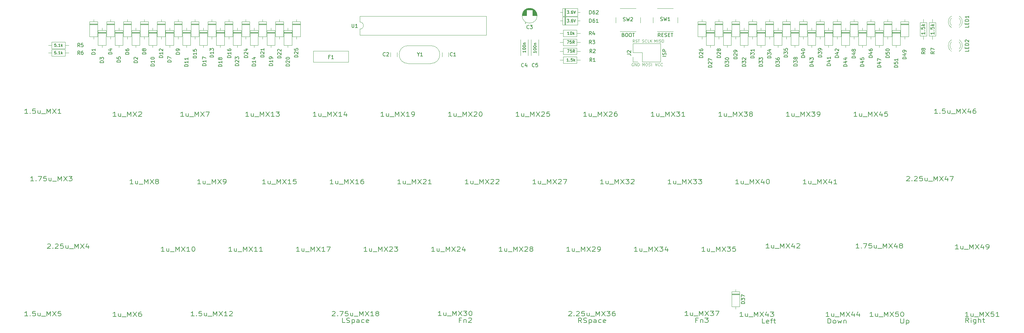
<source format=gbr>
G04 #@! TF.GenerationSoftware,KiCad,Pcbnew,(5.1.9-0-10_14)*
G04 #@! TF.CreationDate,2021-07-28T20:51:04+02:00*
G04 #@! TF.ProjectId,juliet,6a756c69-6574-42e6-9b69-6361645f7063,1*
G04 #@! TF.SameCoordinates,Original*
G04 #@! TF.FileFunction,Legend,Top*
G04 #@! TF.FilePolarity,Positive*
%FSLAX46Y46*%
G04 Gerber Fmt 4.6, Leading zero omitted, Abs format (unit mm)*
G04 Created by KiCad (PCBNEW (5.1.9-0-10_14)) date 2021-07-28 20:51:04*
%MOMM*%
%LPD*%
G01*
G04 APERTURE LIST*
%ADD10C,0.100000*%
%ADD11C,0.150000*%
%ADD12C,0.120000*%
%ADD13C,0.203200*%
G04 APERTURE END LIST*
D10*
X196232351Y-67036904D02*
X196232351Y-66236904D01*
X196499017Y-66808333D01*
X196765684Y-66236904D01*
X196765684Y-67036904D01*
X197146636Y-67036904D02*
X197146636Y-66236904D01*
X197489494Y-66998809D02*
X197603779Y-67036904D01*
X197794255Y-67036904D01*
X197870446Y-66998809D01*
X197908541Y-66960714D01*
X197946636Y-66884523D01*
X197946636Y-66808333D01*
X197908541Y-66732142D01*
X197870446Y-66694047D01*
X197794255Y-66655952D01*
X197641875Y-66617857D01*
X197565684Y-66579761D01*
X197527589Y-66541666D01*
X197489494Y-66465476D01*
X197489494Y-66389285D01*
X197527589Y-66313095D01*
X197565684Y-66275000D01*
X197641875Y-66236904D01*
X197832351Y-66236904D01*
X197946636Y-66275000D01*
X198441875Y-66236904D02*
X198594255Y-66236904D01*
X198670446Y-66275000D01*
X198746636Y-66351190D01*
X198784732Y-66503571D01*
X198784732Y-66770238D01*
X198746636Y-66922619D01*
X198670446Y-66998809D01*
X198594255Y-67036904D01*
X198441875Y-67036904D01*
X198365684Y-66998809D01*
X198289494Y-66922619D01*
X198251398Y-66770238D01*
X198251398Y-66503571D01*
X198289494Y-66351190D01*
X198365684Y-66275000D01*
X198441875Y-66236904D01*
X192719494Y-66998809D02*
X192833779Y-67036904D01*
X193024255Y-67036904D01*
X193100446Y-66998809D01*
X193138541Y-66960714D01*
X193176636Y-66884523D01*
X193176636Y-66808333D01*
X193138541Y-66732142D01*
X193100446Y-66694047D01*
X193024255Y-66655952D01*
X192871875Y-66617857D01*
X192795684Y-66579761D01*
X192757589Y-66541666D01*
X192719494Y-66465476D01*
X192719494Y-66389285D01*
X192757589Y-66313095D01*
X192795684Y-66275000D01*
X192871875Y-66236904D01*
X193062351Y-66236904D01*
X193176636Y-66275000D01*
X193976636Y-66960714D02*
X193938541Y-66998809D01*
X193824255Y-67036904D01*
X193748065Y-67036904D01*
X193633779Y-66998809D01*
X193557589Y-66922619D01*
X193519494Y-66846428D01*
X193481398Y-66694047D01*
X193481398Y-66579761D01*
X193519494Y-66427380D01*
X193557589Y-66351190D01*
X193633779Y-66275000D01*
X193748065Y-66236904D01*
X193824255Y-66236904D01*
X193938541Y-66275000D01*
X193976636Y-66313095D01*
X194700446Y-67036904D02*
X194319494Y-67036904D01*
X194319494Y-66236904D01*
X194967113Y-67036904D02*
X194967113Y-66236904D01*
X195424255Y-67036904D02*
X195081398Y-66579761D01*
X195424255Y-66236904D02*
X194967113Y-66694047D01*
X192814732Y-73704404D02*
X192814732Y-72904404D01*
X193081398Y-73475833D01*
X193348065Y-72904404D01*
X193348065Y-73704404D01*
X193881398Y-72904404D02*
X194033779Y-72904404D01*
X194109970Y-72942500D01*
X194186160Y-73018690D01*
X194224255Y-73171071D01*
X194224255Y-73437738D01*
X194186160Y-73590119D01*
X194109970Y-73666309D01*
X194033779Y-73704404D01*
X193881398Y-73704404D01*
X193805208Y-73666309D01*
X193729017Y-73590119D01*
X193690922Y-73437738D01*
X193690922Y-73171071D01*
X193729017Y-73018690D01*
X193805208Y-72942500D01*
X193881398Y-72904404D01*
X194529017Y-73666309D02*
X194643303Y-73704404D01*
X194833779Y-73704404D01*
X194909970Y-73666309D01*
X194948065Y-73628214D01*
X194986160Y-73552023D01*
X194986160Y-73475833D01*
X194948065Y-73399642D01*
X194909970Y-73361547D01*
X194833779Y-73323452D01*
X194681398Y-73285357D01*
X194605208Y-73247261D01*
X194567113Y-73209166D01*
X194529017Y-73132976D01*
X194529017Y-73056785D01*
X194567113Y-72980595D01*
X194605208Y-72942500D01*
X194681398Y-72904404D01*
X194871875Y-72904404D01*
X194986160Y-72942500D01*
X195329017Y-73704404D02*
X195329017Y-72904404D01*
X196356190Y-72904404D02*
X196622857Y-73704404D01*
X196889523Y-72904404D01*
X197613333Y-73628214D02*
X197575238Y-73666309D01*
X197460952Y-73704404D01*
X197384761Y-73704404D01*
X197270476Y-73666309D01*
X197194285Y-73590119D01*
X197156190Y-73513928D01*
X197118095Y-73361547D01*
X197118095Y-73247261D01*
X197156190Y-73094880D01*
X197194285Y-73018690D01*
X197270476Y-72942500D01*
X197384761Y-72904404D01*
X197460952Y-72904404D01*
X197575238Y-72942500D01*
X197613333Y-72980595D01*
X198413333Y-73628214D02*
X198375238Y-73666309D01*
X198260952Y-73704404D01*
X198184761Y-73704404D01*
X198070476Y-73666309D01*
X197994285Y-73590119D01*
X197956190Y-73513928D01*
X197918095Y-73361547D01*
X197918095Y-73247261D01*
X197956190Y-73094880D01*
X197994285Y-73018690D01*
X198070476Y-72942500D01*
X198184761Y-72904404D01*
X198260952Y-72904404D01*
X198375238Y-72942500D01*
X198413333Y-72980595D01*
X190273303Y-72942500D02*
X190197113Y-72904404D01*
X190082827Y-72904404D01*
X189968541Y-72942500D01*
X189892351Y-73018690D01*
X189854255Y-73094880D01*
X189816160Y-73247261D01*
X189816160Y-73361547D01*
X189854255Y-73513928D01*
X189892351Y-73590119D01*
X189968541Y-73666309D01*
X190082827Y-73704404D01*
X190159017Y-73704404D01*
X190273303Y-73666309D01*
X190311398Y-73628214D01*
X190311398Y-73361547D01*
X190159017Y-73361547D01*
X190654255Y-73704404D02*
X190654255Y-72904404D01*
X191111398Y-73704404D01*
X191111398Y-72904404D01*
X191492351Y-73704404D02*
X191492351Y-72904404D01*
X191682827Y-72904404D01*
X191797113Y-72942500D01*
X191873303Y-73018690D01*
X191911398Y-73094880D01*
X191949494Y-73247261D01*
X191949494Y-73361547D01*
X191911398Y-73513928D01*
X191873303Y-73590119D01*
X191797113Y-73666309D01*
X191682827Y-73704404D01*
X191492351Y-73704404D01*
X190538499Y-67036904D02*
X190271832Y-66655952D01*
X190081356Y-67036904D02*
X190081356Y-66236904D01*
X190386118Y-66236904D01*
X190462309Y-66275000D01*
X190500404Y-66313095D01*
X190538499Y-66389285D01*
X190538499Y-66503571D01*
X190500404Y-66579761D01*
X190462309Y-66617857D01*
X190386118Y-66655952D01*
X190081356Y-66655952D01*
X190843261Y-66998809D02*
X190957547Y-67036904D01*
X191148023Y-67036904D01*
X191224213Y-66998809D01*
X191262309Y-66960714D01*
X191300404Y-66884523D01*
X191300404Y-66808333D01*
X191262309Y-66732142D01*
X191224213Y-66694047D01*
X191148023Y-66655952D01*
X190995642Y-66617857D01*
X190919451Y-66579761D01*
X190881356Y-66541666D01*
X190843261Y-66465476D01*
X190843261Y-66389285D01*
X190881356Y-66313095D01*
X190919451Y-66275000D01*
X190995642Y-66236904D01*
X191186118Y-66236904D01*
X191300404Y-66275000D01*
X191528975Y-66236904D02*
X191986118Y-66236904D01*
X191757547Y-67036904D02*
X191757547Y-66236904D01*
D11*
X199455717Y-70984940D02*
X198455717Y-70984940D01*
X199408098Y-70556369D02*
X199455717Y-70413511D01*
X199455717Y-70175416D01*
X199408098Y-70080178D01*
X199360479Y-70032559D01*
X199265241Y-69984940D01*
X199170003Y-69984940D01*
X199074765Y-70032559D01*
X199027146Y-70080178D01*
X198979527Y-70175416D01*
X198931908Y-70365892D01*
X198884289Y-70461130D01*
X198836670Y-70508750D01*
X198741432Y-70556369D01*
X198646194Y-70556369D01*
X198550956Y-70508750D01*
X198503337Y-70461130D01*
X198455717Y-70365892D01*
X198455717Y-70127797D01*
X198503337Y-69984940D01*
X199455717Y-69556369D02*
X198455717Y-69556369D01*
X198455717Y-69175416D01*
X198503337Y-69080178D01*
X198550956Y-69032559D01*
X198646194Y-68984940D01*
X198789051Y-68984940D01*
X198884289Y-69032559D01*
X198931908Y-69080178D01*
X198979527Y-69175416D01*
X198979527Y-69556369D01*
D12*
X220195000Y-137421250D02*
X217955000Y-137421250D01*
X217955000Y-137421250D02*
X217955000Y-141661250D01*
X217955000Y-141661250D02*
X220195000Y-141661250D01*
X220195000Y-141661250D02*
X220195000Y-137421250D01*
X219075000Y-136771250D02*
X219075000Y-137421250D01*
X219075000Y-142311250D02*
X219075000Y-141661250D01*
X220195000Y-138141250D02*
X217955000Y-138141250D01*
X220195000Y-138261250D02*
X217955000Y-138261250D01*
X220195000Y-138021250D02*
X217955000Y-138021250D01*
X220195000Y-61221250D02*
X217955000Y-61221250D01*
X217955000Y-61221250D02*
X217955000Y-65461250D01*
X217955000Y-65461250D02*
X220195000Y-65461250D01*
X220195000Y-65461250D02*
X220195000Y-61221250D01*
X219075000Y-60571250D02*
X219075000Y-61221250D01*
X219075000Y-66111250D02*
X219075000Y-65461250D01*
X220195000Y-61941250D02*
X217955000Y-61941250D01*
X220195000Y-62061250D02*
X217955000Y-62061250D01*
X220195000Y-61821250D02*
X217955000Y-61821250D01*
X246388750Y-63602500D02*
X244148750Y-63602500D01*
X244148750Y-63602500D02*
X244148750Y-67842500D01*
X244148750Y-67842500D02*
X246388750Y-67842500D01*
X246388750Y-67842500D02*
X246388750Y-63602500D01*
X245268750Y-62952500D02*
X245268750Y-63602500D01*
X245268750Y-68492500D02*
X245268750Y-67842500D01*
X246388750Y-64322500D02*
X244148750Y-64322500D01*
X246388750Y-64442500D02*
X244148750Y-64442500D01*
X246388750Y-64202500D02*
X244148750Y-64202500D01*
X227338750Y-64202500D02*
X225098750Y-64202500D01*
X227338750Y-64442500D02*
X225098750Y-64442500D01*
X227338750Y-64322500D02*
X225098750Y-64322500D01*
X226218750Y-68492500D02*
X226218750Y-67842500D01*
X226218750Y-62952500D02*
X226218750Y-63602500D01*
X227338750Y-67842500D02*
X227338750Y-63602500D01*
X225098750Y-67842500D02*
X227338750Y-67842500D01*
X225098750Y-63602500D02*
X225098750Y-67842500D01*
X227338750Y-63602500D02*
X225098750Y-63602500D01*
X55888750Y-63602500D02*
X53648750Y-63602500D01*
X53648750Y-63602500D02*
X53648750Y-67842500D01*
X53648750Y-67842500D02*
X55888750Y-67842500D01*
X55888750Y-67842500D02*
X55888750Y-63602500D01*
X54768750Y-62952500D02*
X54768750Y-63602500D01*
X54768750Y-68492500D02*
X54768750Y-67842500D01*
X55888750Y-64322500D02*
X53648750Y-64322500D01*
X55888750Y-64442500D02*
X53648750Y-64442500D01*
X55888750Y-64202500D02*
X53648750Y-64202500D01*
X265438750Y-64202500D02*
X263198750Y-64202500D01*
X265438750Y-64442500D02*
X263198750Y-64442500D01*
X265438750Y-64322500D02*
X263198750Y-64322500D01*
X264318750Y-68492500D02*
X264318750Y-67842500D01*
X264318750Y-62952500D02*
X264318750Y-63602500D01*
X265438750Y-67842500D02*
X265438750Y-63602500D01*
X263198750Y-67842500D02*
X265438750Y-67842500D01*
X263198750Y-63602500D02*
X263198750Y-67842500D01*
X265438750Y-63602500D02*
X263198750Y-63602500D01*
X263057500Y-61821250D02*
X260817500Y-61821250D01*
X263057500Y-62061250D02*
X260817500Y-62061250D01*
X263057500Y-61941250D02*
X260817500Y-61941250D01*
X261937500Y-66111250D02*
X261937500Y-65461250D01*
X261937500Y-60571250D02*
X261937500Y-61221250D01*
X263057500Y-65461250D02*
X263057500Y-61221250D01*
X260817500Y-65461250D02*
X263057500Y-65461250D01*
X260817500Y-61221250D02*
X260817500Y-65461250D01*
X263057500Y-61221250D02*
X260817500Y-61221250D01*
X170482500Y-63580000D02*
X170482500Y-65420000D01*
X170482500Y-65420000D02*
X174322500Y-65420000D01*
X174322500Y-65420000D02*
X174322500Y-63580000D01*
X174322500Y-63580000D02*
X170482500Y-63580000D01*
X169532500Y-64500000D02*
X170482500Y-64500000D01*
X175272500Y-64500000D02*
X174322500Y-64500000D01*
X174322500Y-67920000D02*
X174322500Y-66080000D01*
X174322500Y-66080000D02*
X170482500Y-66080000D01*
X170482500Y-66080000D02*
X170482500Y-67920000D01*
X170482500Y-67920000D02*
X174322500Y-67920000D01*
X175272500Y-67000000D02*
X174322500Y-67000000D01*
X169532500Y-67000000D02*
X170482500Y-67000000D01*
X100060000Y-69453250D02*
X109960000Y-69453250D01*
X100060000Y-72653250D02*
X109940000Y-72653250D01*
X100060000Y-69453250D02*
X100060000Y-72653250D01*
X109960000Y-69453250D02*
X109960000Y-72653250D01*
X58270000Y-61821250D02*
X56030000Y-61821250D01*
X58270000Y-62061250D02*
X56030000Y-62061250D01*
X58270000Y-61941250D02*
X56030000Y-61941250D01*
X57150000Y-66111250D02*
X57150000Y-65461250D01*
X57150000Y-60571250D02*
X57150000Y-61221250D01*
X58270000Y-65461250D02*
X58270000Y-61221250D01*
X56030000Y-65461250D02*
X58270000Y-65461250D01*
X56030000Y-61221250D02*
X56030000Y-65461250D01*
X58270000Y-61221250D02*
X56030000Y-61221250D01*
X43982500Y-61821250D02*
X41742500Y-61821250D01*
X43982500Y-62061250D02*
X41742500Y-62061250D01*
X43982500Y-61941250D02*
X41742500Y-61941250D01*
X42862500Y-66111250D02*
X42862500Y-65461250D01*
X42862500Y-60571250D02*
X42862500Y-61221250D01*
X43982500Y-65461250D02*
X43982500Y-61221250D01*
X41742500Y-65461250D02*
X43982500Y-65461250D01*
X41742500Y-61221250D02*
X41742500Y-65461250D01*
X43982500Y-61221250D02*
X41742500Y-61221250D01*
X229720000Y-61821250D02*
X227480000Y-61821250D01*
X229720000Y-62061250D02*
X227480000Y-62061250D01*
X229720000Y-61941250D02*
X227480000Y-61941250D01*
X228600000Y-66111250D02*
X228600000Y-65461250D01*
X228600000Y-60571250D02*
X228600000Y-61221250D01*
X229720000Y-65461250D02*
X229720000Y-61221250D01*
X227480000Y-65461250D02*
X229720000Y-65461250D01*
X227480000Y-61221250D02*
X227480000Y-65461250D01*
X229720000Y-61221250D02*
X227480000Y-61221250D01*
X267820000Y-61821250D02*
X265580000Y-61821250D01*
X267820000Y-62061250D02*
X265580000Y-62061250D01*
X267820000Y-61941250D02*
X265580000Y-61941250D01*
X266700000Y-66111250D02*
X266700000Y-65461250D01*
X266700000Y-60571250D02*
X266700000Y-61221250D01*
X267820000Y-65461250D02*
X267820000Y-61221250D01*
X265580000Y-65461250D02*
X267820000Y-65461250D01*
X265580000Y-61221250D02*
X265580000Y-65461250D01*
X267820000Y-61221250D02*
X265580000Y-61221250D01*
X89226250Y-63602500D02*
X86986250Y-63602500D01*
X86986250Y-63602500D02*
X86986250Y-67842500D01*
X86986250Y-67842500D02*
X89226250Y-67842500D01*
X89226250Y-67842500D02*
X89226250Y-63602500D01*
X88106250Y-62952500D02*
X88106250Y-63602500D01*
X88106250Y-68492500D02*
X88106250Y-67842500D01*
X89226250Y-64322500D02*
X86986250Y-64322500D01*
X89226250Y-64442500D02*
X86986250Y-64442500D01*
X89226250Y-64202500D02*
X86986250Y-64202500D01*
X159605000Y-61565426D02*
X160005000Y-61565426D01*
X159805000Y-61765426D02*
X159805000Y-61365426D01*
X160630000Y-57414625D02*
X161370000Y-57414625D01*
X160463000Y-57454625D02*
X161537000Y-57454625D01*
X160336000Y-57494625D02*
X161664000Y-57494625D01*
X160232000Y-57534625D02*
X161768000Y-57534625D01*
X160141000Y-57574625D02*
X161859000Y-57574625D01*
X160060000Y-57614625D02*
X161940000Y-57614625D01*
X159987000Y-57654625D02*
X162013000Y-57654625D01*
X159920000Y-57694625D02*
X162080000Y-57694625D01*
X159858000Y-57734625D02*
X162142000Y-57734625D01*
X159800000Y-57774625D02*
X162200000Y-57774625D01*
X159746000Y-57814625D02*
X162254000Y-57814625D01*
X159696000Y-57854625D02*
X162304000Y-57854625D01*
X159649000Y-57894625D02*
X162351000Y-57894625D01*
X161840000Y-57934625D02*
X162396000Y-57934625D01*
X159604000Y-57934625D02*
X160160000Y-57934625D01*
X161840000Y-57974625D02*
X162438000Y-57974625D01*
X159562000Y-57974625D02*
X160160000Y-57974625D01*
X161840000Y-58014625D02*
X162478000Y-58014625D01*
X159522000Y-58014625D02*
X160160000Y-58014625D01*
X161840000Y-58054625D02*
X162516000Y-58054625D01*
X159484000Y-58054625D02*
X160160000Y-58054625D01*
X161840000Y-58094625D02*
X162552000Y-58094625D01*
X159448000Y-58094625D02*
X160160000Y-58094625D01*
X161840000Y-58134625D02*
X162587000Y-58134625D01*
X159413000Y-58134625D02*
X160160000Y-58134625D01*
X161840000Y-58174625D02*
X162619000Y-58174625D01*
X159381000Y-58174625D02*
X160160000Y-58174625D01*
X161840000Y-58214625D02*
X162650000Y-58214625D01*
X159350000Y-58214625D02*
X160160000Y-58214625D01*
X161840000Y-58254625D02*
X162680000Y-58254625D01*
X159320000Y-58254625D02*
X160160000Y-58254625D01*
X161840000Y-58294625D02*
X162708000Y-58294625D01*
X159292000Y-58294625D02*
X160160000Y-58294625D01*
X161840000Y-58334625D02*
X162735000Y-58334625D01*
X159265000Y-58334625D02*
X160160000Y-58334625D01*
X161840000Y-58374625D02*
X162760000Y-58374625D01*
X159240000Y-58374625D02*
X160160000Y-58374625D01*
X161840000Y-58414625D02*
X162785000Y-58414625D01*
X159215000Y-58414625D02*
X160160000Y-58414625D01*
X161840000Y-58454625D02*
X162808000Y-58454625D01*
X159192000Y-58454625D02*
X160160000Y-58454625D01*
X161840000Y-58494625D02*
X162830000Y-58494625D01*
X159170000Y-58494625D02*
X160160000Y-58494625D01*
X161840000Y-58534625D02*
X162851000Y-58534625D01*
X159149000Y-58534625D02*
X160160000Y-58534625D01*
X161840000Y-58574625D02*
X162870000Y-58574625D01*
X159130000Y-58574625D02*
X160160000Y-58574625D01*
X161840000Y-58614625D02*
X162889000Y-58614625D01*
X159111000Y-58614625D02*
X160160000Y-58614625D01*
X161840000Y-58654625D02*
X162907000Y-58654625D01*
X159093000Y-58654625D02*
X160160000Y-58654625D01*
X161840000Y-58694625D02*
X162924000Y-58694625D01*
X159076000Y-58694625D02*
X160160000Y-58694625D01*
X161840000Y-58734625D02*
X162940000Y-58734625D01*
X159060000Y-58734625D02*
X160160000Y-58734625D01*
X161840000Y-58774625D02*
X162954000Y-58774625D01*
X159046000Y-58774625D02*
X160160000Y-58774625D01*
X161840000Y-58815625D02*
X162968000Y-58815625D01*
X159032000Y-58815625D02*
X160160000Y-58815625D01*
X161840000Y-58855625D02*
X162982000Y-58855625D01*
X159018000Y-58855625D02*
X160160000Y-58855625D01*
X161840000Y-58895625D02*
X162994000Y-58895625D01*
X159006000Y-58895625D02*
X160160000Y-58895625D01*
X161840000Y-58935625D02*
X163005000Y-58935625D01*
X158995000Y-58935625D02*
X160160000Y-58935625D01*
X161840000Y-58975625D02*
X163016000Y-58975625D01*
X158984000Y-58975625D02*
X160160000Y-58975625D01*
X161840000Y-59015625D02*
X163025000Y-59015625D01*
X158975000Y-59015625D02*
X160160000Y-59015625D01*
X161840000Y-59055625D02*
X163034000Y-59055625D01*
X158966000Y-59055625D02*
X160160000Y-59055625D01*
X161840000Y-59095625D02*
X163042000Y-59095625D01*
X158958000Y-59095625D02*
X160160000Y-59095625D01*
X161840000Y-59135625D02*
X163050000Y-59135625D01*
X158950000Y-59135625D02*
X160160000Y-59135625D01*
X161840000Y-59175625D02*
X163056000Y-59175625D01*
X158944000Y-59175625D02*
X160160000Y-59175625D01*
X161840000Y-59215625D02*
X163062000Y-59215625D01*
X158938000Y-59215625D02*
X160160000Y-59215625D01*
X161840000Y-59255625D02*
X163067000Y-59255625D01*
X158933000Y-59255625D02*
X160160000Y-59255625D01*
X161840000Y-59295625D02*
X163071000Y-59295625D01*
X158929000Y-59295625D02*
X160160000Y-59295625D01*
X161840000Y-59335625D02*
X163074000Y-59335625D01*
X158926000Y-59335625D02*
X160160000Y-59335625D01*
X161840000Y-59375625D02*
X163077000Y-59375625D01*
X158923000Y-59375625D02*
X160160000Y-59375625D01*
X158921000Y-59415625D02*
X160160000Y-59415625D01*
X161840000Y-59415625D02*
X163079000Y-59415625D01*
X158920000Y-59455625D02*
X160160000Y-59455625D01*
X161840000Y-59455625D02*
X163080000Y-59455625D01*
X158920000Y-59495625D02*
X160160000Y-59495625D01*
X161840000Y-59495625D02*
X163080000Y-59495625D01*
X163120000Y-59495625D02*
G75*
G03*
X163120000Y-59495625I-2120000J0D01*
G01*
X158445000Y-70770000D02*
X158430000Y-70770000D01*
X160570000Y-70770000D02*
X160555000Y-70770000D01*
X158445000Y-66230000D02*
X158430000Y-66230000D01*
X160570000Y-66230000D02*
X160555000Y-66230000D01*
X158430000Y-66230000D02*
X158430000Y-70770000D01*
X160570000Y-66230000D02*
X160570000Y-70770000D01*
X163570000Y-66230000D02*
X163570000Y-70770000D01*
X161430000Y-66230000D02*
X161430000Y-70770000D01*
X163570000Y-66230000D02*
X163555000Y-66230000D01*
X161445000Y-66230000D02*
X161430000Y-66230000D01*
X163570000Y-70770000D02*
X163555000Y-70770000D01*
X161445000Y-70770000D02*
X161430000Y-70770000D01*
X138170000Y-69871000D02*
X138170000Y-71129000D01*
X136330000Y-69871000D02*
X136330000Y-71129000D01*
X121830000Y-69871000D02*
X121830000Y-71129000D01*
X123670000Y-69871000D02*
X123670000Y-71129000D01*
X190122500Y-72529375D02*
X190122500Y-71199375D01*
X191452500Y-72529375D02*
X190122500Y-72529375D01*
X190122500Y-69929375D02*
X190122500Y-67329375D01*
X192722500Y-69929375D02*
X190122500Y-69929375D01*
X192722500Y-72529375D02*
X192722500Y-69929375D01*
X190122500Y-67329375D02*
X197862500Y-67329375D01*
X192722500Y-72529375D02*
X197862500Y-72529375D01*
X197862500Y-72529375D02*
X197862500Y-67329375D01*
X279907500Y-66385000D02*
X279751500Y-66385000D01*
X282223500Y-66385000D02*
X282067500Y-66385000D01*
X282066108Y-69617335D02*
G75*
G03*
X282223016Y-66385000I-1078608J1672335D01*
G01*
X279908892Y-69617335D02*
G75*
G02*
X279751984Y-66385000I1078608J1672335D01*
G01*
X282067337Y-68986130D02*
G75*
G03*
X282067500Y-66904039I-1079837J1041130D01*
G01*
X279907663Y-68986130D02*
G75*
G02*
X279907500Y-66904039I1079837J1041130D01*
G01*
X195750000Y-60000000D02*
X195750000Y-61500000D01*
X197000000Y-64000000D02*
X201500000Y-64000000D01*
X202750000Y-61500000D02*
X202750000Y-60000000D01*
X201500000Y-57500000D02*
X197000000Y-57500000D01*
X191000000Y-57500000D02*
X186500000Y-57500000D01*
X192250000Y-61500000D02*
X192250000Y-60000000D01*
X186500000Y-64000000D02*
X191000000Y-64000000D01*
X185250000Y-60000000D02*
X185250000Y-61500000D01*
X126757500Y-73010000D02*
X133157500Y-73010000D01*
X126757500Y-67960000D02*
X133157500Y-67960000D01*
X126757500Y-73010000D02*
G75*
G02*
X126757500Y-67960000I0J2525000D01*
G01*
X133157500Y-73010000D02*
G75*
G03*
X133157500Y-67960000I0J2525000D01*
G01*
X113150000Y-59660000D02*
X113150000Y-61310000D01*
X148830000Y-59660000D02*
X113150000Y-59660000D01*
X148830000Y-64960000D02*
X148830000Y-59660000D01*
X113150000Y-64960000D02*
X148830000Y-64960000D01*
X113150000Y-63310000D02*
X113150000Y-64960000D01*
X113150000Y-61310000D02*
G75*
G02*
X113150000Y-63310000I0J-1000000D01*
G01*
X170882500Y-59840000D02*
X170882500Y-62080000D01*
X171122500Y-59840000D02*
X171122500Y-62080000D01*
X171002500Y-59840000D02*
X171002500Y-62080000D01*
X175172500Y-60960000D02*
X174522500Y-60960000D01*
X169632500Y-60960000D02*
X170282500Y-60960000D01*
X174522500Y-59840000D02*
X170282500Y-59840000D01*
X174522500Y-62080000D02*
X174522500Y-59840000D01*
X170282500Y-62080000D02*
X174522500Y-62080000D01*
X170282500Y-59840000D02*
X170282500Y-62080000D01*
X170282500Y-57458750D02*
X170282500Y-59698750D01*
X170282500Y-59698750D02*
X174522500Y-59698750D01*
X174522500Y-59698750D02*
X174522500Y-57458750D01*
X174522500Y-57458750D02*
X170282500Y-57458750D01*
X169632500Y-58578750D02*
X170282500Y-58578750D01*
X175172500Y-58578750D02*
X174522500Y-58578750D01*
X171002500Y-57458750D02*
X171002500Y-59698750D01*
X171122500Y-57458750D02*
X171122500Y-59698750D01*
X170882500Y-57458750D02*
X170882500Y-59698750D01*
X39220000Y-61821250D02*
X36980000Y-61821250D01*
X39220000Y-62061250D02*
X36980000Y-62061250D01*
X39220000Y-61941250D02*
X36980000Y-61941250D01*
X38100000Y-66111250D02*
X38100000Y-65461250D01*
X38100000Y-60571250D02*
X38100000Y-61221250D01*
X39220000Y-65461250D02*
X39220000Y-61221250D01*
X36980000Y-65461250D02*
X39220000Y-65461250D01*
X36980000Y-61221250D02*
X36980000Y-65461250D01*
X39220000Y-61221250D02*
X36980000Y-61221250D01*
X60651250Y-64202500D02*
X58411250Y-64202500D01*
X60651250Y-64442500D02*
X58411250Y-64442500D01*
X60651250Y-64322500D02*
X58411250Y-64322500D01*
X59531250Y-68492500D02*
X59531250Y-67842500D01*
X59531250Y-62952500D02*
X59531250Y-63602500D01*
X60651250Y-67842500D02*
X60651250Y-63602500D01*
X58411250Y-67842500D02*
X60651250Y-67842500D01*
X58411250Y-63602500D02*
X58411250Y-67842500D01*
X60651250Y-63602500D02*
X58411250Y-63602500D01*
X72557500Y-61221250D02*
X70317500Y-61221250D01*
X70317500Y-61221250D02*
X70317500Y-65461250D01*
X70317500Y-65461250D02*
X72557500Y-65461250D01*
X72557500Y-65461250D02*
X72557500Y-61221250D01*
X71437500Y-60571250D02*
X71437500Y-61221250D01*
X71437500Y-66111250D02*
X71437500Y-65461250D01*
X72557500Y-61941250D02*
X70317500Y-61941250D01*
X72557500Y-62061250D02*
X70317500Y-62061250D01*
X72557500Y-61821250D02*
X70317500Y-61821250D01*
X96370000Y-61821250D02*
X94130000Y-61821250D01*
X96370000Y-62061250D02*
X94130000Y-62061250D01*
X96370000Y-61941250D02*
X94130000Y-61941250D01*
X95250000Y-66111250D02*
X95250000Y-65461250D01*
X95250000Y-60571250D02*
X95250000Y-61221250D01*
X96370000Y-65461250D02*
X96370000Y-61221250D01*
X94130000Y-65461250D02*
X96370000Y-65461250D01*
X94130000Y-61221250D02*
X94130000Y-65461250D01*
X96370000Y-61221250D02*
X94130000Y-61221250D01*
X224957500Y-61821250D02*
X222717500Y-61821250D01*
X224957500Y-62061250D02*
X222717500Y-62061250D01*
X224957500Y-61941250D02*
X222717500Y-61941250D01*
X223837500Y-66111250D02*
X223837500Y-65461250D01*
X223837500Y-60571250D02*
X223837500Y-61221250D01*
X224957500Y-65461250D02*
X224957500Y-61221250D01*
X222717500Y-65461250D02*
X224957500Y-65461250D01*
X222717500Y-61221250D02*
X222717500Y-65461250D01*
X224957500Y-61221250D02*
X222717500Y-61221250D01*
X241626250Y-63602500D02*
X239386250Y-63602500D01*
X239386250Y-63602500D02*
X239386250Y-67842500D01*
X239386250Y-67842500D02*
X241626250Y-67842500D01*
X241626250Y-67842500D02*
X241626250Y-63602500D01*
X240506250Y-62952500D02*
X240506250Y-63602500D01*
X240506250Y-68492500D02*
X240506250Y-67842500D01*
X241626250Y-64322500D02*
X239386250Y-64322500D01*
X241626250Y-64442500D02*
X239386250Y-64442500D01*
X241626250Y-64202500D02*
X239386250Y-64202500D01*
X51126250Y-64202500D02*
X48886250Y-64202500D01*
X51126250Y-64442500D02*
X48886250Y-64442500D01*
X51126250Y-64322500D02*
X48886250Y-64322500D01*
X50006250Y-68492500D02*
X50006250Y-67842500D01*
X50006250Y-62952500D02*
X50006250Y-63602500D01*
X51126250Y-67842500D02*
X51126250Y-63602500D01*
X48886250Y-67842500D02*
X51126250Y-67842500D01*
X48886250Y-63602500D02*
X48886250Y-67842500D01*
X51126250Y-63602500D02*
X48886250Y-63602500D01*
X53507500Y-61821250D02*
X51267500Y-61821250D01*
X53507500Y-62061250D02*
X51267500Y-62061250D01*
X53507500Y-61941250D02*
X51267500Y-61941250D01*
X52387500Y-66111250D02*
X52387500Y-65461250D01*
X52387500Y-60571250D02*
X52387500Y-61221250D01*
X53507500Y-65461250D02*
X53507500Y-61221250D01*
X51267500Y-65461250D02*
X53507500Y-65461250D01*
X51267500Y-61221250D02*
X51267500Y-65461250D01*
X53507500Y-61221250D02*
X51267500Y-61221250D01*
X84463750Y-63602500D02*
X82223750Y-63602500D01*
X82223750Y-63602500D02*
X82223750Y-67842500D01*
X82223750Y-67842500D02*
X84463750Y-67842500D01*
X84463750Y-67842500D02*
X84463750Y-63602500D01*
X83343750Y-62952500D02*
X83343750Y-63602500D01*
X83343750Y-68492500D02*
X83343750Y-67842500D01*
X84463750Y-64322500D02*
X82223750Y-64322500D01*
X84463750Y-64442500D02*
X82223750Y-64442500D01*
X84463750Y-64202500D02*
X82223750Y-64202500D01*
X93988750Y-63602500D02*
X91748750Y-63602500D01*
X91748750Y-63602500D02*
X91748750Y-67842500D01*
X91748750Y-67842500D02*
X93988750Y-67842500D01*
X93988750Y-67842500D02*
X93988750Y-63602500D01*
X92868750Y-62952500D02*
X92868750Y-63602500D01*
X92868750Y-68492500D02*
X92868750Y-67842500D01*
X93988750Y-64322500D02*
X91748750Y-64322500D01*
X93988750Y-64442500D02*
X91748750Y-64442500D01*
X93988750Y-64202500D02*
X91748750Y-64202500D01*
X210670000Y-61821250D02*
X208430000Y-61821250D01*
X210670000Y-62061250D02*
X208430000Y-62061250D01*
X210670000Y-61941250D02*
X208430000Y-61941250D01*
X209550000Y-66111250D02*
X209550000Y-65461250D01*
X209550000Y-60571250D02*
X209550000Y-61221250D01*
X210670000Y-65461250D02*
X210670000Y-61221250D01*
X208430000Y-65461250D02*
X210670000Y-65461250D01*
X208430000Y-61221250D02*
X208430000Y-65461250D01*
X210670000Y-61221250D02*
X208430000Y-61221250D01*
X222576250Y-63602500D02*
X220336250Y-63602500D01*
X220336250Y-63602500D02*
X220336250Y-67842500D01*
X220336250Y-67842500D02*
X222576250Y-67842500D01*
X222576250Y-67842500D02*
X222576250Y-63602500D01*
X221456250Y-62952500D02*
X221456250Y-63602500D01*
X221456250Y-68492500D02*
X221456250Y-67842500D01*
X222576250Y-64322500D02*
X220336250Y-64322500D01*
X222576250Y-64442500D02*
X220336250Y-64442500D01*
X222576250Y-64202500D02*
X220336250Y-64202500D01*
X236863750Y-64202500D02*
X234623750Y-64202500D01*
X236863750Y-64442500D02*
X234623750Y-64442500D01*
X236863750Y-64322500D02*
X234623750Y-64322500D01*
X235743750Y-68492500D02*
X235743750Y-67842500D01*
X235743750Y-62952500D02*
X235743750Y-63602500D01*
X236863750Y-67842500D02*
X236863750Y-63602500D01*
X234623750Y-67842500D02*
X236863750Y-67842500D01*
X234623750Y-63602500D02*
X234623750Y-67842500D01*
X236863750Y-63602500D02*
X234623750Y-63602500D01*
X251151250Y-64202500D02*
X248911250Y-64202500D01*
X251151250Y-64442500D02*
X248911250Y-64442500D01*
X251151250Y-64322500D02*
X248911250Y-64322500D01*
X250031250Y-68492500D02*
X250031250Y-67842500D01*
X250031250Y-62952500D02*
X250031250Y-63602500D01*
X251151250Y-67842500D02*
X251151250Y-63602500D01*
X248911250Y-67842500D02*
X251151250Y-67842500D01*
X248911250Y-63602500D02*
X248911250Y-67842500D01*
X251151250Y-63602500D02*
X248911250Y-63602500D01*
X41601250Y-63602500D02*
X39361250Y-63602500D01*
X39361250Y-63602500D02*
X39361250Y-67842500D01*
X39361250Y-67842500D02*
X41601250Y-67842500D01*
X41601250Y-67842500D02*
X41601250Y-63602500D01*
X40481250Y-62952500D02*
X40481250Y-63602500D01*
X40481250Y-68492500D02*
X40481250Y-67842500D01*
X41601250Y-64322500D02*
X39361250Y-64322500D01*
X41601250Y-64442500D02*
X39361250Y-64442500D01*
X41601250Y-64202500D02*
X39361250Y-64202500D01*
X63032500Y-61221250D02*
X60792500Y-61221250D01*
X60792500Y-61221250D02*
X60792500Y-65461250D01*
X60792500Y-65461250D02*
X63032500Y-65461250D01*
X63032500Y-65461250D02*
X63032500Y-61221250D01*
X61912500Y-60571250D02*
X61912500Y-61221250D01*
X61912500Y-66111250D02*
X61912500Y-65461250D01*
X63032500Y-61941250D02*
X60792500Y-61941250D01*
X63032500Y-62061250D02*
X60792500Y-62061250D01*
X63032500Y-61821250D02*
X60792500Y-61821250D01*
X67795000Y-61221250D02*
X65555000Y-61221250D01*
X65555000Y-61221250D02*
X65555000Y-65461250D01*
X65555000Y-65461250D02*
X67795000Y-65461250D01*
X67795000Y-65461250D02*
X67795000Y-61221250D01*
X66675000Y-60571250D02*
X66675000Y-61221250D01*
X66675000Y-66111250D02*
X66675000Y-65461250D01*
X67795000Y-61941250D02*
X65555000Y-61941250D01*
X67795000Y-62061250D02*
X65555000Y-62061250D01*
X67795000Y-61821250D02*
X65555000Y-61821250D01*
X86845000Y-61821250D02*
X84605000Y-61821250D01*
X86845000Y-62061250D02*
X84605000Y-62061250D01*
X86845000Y-61941250D02*
X84605000Y-61941250D01*
X85725000Y-66111250D02*
X85725000Y-65461250D01*
X85725000Y-60571250D02*
X85725000Y-61221250D01*
X86845000Y-65461250D02*
X86845000Y-61221250D01*
X84605000Y-65461250D02*
X86845000Y-65461250D01*
X84605000Y-61221250D02*
X84605000Y-65461250D01*
X86845000Y-61221250D02*
X84605000Y-61221250D01*
X213051250Y-64202500D02*
X210811250Y-64202500D01*
X213051250Y-64442500D02*
X210811250Y-64442500D01*
X213051250Y-64322500D02*
X210811250Y-64322500D01*
X211931250Y-68492500D02*
X211931250Y-67842500D01*
X211931250Y-62952500D02*
X211931250Y-63602500D01*
X213051250Y-67842500D02*
X213051250Y-63602500D01*
X210811250Y-67842500D02*
X213051250Y-67842500D01*
X210811250Y-63602500D02*
X210811250Y-67842500D01*
X213051250Y-63602500D02*
X210811250Y-63602500D01*
X244007500Y-61821250D02*
X241767500Y-61821250D01*
X244007500Y-62061250D02*
X241767500Y-62061250D01*
X244007500Y-61941250D02*
X241767500Y-61941250D01*
X242887500Y-66111250D02*
X242887500Y-65461250D01*
X242887500Y-60571250D02*
X242887500Y-61221250D01*
X244007500Y-65461250D02*
X244007500Y-61221250D01*
X241767500Y-65461250D02*
X244007500Y-65461250D01*
X241767500Y-61221250D02*
X241767500Y-65461250D01*
X244007500Y-61221250D02*
X241767500Y-61221250D01*
X255913750Y-64202500D02*
X253673750Y-64202500D01*
X255913750Y-64442500D02*
X253673750Y-64442500D01*
X255913750Y-64322500D02*
X253673750Y-64322500D01*
X254793750Y-68492500D02*
X254793750Y-67842500D01*
X254793750Y-62952500D02*
X254793750Y-63602500D01*
X255913750Y-67842500D02*
X255913750Y-63602500D01*
X253673750Y-67842500D02*
X255913750Y-67842500D01*
X253673750Y-63602500D02*
X253673750Y-67842500D01*
X255913750Y-63602500D02*
X253673750Y-63602500D01*
X77320000Y-61221250D02*
X75080000Y-61221250D01*
X75080000Y-61221250D02*
X75080000Y-65461250D01*
X75080000Y-65461250D02*
X77320000Y-65461250D01*
X77320000Y-65461250D02*
X77320000Y-61221250D01*
X76200000Y-60571250D02*
X76200000Y-61221250D01*
X76200000Y-66111250D02*
X76200000Y-65461250D01*
X77320000Y-61941250D02*
X75080000Y-61941250D01*
X77320000Y-62061250D02*
X75080000Y-62061250D01*
X77320000Y-61821250D02*
X75080000Y-61821250D01*
X91607500Y-61821250D02*
X89367500Y-61821250D01*
X91607500Y-62061250D02*
X89367500Y-62061250D01*
X91607500Y-61941250D02*
X89367500Y-61941250D01*
X90487500Y-66111250D02*
X90487500Y-65461250D01*
X90487500Y-60571250D02*
X90487500Y-61221250D01*
X91607500Y-65461250D02*
X91607500Y-61221250D01*
X89367500Y-65461250D02*
X91607500Y-65461250D01*
X89367500Y-61221250D02*
X89367500Y-65461250D01*
X91607500Y-61221250D02*
X89367500Y-61221250D01*
X215432500Y-61821250D02*
X213192500Y-61821250D01*
X215432500Y-62061250D02*
X213192500Y-62061250D01*
X215432500Y-61941250D02*
X213192500Y-61941250D01*
X214312500Y-66111250D02*
X214312500Y-65461250D01*
X214312500Y-60571250D02*
X214312500Y-61221250D01*
X215432500Y-65461250D02*
X215432500Y-61221250D01*
X213192500Y-65461250D02*
X215432500Y-65461250D01*
X213192500Y-61221250D02*
X213192500Y-65461250D01*
X215432500Y-61221250D02*
X213192500Y-61221250D01*
X239245000Y-61821250D02*
X237005000Y-61821250D01*
X239245000Y-62061250D02*
X237005000Y-62061250D01*
X239245000Y-61941250D02*
X237005000Y-61941250D01*
X238125000Y-66111250D02*
X238125000Y-65461250D01*
X238125000Y-60571250D02*
X238125000Y-61221250D01*
X239245000Y-65461250D02*
X239245000Y-61221250D01*
X237005000Y-65461250D02*
X239245000Y-65461250D01*
X237005000Y-61221250D02*
X237005000Y-65461250D01*
X239245000Y-61221250D02*
X237005000Y-61221250D01*
X258295000Y-61821250D02*
X256055000Y-61821250D01*
X258295000Y-62061250D02*
X256055000Y-62061250D01*
X258295000Y-61941250D02*
X256055000Y-61941250D01*
X257175000Y-66111250D02*
X257175000Y-65461250D01*
X257175000Y-60571250D02*
X257175000Y-61221250D01*
X258295000Y-65461250D02*
X258295000Y-61221250D01*
X256055000Y-65461250D02*
X258295000Y-65461250D01*
X256055000Y-61221250D02*
X256055000Y-65461250D01*
X258295000Y-61221250D02*
X256055000Y-61221250D01*
X46363750Y-63602500D02*
X44123750Y-63602500D01*
X44123750Y-63602500D02*
X44123750Y-67842500D01*
X44123750Y-67842500D02*
X46363750Y-67842500D01*
X46363750Y-67842500D02*
X46363750Y-63602500D01*
X45243750Y-62952500D02*
X45243750Y-63602500D01*
X45243750Y-68492500D02*
X45243750Y-67842500D01*
X46363750Y-64322500D02*
X44123750Y-64322500D01*
X46363750Y-64442500D02*
X44123750Y-64442500D01*
X46363750Y-64202500D02*
X44123750Y-64202500D01*
X65413750Y-63602500D02*
X63173750Y-63602500D01*
X63173750Y-63602500D02*
X63173750Y-67842500D01*
X63173750Y-67842500D02*
X65413750Y-67842500D01*
X65413750Y-67842500D02*
X65413750Y-63602500D01*
X64293750Y-62952500D02*
X64293750Y-63602500D01*
X64293750Y-68492500D02*
X64293750Y-67842500D01*
X65413750Y-64322500D02*
X63173750Y-64322500D01*
X65413750Y-64442500D02*
X63173750Y-64442500D01*
X65413750Y-64202500D02*
X63173750Y-64202500D01*
X70176250Y-63602500D02*
X67936250Y-63602500D01*
X67936250Y-63602500D02*
X67936250Y-67842500D01*
X67936250Y-67842500D02*
X70176250Y-67842500D01*
X70176250Y-67842500D02*
X70176250Y-63602500D01*
X69056250Y-62952500D02*
X69056250Y-63602500D01*
X69056250Y-68492500D02*
X69056250Y-67842500D01*
X70176250Y-64322500D02*
X67936250Y-64322500D01*
X70176250Y-64442500D02*
X67936250Y-64442500D01*
X70176250Y-64202500D02*
X67936250Y-64202500D01*
X79701250Y-63602500D02*
X77461250Y-63602500D01*
X77461250Y-63602500D02*
X77461250Y-67842500D01*
X77461250Y-67842500D02*
X79701250Y-67842500D01*
X79701250Y-67842500D02*
X79701250Y-63602500D01*
X78581250Y-62952500D02*
X78581250Y-63602500D01*
X78581250Y-68492500D02*
X78581250Y-67842500D01*
X79701250Y-64322500D02*
X77461250Y-64322500D01*
X79701250Y-64442500D02*
X77461250Y-64442500D01*
X79701250Y-64202500D02*
X77461250Y-64202500D01*
X234482500Y-61221250D02*
X232242500Y-61221250D01*
X232242500Y-61221250D02*
X232242500Y-65461250D01*
X232242500Y-65461250D02*
X234482500Y-65461250D01*
X234482500Y-65461250D02*
X234482500Y-61221250D01*
X233362500Y-60571250D02*
X233362500Y-61221250D01*
X233362500Y-66111250D02*
X233362500Y-65461250D01*
X234482500Y-61941250D02*
X232242500Y-61941250D01*
X234482500Y-62061250D02*
X232242500Y-62061250D01*
X234482500Y-61821250D02*
X232242500Y-61821250D01*
X260676250Y-63602500D02*
X258436250Y-63602500D01*
X258436250Y-63602500D02*
X258436250Y-67842500D01*
X258436250Y-67842500D02*
X260676250Y-67842500D01*
X260676250Y-67842500D02*
X260676250Y-63602500D01*
X259556250Y-62952500D02*
X259556250Y-63602500D01*
X259556250Y-68492500D02*
X259556250Y-67842500D01*
X260676250Y-64322500D02*
X258436250Y-64322500D01*
X260676250Y-64442500D02*
X258436250Y-64442500D01*
X260676250Y-64202500D02*
X258436250Y-64202500D01*
X48745000Y-61821250D02*
X46505000Y-61821250D01*
X48745000Y-62061250D02*
X46505000Y-62061250D01*
X48745000Y-61941250D02*
X46505000Y-61941250D01*
X47625000Y-66111250D02*
X47625000Y-65461250D01*
X47625000Y-60571250D02*
X47625000Y-61221250D01*
X48745000Y-65461250D02*
X48745000Y-61221250D01*
X46505000Y-65461250D02*
X48745000Y-65461250D01*
X46505000Y-61221250D02*
X46505000Y-65461250D01*
X48745000Y-61221250D02*
X46505000Y-61221250D01*
X74938750Y-64202500D02*
X72698750Y-64202500D01*
X74938750Y-64442500D02*
X72698750Y-64442500D01*
X74938750Y-64322500D02*
X72698750Y-64322500D01*
X73818750Y-68492500D02*
X73818750Y-67842500D01*
X73818750Y-62952500D02*
X73818750Y-63602500D01*
X74938750Y-67842500D02*
X74938750Y-63602500D01*
X72698750Y-67842500D02*
X74938750Y-67842500D01*
X72698750Y-63602500D02*
X72698750Y-67842500D01*
X74938750Y-63602500D02*
X72698750Y-63602500D01*
X82082500Y-61821250D02*
X79842500Y-61821250D01*
X82082500Y-62061250D02*
X79842500Y-62061250D01*
X82082500Y-61941250D02*
X79842500Y-61941250D01*
X80962500Y-66111250D02*
X80962500Y-65461250D01*
X80962500Y-60571250D02*
X80962500Y-61221250D01*
X82082500Y-65461250D02*
X82082500Y-61221250D01*
X79842500Y-65461250D02*
X82082500Y-65461250D01*
X79842500Y-61221250D02*
X79842500Y-65461250D01*
X82082500Y-61221250D02*
X79842500Y-61221250D01*
X232101250Y-64202500D02*
X229861250Y-64202500D01*
X232101250Y-64442500D02*
X229861250Y-64442500D01*
X232101250Y-64322500D02*
X229861250Y-64322500D01*
X230981250Y-68492500D02*
X230981250Y-67842500D01*
X230981250Y-62952500D02*
X230981250Y-63602500D01*
X232101250Y-67842500D02*
X232101250Y-63602500D01*
X229861250Y-67842500D02*
X232101250Y-67842500D01*
X229861250Y-63602500D02*
X229861250Y-67842500D01*
X232101250Y-63602500D02*
X229861250Y-63602500D01*
X248770000Y-61821250D02*
X246530000Y-61821250D01*
X248770000Y-62061250D02*
X246530000Y-62061250D01*
X248770000Y-61941250D02*
X246530000Y-61941250D01*
X247650000Y-66111250D02*
X247650000Y-65461250D01*
X247650000Y-60571250D02*
X247650000Y-61221250D01*
X248770000Y-65461250D02*
X248770000Y-61221250D01*
X246530000Y-65461250D02*
X248770000Y-65461250D01*
X246530000Y-61221250D02*
X246530000Y-65461250D01*
X248770000Y-61221250D02*
X246530000Y-61221250D01*
X253532500Y-61821250D02*
X251292500Y-61821250D01*
X253532500Y-62061250D02*
X251292500Y-62061250D01*
X253532500Y-61941250D02*
X251292500Y-61941250D01*
X252412500Y-66111250D02*
X252412500Y-65461250D01*
X252412500Y-60571250D02*
X252412500Y-61221250D01*
X253532500Y-65461250D02*
X253532500Y-61221250D01*
X251292500Y-65461250D02*
X253532500Y-65461250D01*
X251292500Y-61221250D02*
X251292500Y-65461250D01*
X253532500Y-61221250D02*
X251292500Y-61221250D01*
X279907500Y-59670000D02*
X279751500Y-59670000D01*
X282223500Y-59670000D02*
X282067500Y-59670000D01*
X282066108Y-62902335D02*
G75*
G03*
X282223016Y-59670000I-1078608J1672335D01*
G01*
X279908892Y-62902335D02*
G75*
G02*
X279751984Y-59670000I1078608J1672335D01*
G01*
X282067337Y-62271130D02*
G75*
G03*
X282067500Y-60189039I-1079837J1041130D01*
G01*
X279907663Y-62271130D02*
G75*
G02*
X279907500Y-60189039I1079837J1041130D01*
G01*
X217813750Y-64202500D02*
X215573750Y-64202500D01*
X217813750Y-64442500D02*
X215573750Y-64442500D01*
X217813750Y-64322500D02*
X215573750Y-64322500D01*
X216693750Y-68492500D02*
X216693750Y-67842500D01*
X216693750Y-62952500D02*
X216693750Y-63602500D01*
X217813750Y-67842500D02*
X217813750Y-63602500D01*
X215573750Y-67842500D02*
X217813750Y-67842500D01*
X215573750Y-63602500D02*
X215573750Y-67842500D01*
X217813750Y-63602500D02*
X215573750Y-63602500D01*
X174322500Y-72920000D02*
X174322500Y-71080000D01*
X174322500Y-71080000D02*
X170482500Y-71080000D01*
X170482500Y-71080000D02*
X170482500Y-72920000D01*
X170482500Y-72920000D02*
X174322500Y-72920000D01*
X175272500Y-72000000D02*
X174322500Y-72000000D01*
X169532500Y-72000000D02*
X170482500Y-72000000D01*
X175272500Y-69532500D02*
X174322500Y-69532500D01*
X169532500Y-69532500D02*
X170482500Y-69532500D01*
X174322500Y-68612500D02*
X170482500Y-68612500D01*
X174322500Y-70452500D02*
X174322500Y-68612500D01*
X170482500Y-70452500D02*
X174322500Y-70452500D01*
X170482500Y-68612500D02*
X170482500Y-70452500D01*
X275420000Y-61421250D02*
X273580000Y-61421250D01*
X273580000Y-61421250D02*
X273580000Y-65261250D01*
X273580000Y-65261250D02*
X275420000Y-65261250D01*
X275420000Y-65261250D02*
X275420000Y-61421250D01*
X274500000Y-60471250D02*
X274500000Y-61421250D01*
X274500000Y-66211250D02*
X274500000Y-65261250D01*
X272000000Y-66211250D02*
X272000000Y-65261250D01*
X272000000Y-60471250D02*
X272000000Y-61421250D01*
X272920000Y-65261250D02*
X272920000Y-61421250D01*
X271080000Y-65261250D02*
X272920000Y-65261250D01*
X271080000Y-61421250D02*
X271080000Y-65261250D01*
X272920000Y-61421250D02*
X271080000Y-61421250D01*
X25329432Y-67865625D02*
X26279432Y-67865625D01*
X31069432Y-67865625D02*
X30119432Y-67865625D01*
X26279432Y-68785625D02*
X30119432Y-68785625D01*
X26279432Y-66945625D02*
X26279432Y-68785625D01*
X30119432Y-66945625D02*
X26279432Y-66945625D01*
X30119432Y-68785625D02*
X30119432Y-66945625D01*
X30119432Y-70928750D02*
X30119432Y-69088750D01*
X30119432Y-69088750D02*
X26279432Y-69088750D01*
X26279432Y-69088750D02*
X26279432Y-70928750D01*
X26279432Y-70928750D02*
X30119432Y-70928750D01*
X31069432Y-70008750D02*
X30119432Y-70008750D01*
X25329432Y-70008750D02*
X26279432Y-70008750D01*
D13*
X172026035Y-143094226D02*
X172098607Y-143033750D01*
X172243750Y-142973273D01*
X172606607Y-142973273D01*
X172751750Y-143033750D01*
X172824321Y-143094226D01*
X172896892Y-143215178D01*
X172896892Y-143336130D01*
X172824321Y-143517559D01*
X171953464Y-144243273D01*
X172896892Y-144243273D01*
X173550035Y-144122321D02*
X173622607Y-144182797D01*
X173550035Y-144243273D01*
X173477464Y-144182797D01*
X173550035Y-144122321D01*
X173550035Y-144243273D01*
X174203178Y-143094226D02*
X174275750Y-143033750D01*
X174420892Y-142973273D01*
X174783750Y-142973273D01*
X174928892Y-143033750D01*
X175001464Y-143094226D01*
X175074035Y-143215178D01*
X175074035Y-143336130D01*
X175001464Y-143517559D01*
X174130607Y-144243273D01*
X175074035Y-144243273D01*
X176452892Y-142973273D02*
X175727178Y-142973273D01*
X175654607Y-143578035D01*
X175727178Y-143517559D01*
X175872321Y-143457083D01*
X176235178Y-143457083D01*
X176380321Y-143517559D01*
X176452892Y-143578035D01*
X176525464Y-143698988D01*
X176525464Y-144001369D01*
X176452892Y-144122321D01*
X176380321Y-144182797D01*
X176235178Y-144243273D01*
X175872321Y-144243273D01*
X175727178Y-144182797D01*
X175654607Y-144122321D01*
X177831750Y-143396607D02*
X177831750Y-144243273D01*
X177178607Y-143396607D02*
X177178607Y-144061845D01*
X177251178Y-144182797D01*
X177396321Y-144243273D01*
X177614035Y-144243273D01*
X177759178Y-144182797D01*
X177831750Y-144122321D01*
X178194607Y-144364226D02*
X179355750Y-144364226D01*
X179718607Y-144243273D02*
X179718607Y-142973273D01*
X180226607Y-143880416D01*
X180734607Y-142973273D01*
X180734607Y-144243273D01*
X181315178Y-142973273D02*
X182331178Y-144243273D01*
X182331178Y-142973273D02*
X181315178Y-144243273D01*
X182766607Y-142973273D02*
X183710035Y-142973273D01*
X183202035Y-143457083D01*
X183419750Y-143457083D01*
X183564892Y-143517559D01*
X183637464Y-143578035D01*
X183710035Y-143698988D01*
X183710035Y-144001369D01*
X183637464Y-144122321D01*
X183564892Y-144182797D01*
X183419750Y-144243273D01*
X182984321Y-144243273D01*
X182839178Y-144182797D01*
X182766607Y-144122321D01*
X185016321Y-142973273D02*
X184726035Y-142973273D01*
X184580892Y-143033750D01*
X184508321Y-143094226D01*
X184363178Y-143275654D01*
X184290607Y-143517559D01*
X184290607Y-144001369D01*
X184363178Y-144122321D01*
X184435750Y-144182797D01*
X184580892Y-144243273D01*
X184871178Y-144243273D01*
X185016321Y-144182797D01*
X185088892Y-144122321D01*
X185161464Y-144001369D01*
X185161464Y-143698988D01*
X185088892Y-143578035D01*
X185016321Y-143517559D01*
X184871178Y-143457083D01*
X184580892Y-143457083D01*
X184435750Y-143517559D01*
X184363178Y-143578035D01*
X184290607Y-143698988D01*
X175654607Y-146148273D02*
X175146607Y-145543511D01*
X174783750Y-146148273D02*
X174783750Y-144878273D01*
X175364321Y-144878273D01*
X175509464Y-144938750D01*
X175582035Y-144999226D01*
X175654607Y-145120178D01*
X175654607Y-145301607D01*
X175582035Y-145422559D01*
X175509464Y-145483035D01*
X175364321Y-145543511D01*
X174783750Y-145543511D01*
X176235178Y-146087797D02*
X176452892Y-146148273D01*
X176815750Y-146148273D01*
X176960892Y-146087797D01*
X177033464Y-146027321D01*
X177106035Y-145906369D01*
X177106035Y-145785416D01*
X177033464Y-145664464D01*
X176960892Y-145603988D01*
X176815750Y-145543511D01*
X176525464Y-145483035D01*
X176380321Y-145422559D01*
X176307750Y-145362083D01*
X176235178Y-145241130D01*
X176235178Y-145120178D01*
X176307750Y-144999226D01*
X176380321Y-144938750D01*
X176525464Y-144878273D01*
X176888321Y-144878273D01*
X177106035Y-144938750D01*
X177759178Y-145301607D02*
X177759178Y-146571607D01*
X177759178Y-145362083D02*
X177904321Y-145301607D01*
X178194607Y-145301607D01*
X178339750Y-145362083D01*
X178412321Y-145422559D01*
X178484892Y-145543511D01*
X178484892Y-145906369D01*
X178412321Y-146027321D01*
X178339750Y-146087797D01*
X178194607Y-146148273D01*
X177904321Y-146148273D01*
X177759178Y-146087797D01*
X179791178Y-146148273D02*
X179791178Y-145483035D01*
X179718607Y-145362083D01*
X179573464Y-145301607D01*
X179283178Y-145301607D01*
X179138035Y-145362083D01*
X179791178Y-146087797D02*
X179646035Y-146148273D01*
X179283178Y-146148273D01*
X179138035Y-146087797D01*
X179065464Y-145966845D01*
X179065464Y-145845892D01*
X179138035Y-145724940D01*
X179283178Y-145664464D01*
X179646035Y-145664464D01*
X179791178Y-145603988D01*
X181170035Y-146087797D02*
X181024892Y-146148273D01*
X180734607Y-146148273D01*
X180589464Y-146087797D01*
X180516892Y-146027321D01*
X180444321Y-145906369D01*
X180444321Y-145543511D01*
X180516892Y-145422559D01*
X180589464Y-145362083D01*
X180734607Y-145301607D01*
X181024892Y-145301607D01*
X181170035Y-145362083D01*
X182403750Y-146087797D02*
X182258607Y-146148273D01*
X181968321Y-146148273D01*
X181823178Y-146087797D01*
X181750607Y-145966845D01*
X181750607Y-145483035D01*
X181823178Y-145362083D01*
X181968321Y-145301607D01*
X182258607Y-145301607D01*
X182403750Y-145362083D01*
X182476321Y-145483035D01*
X182476321Y-145603988D01*
X181750607Y-145724940D01*
X105351035Y-143094226D02*
X105423607Y-143033750D01*
X105568750Y-142973273D01*
X105931607Y-142973273D01*
X106076750Y-143033750D01*
X106149321Y-143094226D01*
X106221892Y-143215178D01*
X106221892Y-143336130D01*
X106149321Y-143517559D01*
X105278464Y-144243273D01*
X106221892Y-144243273D01*
X106875035Y-144122321D02*
X106947607Y-144182797D01*
X106875035Y-144243273D01*
X106802464Y-144182797D01*
X106875035Y-144122321D01*
X106875035Y-144243273D01*
X107455607Y-142973273D02*
X108471607Y-142973273D01*
X107818464Y-144243273D01*
X109777892Y-142973273D02*
X109052178Y-142973273D01*
X108979607Y-143578035D01*
X109052178Y-143517559D01*
X109197321Y-143457083D01*
X109560178Y-143457083D01*
X109705321Y-143517559D01*
X109777892Y-143578035D01*
X109850464Y-143698988D01*
X109850464Y-144001369D01*
X109777892Y-144122321D01*
X109705321Y-144182797D01*
X109560178Y-144243273D01*
X109197321Y-144243273D01*
X109052178Y-144182797D01*
X108979607Y-144122321D01*
X111156750Y-143396607D02*
X111156750Y-144243273D01*
X110503607Y-143396607D02*
X110503607Y-144061845D01*
X110576178Y-144182797D01*
X110721321Y-144243273D01*
X110939035Y-144243273D01*
X111084178Y-144182797D01*
X111156750Y-144122321D01*
X111519607Y-144364226D02*
X112680750Y-144364226D01*
X113043607Y-144243273D02*
X113043607Y-142973273D01*
X113551607Y-143880416D01*
X114059607Y-142973273D01*
X114059607Y-144243273D01*
X114640178Y-142973273D02*
X115656178Y-144243273D01*
X115656178Y-142973273D02*
X114640178Y-144243273D01*
X117035035Y-144243273D02*
X116164178Y-144243273D01*
X116599607Y-144243273D02*
X116599607Y-142973273D01*
X116454464Y-143154702D01*
X116309321Y-143275654D01*
X116164178Y-143336130D01*
X117905892Y-143517559D02*
X117760750Y-143457083D01*
X117688178Y-143396607D01*
X117615607Y-143275654D01*
X117615607Y-143215178D01*
X117688178Y-143094226D01*
X117760750Y-143033750D01*
X117905892Y-142973273D01*
X118196178Y-142973273D01*
X118341321Y-143033750D01*
X118413892Y-143094226D01*
X118486464Y-143215178D01*
X118486464Y-143275654D01*
X118413892Y-143396607D01*
X118341321Y-143457083D01*
X118196178Y-143517559D01*
X117905892Y-143517559D01*
X117760750Y-143578035D01*
X117688178Y-143638511D01*
X117615607Y-143759464D01*
X117615607Y-144001369D01*
X117688178Y-144122321D01*
X117760750Y-144182797D01*
X117905892Y-144243273D01*
X118196178Y-144243273D01*
X118341321Y-144182797D01*
X118413892Y-144122321D01*
X118486464Y-144001369D01*
X118486464Y-143759464D01*
X118413892Y-143638511D01*
X118341321Y-143578035D01*
X118196178Y-143517559D01*
X108979607Y-146148273D02*
X108253892Y-146148273D01*
X108253892Y-144878273D01*
X109415035Y-146087797D02*
X109632750Y-146148273D01*
X109995607Y-146148273D01*
X110140750Y-146087797D01*
X110213321Y-146027321D01*
X110285892Y-145906369D01*
X110285892Y-145785416D01*
X110213321Y-145664464D01*
X110140750Y-145603988D01*
X109995607Y-145543511D01*
X109705321Y-145483035D01*
X109560178Y-145422559D01*
X109487607Y-145362083D01*
X109415035Y-145241130D01*
X109415035Y-145120178D01*
X109487607Y-144999226D01*
X109560178Y-144938750D01*
X109705321Y-144878273D01*
X110068178Y-144878273D01*
X110285892Y-144938750D01*
X110939035Y-145301607D02*
X110939035Y-146571607D01*
X110939035Y-145362083D02*
X111084178Y-145301607D01*
X111374464Y-145301607D01*
X111519607Y-145362083D01*
X111592178Y-145422559D01*
X111664750Y-145543511D01*
X111664750Y-145906369D01*
X111592178Y-146027321D01*
X111519607Y-146087797D01*
X111374464Y-146148273D01*
X111084178Y-146148273D01*
X110939035Y-146087797D01*
X112971035Y-146148273D02*
X112971035Y-145483035D01*
X112898464Y-145362083D01*
X112753321Y-145301607D01*
X112463035Y-145301607D01*
X112317892Y-145362083D01*
X112971035Y-146087797D02*
X112825892Y-146148273D01*
X112463035Y-146148273D01*
X112317892Y-146087797D01*
X112245321Y-145966845D01*
X112245321Y-145845892D01*
X112317892Y-145724940D01*
X112463035Y-145664464D01*
X112825892Y-145664464D01*
X112971035Y-145603988D01*
X114349892Y-146087797D02*
X114204750Y-146148273D01*
X113914464Y-146148273D01*
X113769321Y-146087797D01*
X113696750Y-146027321D01*
X113624178Y-145906369D01*
X113624178Y-145543511D01*
X113696750Y-145422559D01*
X113769321Y-145362083D01*
X113914464Y-145301607D01*
X114204750Y-145301607D01*
X114349892Y-145362083D01*
X115583607Y-146087797D02*
X115438464Y-146148273D01*
X115148178Y-146148273D01*
X115003035Y-146087797D01*
X114930464Y-145966845D01*
X114930464Y-145483035D01*
X115003035Y-145362083D01*
X115148178Y-145301607D01*
X115438464Y-145301607D01*
X115583607Y-145362083D01*
X115656178Y-145483035D01*
X115656178Y-145603988D01*
X114930464Y-145724940D01*
X205667428Y-144163898D02*
X204796571Y-144163898D01*
X205232000Y-144163898D02*
X205232000Y-142893898D01*
X205086857Y-143075327D01*
X204941714Y-143196279D01*
X204796571Y-143256755D01*
X206973714Y-143317232D02*
X206973714Y-144163898D01*
X206320571Y-143317232D02*
X206320571Y-143982470D01*
X206393142Y-144103422D01*
X206538285Y-144163898D01*
X206756000Y-144163898D01*
X206901142Y-144103422D01*
X206973714Y-144042946D01*
X207336571Y-144284851D02*
X208497714Y-144284851D01*
X208860571Y-144163898D02*
X208860571Y-142893898D01*
X209368571Y-143801041D01*
X209876571Y-142893898D01*
X209876571Y-144163898D01*
X210457142Y-142893898D02*
X211473142Y-144163898D01*
X211473142Y-142893898D02*
X210457142Y-144163898D01*
X211908571Y-142893898D02*
X212852000Y-142893898D01*
X212344000Y-143377708D01*
X212561714Y-143377708D01*
X212706857Y-143438184D01*
X212779428Y-143498660D01*
X212852000Y-143619613D01*
X212852000Y-143921994D01*
X212779428Y-144042946D01*
X212706857Y-144103422D01*
X212561714Y-144163898D01*
X212126285Y-144163898D01*
X211981142Y-144103422D01*
X211908571Y-144042946D01*
X213360000Y-142893898D02*
X214376000Y-142893898D01*
X213722857Y-144163898D01*
X208352571Y-145403660D02*
X207844571Y-145403660D01*
X207844571Y-146068898D02*
X207844571Y-144798898D01*
X208570285Y-144798898D01*
X209150857Y-145222232D02*
X209150857Y-146068898D01*
X209150857Y-145343184D02*
X209223428Y-145282708D01*
X209368571Y-145222232D01*
X209586285Y-145222232D01*
X209731428Y-145282708D01*
X209804000Y-145403660D01*
X209804000Y-146068898D01*
X210384571Y-144798898D02*
X211328000Y-144798898D01*
X210820000Y-145282708D01*
X211037714Y-145282708D01*
X211182857Y-145343184D01*
X211255428Y-145403660D01*
X211328000Y-145524613D01*
X211328000Y-145826994D01*
X211255428Y-145947946D01*
X211182857Y-146008422D01*
X211037714Y-146068898D01*
X210602285Y-146068898D01*
X210457142Y-146008422D01*
X210384571Y-145947946D01*
X136134928Y-144163898D02*
X135264071Y-144163898D01*
X135699500Y-144163898D02*
X135699500Y-142893898D01*
X135554357Y-143075327D01*
X135409214Y-143196279D01*
X135264071Y-143256755D01*
X137441214Y-143317232D02*
X137441214Y-144163898D01*
X136788071Y-143317232D02*
X136788071Y-143982470D01*
X136860642Y-144103422D01*
X137005785Y-144163898D01*
X137223500Y-144163898D01*
X137368642Y-144103422D01*
X137441214Y-144042946D01*
X137804071Y-144284851D02*
X138965214Y-144284851D01*
X139328071Y-144163898D02*
X139328071Y-142893898D01*
X139836071Y-143801041D01*
X140344071Y-142893898D01*
X140344071Y-144163898D01*
X140924642Y-142893898D02*
X141940642Y-144163898D01*
X141940642Y-142893898D02*
X140924642Y-144163898D01*
X142376071Y-142893898D02*
X143319500Y-142893898D01*
X142811500Y-143377708D01*
X143029214Y-143377708D01*
X143174357Y-143438184D01*
X143246928Y-143498660D01*
X143319500Y-143619613D01*
X143319500Y-143921994D01*
X143246928Y-144042946D01*
X143174357Y-144103422D01*
X143029214Y-144163898D01*
X142593785Y-144163898D01*
X142448642Y-144103422D01*
X142376071Y-144042946D01*
X144262928Y-142893898D02*
X144408071Y-142893898D01*
X144553214Y-142954375D01*
X144625785Y-143014851D01*
X144698357Y-143135803D01*
X144770928Y-143377708D01*
X144770928Y-143680089D01*
X144698357Y-143921994D01*
X144625785Y-144042946D01*
X144553214Y-144103422D01*
X144408071Y-144163898D01*
X144262928Y-144163898D01*
X144117785Y-144103422D01*
X144045214Y-144042946D01*
X143972642Y-143921994D01*
X143900071Y-143680089D01*
X143900071Y-143377708D01*
X143972642Y-143135803D01*
X144045214Y-143014851D01*
X144117785Y-142954375D01*
X144262928Y-142893898D01*
X141677571Y-145403660D02*
X141169571Y-145403660D01*
X141169571Y-146068898D02*
X141169571Y-144798898D01*
X141895285Y-144798898D01*
X142475857Y-145222232D02*
X142475857Y-146068898D01*
X142475857Y-145343184D02*
X142548428Y-145282708D01*
X142693571Y-145222232D01*
X142911285Y-145222232D01*
X143056428Y-145282708D01*
X143129000Y-145403660D01*
X143129000Y-146068898D01*
X143782142Y-144919851D02*
X143854714Y-144859375D01*
X143999857Y-144798898D01*
X144362714Y-144798898D01*
X144507857Y-144859375D01*
X144580428Y-144919851D01*
X144653000Y-145040803D01*
X144653000Y-145161755D01*
X144580428Y-145343184D01*
X143709571Y-146068898D01*
X144653000Y-146068898D01*
D11*
X221647380Y-140755535D02*
X220647380Y-140755535D01*
X220647380Y-140517440D01*
X220695000Y-140374583D01*
X220790238Y-140279345D01*
X220885476Y-140231726D01*
X221075952Y-140184107D01*
X221218809Y-140184107D01*
X221409285Y-140231726D01*
X221504523Y-140279345D01*
X221599761Y-140374583D01*
X221647380Y-140517440D01*
X221647380Y-140755535D01*
X220647380Y-139850773D02*
X220647380Y-139231726D01*
X221028333Y-139565059D01*
X221028333Y-139422202D01*
X221075952Y-139326964D01*
X221123571Y-139279345D01*
X221218809Y-139231726D01*
X221456904Y-139231726D01*
X221552142Y-139279345D01*
X221599761Y-139326964D01*
X221647380Y-139422202D01*
X221647380Y-139707916D01*
X221599761Y-139803154D01*
X221552142Y-139850773D01*
X220647380Y-138898392D02*
X220647380Y-138231726D01*
X221647380Y-138660297D01*
X219527380Y-71714285D02*
X218527380Y-71714285D01*
X218527380Y-71476190D01*
X218575000Y-71333333D01*
X218670238Y-71238095D01*
X218765476Y-71190476D01*
X218955952Y-71142857D01*
X219098809Y-71142857D01*
X219289285Y-71190476D01*
X219384523Y-71238095D01*
X219479761Y-71333333D01*
X219527380Y-71476190D01*
X219527380Y-71714285D01*
X218622619Y-70761904D02*
X218575000Y-70714285D01*
X218527380Y-70619047D01*
X218527380Y-70380952D01*
X218575000Y-70285714D01*
X218622619Y-70238095D01*
X218717857Y-70190476D01*
X218813095Y-70190476D01*
X218955952Y-70238095D01*
X219527380Y-70809523D01*
X219527380Y-70190476D01*
X219527380Y-69714285D02*
X219527380Y-69523809D01*
X219479761Y-69428571D01*
X219432142Y-69380952D01*
X219289285Y-69285714D01*
X219098809Y-69238095D01*
X218717857Y-69238095D01*
X218622619Y-69285714D01*
X218575000Y-69333333D01*
X218527380Y-69428571D01*
X218527380Y-69619047D01*
X218575000Y-69714285D01*
X218622619Y-69761904D01*
X218717857Y-69809523D01*
X218955952Y-69809523D01*
X219051190Y-69761904D01*
X219098809Y-69714285D01*
X219146428Y-69619047D01*
X219146428Y-69428571D01*
X219098809Y-69333333D01*
X219051190Y-69285714D01*
X218955952Y-69238095D01*
X245833630Y-73595535D02*
X244833630Y-73595535D01*
X244833630Y-73357440D01*
X244881250Y-73214583D01*
X244976488Y-73119345D01*
X245071726Y-73071726D01*
X245262202Y-73024107D01*
X245405059Y-73024107D01*
X245595535Y-73071726D01*
X245690773Y-73119345D01*
X245786011Y-73214583D01*
X245833630Y-73357440D01*
X245833630Y-73595535D01*
X245166964Y-72166964D02*
X245833630Y-72166964D01*
X244786011Y-72405059D02*
X245500297Y-72643154D01*
X245500297Y-72024107D01*
X245833630Y-71119345D02*
X245833630Y-71690773D01*
X245833630Y-71405059D02*
X244833630Y-71405059D01*
X244976488Y-71500297D01*
X245071726Y-71595535D01*
X245119345Y-71690773D01*
D13*
X267276035Y-104994226D02*
X267348607Y-104933750D01*
X267493750Y-104873273D01*
X267856607Y-104873273D01*
X268001750Y-104933750D01*
X268074321Y-104994226D01*
X268146892Y-105115178D01*
X268146892Y-105236130D01*
X268074321Y-105417559D01*
X267203464Y-106143273D01*
X268146892Y-106143273D01*
X268800035Y-106022321D02*
X268872607Y-106082797D01*
X268800035Y-106143273D01*
X268727464Y-106082797D01*
X268800035Y-106022321D01*
X268800035Y-106143273D01*
X269453178Y-104994226D02*
X269525750Y-104933750D01*
X269670892Y-104873273D01*
X270033750Y-104873273D01*
X270178892Y-104933750D01*
X270251464Y-104994226D01*
X270324035Y-105115178D01*
X270324035Y-105236130D01*
X270251464Y-105417559D01*
X269380607Y-106143273D01*
X270324035Y-106143273D01*
X271702892Y-104873273D02*
X270977178Y-104873273D01*
X270904607Y-105478035D01*
X270977178Y-105417559D01*
X271122321Y-105357083D01*
X271485178Y-105357083D01*
X271630321Y-105417559D01*
X271702892Y-105478035D01*
X271775464Y-105598988D01*
X271775464Y-105901369D01*
X271702892Y-106022321D01*
X271630321Y-106082797D01*
X271485178Y-106143273D01*
X271122321Y-106143273D01*
X270977178Y-106082797D01*
X270904607Y-106022321D01*
X273081750Y-105296607D02*
X273081750Y-106143273D01*
X272428607Y-105296607D02*
X272428607Y-105961845D01*
X272501178Y-106082797D01*
X272646321Y-106143273D01*
X272864035Y-106143273D01*
X273009178Y-106082797D01*
X273081750Y-106022321D01*
X273444607Y-106264226D02*
X274605750Y-106264226D01*
X274968607Y-106143273D02*
X274968607Y-104873273D01*
X275476607Y-105780416D01*
X275984607Y-104873273D01*
X275984607Y-106143273D01*
X276565178Y-104873273D02*
X277581178Y-106143273D01*
X277581178Y-104873273D02*
X276565178Y-106143273D01*
X278814892Y-105296607D02*
X278814892Y-106143273D01*
X278452035Y-104812797D02*
X278089178Y-105719940D01*
X279032607Y-105719940D01*
X279468035Y-104873273D02*
X280484035Y-104873273D01*
X279830892Y-106143273D01*
X25114249Y-124044226D02*
X25186821Y-123983750D01*
X25331964Y-123923273D01*
X25694821Y-123923273D01*
X25839964Y-123983750D01*
X25912535Y-124044226D01*
X25985107Y-124165178D01*
X25985107Y-124286130D01*
X25912535Y-124467559D01*
X25041678Y-125193273D01*
X25985107Y-125193273D01*
X26638249Y-125072321D02*
X26710821Y-125132797D01*
X26638249Y-125193273D01*
X26565678Y-125132797D01*
X26638249Y-125072321D01*
X26638249Y-125193273D01*
X27291392Y-124044226D02*
X27363964Y-123983750D01*
X27509107Y-123923273D01*
X27871964Y-123923273D01*
X28017107Y-123983750D01*
X28089678Y-124044226D01*
X28162250Y-124165178D01*
X28162250Y-124286130D01*
X28089678Y-124467559D01*
X27218821Y-125193273D01*
X28162250Y-125193273D01*
X29541107Y-123923273D02*
X28815392Y-123923273D01*
X28742821Y-124528035D01*
X28815392Y-124467559D01*
X28960535Y-124407083D01*
X29323392Y-124407083D01*
X29468535Y-124467559D01*
X29541107Y-124528035D01*
X29613678Y-124648988D01*
X29613678Y-124951369D01*
X29541107Y-125072321D01*
X29468535Y-125132797D01*
X29323392Y-125193273D01*
X28960535Y-125193273D01*
X28815392Y-125132797D01*
X28742821Y-125072321D01*
X30919964Y-124346607D02*
X30919964Y-125193273D01*
X30266821Y-124346607D02*
X30266821Y-125011845D01*
X30339392Y-125132797D01*
X30484535Y-125193273D01*
X30702250Y-125193273D01*
X30847392Y-125132797D01*
X30919964Y-125072321D01*
X31282821Y-125314226D02*
X32443964Y-125314226D01*
X32806821Y-125193273D02*
X32806821Y-123923273D01*
X33314821Y-124830416D01*
X33822821Y-123923273D01*
X33822821Y-125193273D01*
X34403392Y-123923273D02*
X35419392Y-125193273D01*
X35419392Y-123923273D02*
X34403392Y-125193273D01*
X36653107Y-124346607D02*
X36653107Y-125193273D01*
X36290250Y-123862797D02*
X35927392Y-124769940D01*
X36870821Y-124769940D01*
X253859392Y-125113898D02*
X252988535Y-125113898D01*
X253423964Y-125113898D02*
X253423964Y-123843898D01*
X253278821Y-124025327D01*
X253133678Y-124146279D01*
X252988535Y-124206755D01*
X254512535Y-124992946D02*
X254585107Y-125053422D01*
X254512535Y-125113898D01*
X254439964Y-125053422D01*
X254512535Y-124992946D01*
X254512535Y-125113898D01*
X255093107Y-123843898D02*
X256109107Y-123843898D01*
X255455964Y-125113898D01*
X257415392Y-123843898D02*
X256689678Y-123843898D01*
X256617107Y-124448660D01*
X256689678Y-124388184D01*
X256834821Y-124327708D01*
X257197678Y-124327708D01*
X257342821Y-124388184D01*
X257415392Y-124448660D01*
X257487964Y-124569613D01*
X257487964Y-124871994D01*
X257415392Y-124992946D01*
X257342821Y-125053422D01*
X257197678Y-125113898D01*
X256834821Y-125113898D01*
X256689678Y-125053422D01*
X256617107Y-124992946D01*
X258794250Y-124267232D02*
X258794250Y-125113898D01*
X258141107Y-124267232D02*
X258141107Y-124932470D01*
X258213678Y-125053422D01*
X258358821Y-125113898D01*
X258576535Y-125113898D01*
X258721678Y-125053422D01*
X258794250Y-124992946D01*
X259157107Y-125234851D02*
X260318250Y-125234851D01*
X260681107Y-125113898D02*
X260681107Y-123843898D01*
X261189107Y-124751041D01*
X261697107Y-123843898D01*
X261697107Y-125113898D01*
X262277678Y-123843898D02*
X263293678Y-125113898D01*
X263293678Y-123843898D02*
X262277678Y-125113898D01*
X264527392Y-124267232D02*
X264527392Y-125113898D01*
X264164535Y-123783422D02*
X263801678Y-124690565D01*
X264745107Y-124690565D01*
X265543392Y-124388184D02*
X265398250Y-124327708D01*
X265325678Y-124267232D01*
X265253107Y-124146279D01*
X265253107Y-124085803D01*
X265325678Y-123964851D01*
X265398250Y-123904375D01*
X265543392Y-123843898D01*
X265833678Y-123843898D01*
X265978821Y-123904375D01*
X266051392Y-123964851D01*
X266123964Y-124085803D01*
X266123964Y-124146279D01*
X266051392Y-124267232D01*
X265978821Y-124327708D01*
X265833678Y-124388184D01*
X265543392Y-124388184D01*
X265398250Y-124448660D01*
X265325678Y-124509136D01*
X265253107Y-124630089D01*
X265253107Y-124871994D01*
X265325678Y-124992946D01*
X265398250Y-125053422D01*
X265543392Y-125113898D01*
X265833678Y-125113898D01*
X265978821Y-125053422D01*
X266051392Y-124992946D01*
X266123964Y-124871994D01*
X266123964Y-124630089D01*
X266051392Y-124509136D01*
X265978821Y-124448660D01*
X265833678Y-124388184D01*
X21222607Y-106143359D02*
X20351749Y-106143359D01*
X20787178Y-106143359D02*
X20787178Y-104873359D01*
X20642035Y-105054788D01*
X20496892Y-105175740D01*
X20351749Y-105236216D01*
X21875749Y-106022407D02*
X21948321Y-106082883D01*
X21875749Y-106143359D01*
X21803178Y-106082883D01*
X21875749Y-106022407D01*
X21875749Y-106143359D01*
X22456321Y-104873359D02*
X23472321Y-104873359D01*
X22819178Y-106143359D01*
X24778607Y-104873359D02*
X24052892Y-104873359D01*
X23980321Y-105478121D01*
X24052892Y-105417645D01*
X24198035Y-105357169D01*
X24560892Y-105357169D01*
X24706035Y-105417645D01*
X24778607Y-105478121D01*
X24851178Y-105599074D01*
X24851178Y-105901455D01*
X24778607Y-106022407D01*
X24706035Y-106082883D01*
X24560892Y-106143359D01*
X24198035Y-106143359D01*
X24052892Y-106082883D01*
X23980321Y-106022407D01*
X26157464Y-105296693D02*
X26157464Y-106143359D01*
X25504321Y-105296693D02*
X25504321Y-105961931D01*
X25576892Y-106082883D01*
X25722035Y-106143359D01*
X25939750Y-106143359D01*
X26084892Y-106082883D01*
X26157464Y-106022407D01*
X26520321Y-106264312D02*
X27681464Y-106264312D01*
X28044321Y-106143359D02*
X28044321Y-104873359D01*
X28552321Y-105780502D01*
X29060321Y-104873359D01*
X29060321Y-106143359D01*
X29640892Y-104873359D02*
X30656892Y-106143359D01*
X30656892Y-104873359D02*
X29640892Y-106143359D01*
X31092321Y-104873359D02*
X32035749Y-104873359D01*
X31527749Y-105357169D01*
X31745464Y-105357169D01*
X31890607Y-105417645D01*
X31963178Y-105478121D01*
X32035749Y-105599074D01*
X32035749Y-105901455D01*
X31963178Y-106022407D01*
X31890607Y-106082883D01*
X31745464Y-106143359D01*
X31310035Y-106143359D01*
X31164892Y-106082883D01*
X31092321Y-106022407D01*
X66466357Y-144243273D02*
X65595500Y-144243273D01*
X66030928Y-144243273D02*
X66030928Y-142973273D01*
X65885785Y-143154702D01*
X65740642Y-143275654D01*
X65595500Y-143336130D01*
X67119500Y-144122321D02*
X67192071Y-144182797D01*
X67119500Y-144243273D01*
X67046928Y-144182797D01*
X67119500Y-144122321D01*
X67119500Y-144243273D01*
X68570928Y-142973273D02*
X67845214Y-142973273D01*
X67772642Y-143578035D01*
X67845214Y-143517559D01*
X67990357Y-143457083D01*
X68353214Y-143457083D01*
X68498357Y-143517559D01*
X68570928Y-143578035D01*
X68643500Y-143698988D01*
X68643500Y-144001369D01*
X68570928Y-144122321D01*
X68498357Y-144182797D01*
X68353214Y-144243273D01*
X67990357Y-144243273D01*
X67845214Y-144182797D01*
X67772642Y-144122321D01*
X69949785Y-143396607D02*
X69949785Y-144243273D01*
X69296642Y-143396607D02*
X69296642Y-144061845D01*
X69369214Y-144182797D01*
X69514357Y-144243273D01*
X69732071Y-144243273D01*
X69877214Y-144182797D01*
X69949785Y-144122321D01*
X70312642Y-144364226D02*
X71473785Y-144364226D01*
X71836642Y-144243273D02*
X71836642Y-142973273D01*
X72344642Y-143880416D01*
X72852642Y-142973273D01*
X72852642Y-144243273D01*
X73433214Y-142973273D02*
X74449214Y-144243273D01*
X74449214Y-142973273D02*
X73433214Y-144243273D01*
X75828071Y-144243273D02*
X74957214Y-144243273D01*
X75392642Y-144243273D02*
X75392642Y-142973273D01*
X75247500Y-143154702D01*
X75102357Y-143275654D01*
X74957214Y-143336130D01*
X76408642Y-143094226D02*
X76481214Y-143033750D01*
X76626357Y-142973273D01*
X76989214Y-142973273D01*
X77134357Y-143033750D01*
X77206928Y-143094226D01*
X77279500Y-143215178D01*
X77279500Y-143336130D01*
X77206928Y-143517559D01*
X76336071Y-144243273D01*
X77279500Y-144243273D01*
X19567071Y-144243273D02*
X18696214Y-144243273D01*
X19131642Y-144243273D02*
X19131642Y-142973273D01*
X18986500Y-143154702D01*
X18841357Y-143275654D01*
X18696214Y-143336130D01*
X20220214Y-144122321D02*
X20292785Y-144182797D01*
X20220214Y-144243273D01*
X20147642Y-144182797D01*
X20220214Y-144122321D01*
X20220214Y-144243273D01*
X21671642Y-142973273D02*
X20945928Y-142973273D01*
X20873357Y-143578035D01*
X20945928Y-143517559D01*
X21091071Y-143457083D01*
X21453928Y-143457083D01*
X21599071Y-143517559D01*
X21671642Y-143578035D01*
X21744214Y-143698988D01*
X21744214Y-144001369D01*
X21671642Y-144122321D01*
X21599071Y-144182797D01*
X21453928Y-144243273D01*
X21091071Y-144243273D01*
X20945928Y-144182797D01*
X20873357Y-144122321D01*
X23050500Y-143396607D02*
X23050500Y-144243273D01*
X22397357Y-143396607D02*
X22397357Y-144061845D01*
X22469928Y-144182797D01*
X22615071Y-144243273D01*
X22832785Y-144243273D01*
X22977928Y-144182797D01*
X23050500Y-144122321D01*
X23413357Y-144364226D02*
X24574500Y-144364226D01*
X24937357Y-144243273D02*
X24937357Y-142973273D01*
X25445357Y-143880416D01*
X25953357Y-142973273D01*
X25953357Y-144243273D01*
X26533928Y-142973273D02*
X27549928Y-144243273D01*
X27549928Y-142973273D02*
X26533928Y-144243273D01*
X28856214Y-142973273D02*
X28130500Y-142973273D01*
X28057928Y-143578035D01*
X28130500Y-143517559D01*
X28275642Y-143457083D01*
X28638500Y-143457083D01*
X28783642Y-143517559D01*
X28856214Y-143578035D01*
X28928785Y-143698988D01*
X28928785Y-144001369D01*
X28856214Y-144122321D01*
X28783642Y-144182797D01*
X28638500Y-144243273D01*
X28275642Y-144243273D01*
X28130500Y-144182797D01*
X28057928Y-144122321D01*
X276016357Y-87093273D02*
X275145500Y-87093273D01*
X275580928Y-87093273D02*
X275580928Y-85823273D01*
X275435785Y-86004702D01*
X275290642Y-86125654D01*
X275145500Y-86186130D01*
X276669500Y-86972321D02*
X276742071Y-87032797D01*
X276669500Y-87093273D01*
X276596928Y-87032797D01*
X276669500Y-86972321D01*
X276669500Y-87093273D01*
X278120928Y-85823273D02*
X277395214Y-85823273D01*
X277322642Y-86428035D01*
X277395214Y-86367559D01*
X277540357Y-86307083D01*
X277903214Y-86307083D01*
X278048357Y-86367559D01*
X278120928Y-86428035D01*
X278193500Y-86548988D01*
X278193500Y-86851369D01*
X278120928Y-86972321D01*
X278048357Y-87032797D01*
X277903214Y-87093273D01*
X277540357Y-87093273D01*
X277395214Y-87032797D01*
X277322642Y-86972321D01*
X279499785Y-86246607D02*
X279499785Y-87093273D01*
X278846642Y-86246607D02*
X278846642Y-86911845D01*
X278919214Y-87032797D01*
X279064357Y-87093273D01*
X279282071Y-87093273D01*
X279427214Y-87032797D01*
X279499785Y-86972321D01*
X279862642Y-87214226D02*
X281023785Y-87214226D01*
X281386642Y-87093273D02*
X281386642Y-85823273D01*
X281894642Y-86730416D01*
X282402642Y-85823273D01*
X282402642Y-87093273D01*
X282983214Y-85823273D02*
X283999214Y-87093273D01*
X283999214Y-85823273D02*
X282983214Y-87093273D01*
X285232928Y-86246607D02*
X285232928Y-87093273D01*
X284870071Y-85762797D02*
X284507214Y-86669940D01*
X285450642Y-86669940D01*
X286684357Y-85823273D02*
X286394071Y-85823273D01*
X286248928Y-85883750D01*
X286176357Y-85944226D01*
X286031214Y-86125654D01*
X285958642Y-86367559D01*
X285958642Y-86851369D01*
X286031214Y-86972321D01*
X286103785Y-87032797D01*
X286248928Y-87093273D01*
X286539214Y-87093273D01*
X286684357Y-87032797D01*
X286756928Y-86972321D01*
X286829500Y-86851369D01*
X286829500Y-86548988D01*
X286756928Y-86428035D01*
X286684357Y-86367559D01*
X286539214Y-86307083D01*
X286248928Y-86307083D01*
X286103785Y-86367559D01*
X286031214Y-86428035D01*
X285958642Y-86548988D01*
X19567071Y-87093273D02*
X18696214Y-87093273D01*
X19131642Y-87093273D02*
X19131642Y-85823273D01*
X18986500Y-86004702D01*
X18841357Y-86125654D01*
X18696214Y-86186130D01*
X20220214Y-86972321D02*
X20292785Y-87032797D01*
X20220214Y-87093273D01*
X20147642Y-87032797D01*
X20220214Y-86972321D01*
X20220214Y-87093273D01*
X21671642Y-85823273D02*
X20945928Y-85823273D01*
X20873357Y-86428035D01*
X20945928Y-86367559D01*
X21091071Y-86307083D01*
X21453928Y-86307083D01*
X21599071Y-86367559D01*
X21671642Y-86428035D01*
X21744214Y-86548988D01*
X21744214Y-86851369D01*
X21671642Y-86972321D01*
X21599071Y-87032797D01*
X21453928Y-87093273D01*
X21091071Y-87093273D01*
X20945928Y-87032797D01*
X20873357Y-86972321D01*
X23050500Y-86246607D02*
X23050500Y-87093273D01*
X22397357Y-86246607D02*
X22397357Y-86911845D01*
X22469928Y-87032797D01*
X22615071Y-87093273D01*
X22832785Y-87093273D01*
X22977928Y-87032797D01*
X23050500Y-86972321D01*
X23413357Y-87214226D02*
X24574500Y-87214226D01*
X24937357Y-87093273D02*
X24937357Y-85823273D01*
X25445357Y-86730416D01*
X25953357Y-85823273D01*
X25953357Y-87093273D01*
X26533928Y-85823273D02*
X27549928Y-87093273D01*
X27549928Y-85823273D02*
X26533928Y-87093273D01*
X28928785Y-87093273D02*
X28057928Y-87093273D01*
X28493357Y-87093273D02*
X28493357Y-85823273D01*
X28348214Y-86004702D01*
X28203071Y-86125654D01*
X28057928Y-86186130D01*
D11*
X226671130Y-73842419D02*
X225671130Y-73842419D01*
X225671130Y-73604324D01*
X225718750Y-73461467D01*
X225813988Y-73366229D01*
X225909226Y-73318610D01*
X226099702Y-73270991D01*
X226242559Y-73270991D01*
X226433035Y-73318610D01*
X226528273Y-73366229D01*
X226623511Y-73461467D01*
X226671130Y-73604324D01*
X226671130Y-73842419D01*
X225671130Y-72937657D02*
X225671130Y-72318610D01*
X226052083Y-72651943D01*
X226052083Y-72509086D01*
X226099702Y-72413848D01*
X226147321Y-72366229D01*
X226242559Y-72318610D01*
X226480654Y-72318610D01*
X226575892Y-72366229D01*
X226623511Y-72413848D01*
X226671130Y-72509086D01*
X226671130Y-72794800D01*
X226623511Y-72890038D01*
X226575892Y-72937657D01*
X225671130Y-71985276D02*
X225671130Y-71366229D01*
X226052083Y-71699562D01*
X226052083Y-71556705D01*
X226099702Y-71461467D01*
X226147321Y-71413848D01*
X226242559Y-71366229D01*
X226480654Y-71366229D01*
X226575892Y-71413848D01*
X226623511Y-71461467D01*
X226671130Y-71556705D01*
X226671130Y-71842419D01*
X226623511Y-71937657D01*
X226575892Y-71985276D01*
X55221130Y-73714285D02*
X54221130Y-73714285D01*
X54221130Y-73476190D01*
X54268750Y-73333333D01*
X54363988Y-73238095D01*
X54459226Y-73190476D01*
X54649702Y-73142857D01*
X54792559Y-73142857D01*
X54983035Y-73190476D01*
X55078273Y-73238095D01*
X55173511Y-73333333D01*
X55221130Y-73476190D01*
X55221130Y-73714285D01*
X55221130Y-72190476D02*
X55221130Y-72761904D01*
X55221130Y-72476190D02*
X54221130Y-72476190D01*
X54363988Y-72571428D01*
X54459226Y-72666666D01*
X54506845Y-72761904D01*
X54221130Y-71571428D02*
X54221130Y-71476190D01*
X54268750Y-71380952D01*
X54316369Y-71333333D01*
X54411607Y-71285714D01*
X54602083Y-71238095D01*
X54840178Y-71238095D01*
X55030654Y-71285714D01*
X55125892Y-71333333D01*
X55173511Y-71380952D01*
X55221130Y-71476190D01*
X55221130Y-71571428D01*
X55173511Y-71666666D01*
X55125892Y-71714285D01*
X55030654Y-71761904D01*
X54840178Y-71809523D01*
X54602083Y-71809523D01*
X54411607Y-71761904D01*
X54316369Y-71714285D01*
X54268750Y-71666666D01*
X54221130Y-71571428D01*
D13*
X63518142Y-87918273D02*
X62647285Y-87918273D01*
X63082714Y-87918273D02*
X63082714Y-86648273D01*
X62937571Y-86829702D01*
X62792428Y-86950654D01*
X62647285Y-87011130D01*
X64824428Y-87071607D02*
X64824428Y-87918273D01*
X64171285Y-87071607D02*
X64171285Y-87736845D01*
X64243857Y-87857797D01*
X64389000Y-87918273D01*
X64606714Y-87918273D01*
X64751857Y-87857797D01*
X64824428Y-87797321D01*
X65187285Y-88039226D02*
X66348428Y-88039226D01*
X66711285Y-87918273D02*
X66711285Y-86648273D01*
X67219285Y-87555416D01*
X67727285Y-86648273D01*
X67727285Y-87918273D01*
X68307857Y-86648273D02*
X69323857Y-87918273D01*
X69323857Y-86648273D02*
X68307857Y-87918273D01*
X69759285Y-86648273D02*
X70775285Y-86648273D01*
X70122142Y-87918273D01*
D11*
X264771130Y-74095535D02*
X263771130Y-74095535D01*
X263771130Y-73857440D01*
X263818750Y-73714583D01*
X263913988Y-73619345D01*
X264009226Y-73571726D01*
X264199702Y-73524107D01*
X264342559Y-73524107D01*
X264533035Y-73571726D01*
X264628273Y-73619345D01*
X264723511Y-73714583D01*
X264771130Y-73857440D01*
X264771130Y-74095535D01*
X263771130Y-72619345D02*
X263771130Y-73095535D01*
X264247321Y-73143154D01*
X264199702Y-73095535D01*
X264152083Y-73000297D01*
X264152083Y-72762202D01*
X264199702Y-72666964D01*
X264247321Y-72619345D01*
X264342559Y-72571726D01*
X264580654Y-72571726D01*
X264675892Y-72619345D01*
X264723511Y-72666964D01*
X264771130Y-72762202D01*
X264771130Y-73000297D01*
X264723511Y-73095535D01*
X264675892Y-73143154D01*
X264771130Y-71619345D02*
X264771130Y-72190773D01*
X264771130Y-71905059D02*
X263771130Y-71905059D01*
X263913988Y-72000297D01*
X264009226Y-72095535D01*
X264056845Y-72190773D01*
X262389880Y-71333035D02*
X261389880Y-71333035D01*
X261389880Y-71094940D01*
X261437500Y-70952083D01*
X261532738Y-70856845D01*
X261627976Y-70809226D01*
X261818452Y-70761607D01*
X261961309Y-70761607D01*
X262151785Y-70809226D01*
X262247023Y-70856845D01*
X262342261Y-70952083D01*
X262389880Y-71094940D01*
X262389880Y-71333035D01*
X261389880Y-69856845D02*
X261389880Y-70333035D01*
X261866071Y-70380654D01*
X261818452Y-70333035D01*
X261770833Y-70237797D01*
X261770833Y-69999702D01*
X261818452Y-69904464D01*
X261866071Y-69856845D01*
X261961309Y-69809226D01*
X262199404Y-69809226D01*
X262294642Y-69856845D01*
X262342261Y-69904464D01*
X262389880Y-69999702D01*
X262389880Y-70237797D01*
X262342261Y-70333035D01*
X262294642Y-70380654D01*
X261389880Y-69190178D02*
X261389880Y-69094940D01*
X261437500Y-68999702D01*
X261485119Y-68952083D01*
X261580357Y-68904464D01*
X261770833Y-68856845D01*
X262008928Y-68856845D01*
X262199404Y-68904464D01*
X262294642Y-68952083D01*
X262342261Y-68999702D01*
X262389880Y-69094940D01*
X262389880Y-69190178D01*
X262342261Y-69285416D01*
X262294642Y-69333035D01*
X262199404Y-69380654D01*
X262008928Y-69428273D01*
X261770833Y-69428273D01*
X261580357Y-69380654D01*
X261485119Y-69333035D01*
X261437500Y-69285416D01*
X261389880Y-69190178D01*
D13*
X284724928Y-144402023D02*
X283854071Y-144402023D01*
X284289500Y-144402023D02*
X284289500Y-143132023D01*
X284144357Y-143313452D01*
X283999214Y-143434404D01*
X283854071Y-143494880D01*
X286031214Y-143555357D02*
X286031214Y-144402023D01*
X285378071Y-143555357D02*
X285378071Y-144220595D01*
X285450642Y-144341547D01*
X285595785Y-144402023D01*
X285813500Y-144402023D01*
X285958642Y-144341547D01*
X286031214Y-144281071D01*
X286394071Y-144522976D02*
X287555214Y-144522976D01*
X287918071Y-144402023D02*
X287918071Y-143132023D01*
X288426071Y-144039166D01*
X288934071Y-143132023D01*
X288934071Y-144402023D01*
X289514642Y-143132023D02*
X290530642Y-144402023D01*
X290530642Y-143132023D02*
X289514642Y-144402023D01*
X291836928Y-143132023D02*
X291111214Y-143132023D01*
X291038642Y-143736785D01*
X291111214Y-143676309D01*
X291256357Y-143615833D01*
X291619214Y-143615833D01*
X291764357Y-143676309D01*
X291836928Y-143736785D01*
X291909500Y-143857738D01*
X291909500Y-144160119D01*
X291836928Y-144281071D01*
X291764357Y-144341547D01*
X291619214Y-144402023D01*
X291256357Y-144402023D01*
X291111214Y-144341547D01*
X291038642Y-144281071D01*
X293360928Y-144402023D02*
X292490071Y-144402023D01*
X292925500Y-144402023D02*
X292925500Y-143132023D01*
X292780357Y-143313452D01*
X292635214Y-143434404D01*
X292490071Y-143494880D01*
X284758946Y-146068898D02*
X284250946Y-145464136D01*
X283888089Y-146068898D02*
X283888089Y-144798898D01*
X284468660Y-144798898D01*
X284613803Y-144859375D01*
X284686375Y-144919851D01*
X284758946Y-145040803D01*
X284758946Y-145222232D01*
X284686375Y-145343184D01*
X284613803Y-145403660D01*
X284468660Y-145464136D01*
X283888089Y-145464136D01*
X285412089Y-146068898D02*
X285412089Y-145222232D01*
X285412089Y-144798898D02*
X285339517Y-144859375D01*
X285412089Y-144919851D01*
X285484660Y-144859375D01*
X285412089Y-144798898D01*
X285412089Y-144919851D01*
X286790946Y-145222232D02*
X286790946Y-146250327D01*
X286718375Y-146371279D01*
X286645803Y-146431755D01*
X286500660Y-146492232D01*
X286282946Y-146492232D01*
X286137803Y-146431755D01*
X286790946Y-146008422D02*
X286645803Y-146068898D01*
X286355517Y-146068898D01*
X286210375Y-146008422D01*
X286137803Y-145947946D01*
X286065232Y-145826994D01*
X286065232Y-145464136D01*
X286137803Y-145343184D01*
X286210375Y-145282708D01*
X286355517Y-145222232D01*
X286645803Y-145222232D01*
X286790946Y-145282708D01*
X287516660Y-146068898D02*
X287516660Y-144798898D01*
X288169803Y-146068898D02*
X288169803Y-145403660D01*
X288097232Y-145282708D01*
X287952089Y-145222232D01*
X287734375Y-145222232D01*
X287589232Y-145282708D01*
X287516660Y-145343184D01*
X288677803Y-145222232D02*
X289258375Y-145222232D01*
X288895517Y-144798898D02*
X288895517Y-145887470D01*
X288968089Y-146008422D01*
X289113232Y-146068898D01*
X289258375Y-146068898D01*
X257816803Y-144402023D02*
X256945946Y-144402023D01*
X257381375Y-144402023D02*
X257381375Y-143132023D01*
X257236232Y-143313452D01*
X257091089Y-143434404D01*
X256945946Y-143494880D01*
X259123089Y-143555357D02*
X259123089Y-144402023D01*
X258469946Y-143555357D02*
X258469946Y-144220595D01*
X258542517Y-144341547D01*
X258687660Y-144402023D01*
X258905375Y-144402023D01*
X259050517Y-144341547D01*
X259123089Y-144281071D01*
X259485946Y-144522976D02*
X260647089Y-144522976D01*
X261009946Y-144402023D02*
X261009946Y-143132023D01*
X261517946Y-144039166D01*
X262025946Y-143132023D01*
X262025946Y-144402023D01*
X262606517Y-143132023D02*
X263622517Y-144402023D01*
X263622517Y-143132023D02*
X262606517Y-144402023D01*
X264928803Y-143132023D02*
X264203089Y-143132023D01*
X264130517Y-143736785D01*
X264203089Y-143676309D01*
X264348232Y-143615833D01*
X264711089Y-143615833D01*
X264856232Y-143676309D01*
X264928803Y-143736785D01*
X265001375Y-143857738D01*
X265001375Y-144160119D01*
X264928803Y-144281071D01*
X264856232Y-144341547D01*
X264711089Y-144402023D01*
X264348232Y-144402023D01*
X264203089Y-144341547D01*
X264130517Y-144281071D01*
X265944803Y-143132023D02*
X266089946Y-143132023D01*
X266235089Y-143192500D01*
X266307660Y-143252976D01*
X266380232Y-143373928D01*
X266452803Y-143615833D01*
X266452803Y-143918214D01*
X266380232Y-144160119D01*
X266307660Y-144281071D01*
X266235089Y-144341547D01*
X266089946Y-144402023D01*
X265944803Y-144402023D01*
X265799660Y-144341547D01*
X265727089Y-144281071D01*
X265654517Y-144160119D01*
X265581946Y-143918214D01*
X265581946Y-143615833D01*
X265654517Y-143373928D01*
X265727089Y-143252976D01*
X265799660Y-143192500D01*
X265944803Y-143132023D01*
X265575142Y-145037023D02*
X265575142Y-146065119D01*
X265647714Y-146186071D01*
X265720285Y-146246547D01*
X265865428Y-146307023D01*
X266155714Y-146307023D01*
X266300857Y-146246547D01*
X266373428Y-146186071D01*
X266446000Y-146065119D01*
X266446000Y-145037023D01*
X267171714Y-145460357D02*
X267171714Y-146730357D01*
X267171714Y-145520833D02*
X267316857Y-145460357D01*
X267607142Y-145460357D01*
X267752285Y-145520833D01*
X267824857Y-145581309D01*
X267897428Y-145702261D01*
X267897428Y-146065119D01*
X267824857Y-146186071D01*
X267752285Y-146246547D01*
X267607142Y-146307023D01*
X267316857Y-146307023D01*
X267171714Y-146246547D01*
X281867428Y-125352023D02*
X280996571Y-125352023D01*
X281432000Y-125352023D02*
X281432000Y-124082023D01*
X281286857Y-124263452D01*
X281141714Y-124384404D01*
X280996571Y-124444880D01*
X283173714Y-124505357D02*
X283173714Y-125352023D01*
X282520571Y-124505357D02*
X282520571Y-125170595D01*
X282593142Y-125291547D01*
X282738285Y-125352023D01*
X282956000Y-125352023D01*
X283101142Y-125291547D01*
X283173714Y-125231071D01*
X283536571Y-125472976D02*
X284697714Y-125472976D01*
X285060571Y-125352023D02*
X285060571Y-124082023D01*
X285568571Y-124989166D01*
X286076571Y-124082023D01*
X286076571Y-125352023D01*
X286657142Y-124082023D02*
X287673142Y-125352023D01*
X287673142Y-124082023D02*
X286657142Y-125352023D01*
X288906857Y-124505357D02*
X288906857Y-125352023D01*
X288544000Y-124021547D02*
X288181142Y-124928690D01*
X289124571Y-124928690D01*
X289777714Y-125352023D02*
X290068000Y-125352023D01*
X290213142Y-125291547D01*
X290285714Y-125231071D01*
X290430857Y-125049642D01*
X290503428Y-124807738D01*
X290503428Y-124323928D01*
X290430857Y-124202976D01*
X290358285Y-124142500D01*
X290213142Y-124082023D01*
X289922857Y-124082023D01*
X289777714Y-124142500D01*
X289705142Y-124202976D01*
X289632571Y-124323928D01*
X289632571Y-124626309D01*
X289705142Y-124747261D01*
X289777714Y-124807738D01*
X289922857Y-124868214D01*
X290213142Y-124868214D01*
X290358285Y-124807738D01*
X290430857Y-124747261D01*
X290503428Y-124626309D01*
X253292428Y-87918273D02*
X252421571Y-87918273D01*
X252857000Y-87918273D02*
X252857000Y-86648273D01*
X252711857Y-86829702D01*
X252566714Y-86950654D01*
X252421571Y-87011130D01*
X254598714Y-87071607D02*
X254598714Y-87918273D01*
X253945571Y-87071607D02*
X253945571Y-87736845D01*
X254018142Y-87857797D01*
X254163285Y-87918273D01*
X254381000Y-87918273D01*
X254526142Y-87857797D01*
X254598714Y-87797321D01*
X254961571Y-88039226D02*
X256122714Y-88039226D01*
X256485571Y-87918273D02*
X256485571Y-86648273D01*
X256993571Y-87555416D01*
X257501571Y-86648273D01*
X257501571Y-87918273D01*
X258082142Y-86648273D02*
X259098142Y-87918273D01*
X259098142Y-86648273D02*
X258082142Y-87918273D01*
X260331857Y-87071607D02*
X260331857Y-87918273D01*
X259969000Y-86587797D02*
X259606142Y-87494940D01*
X260549571Y-87494940D01*
X261855857Y-86648273D02*
X261130142Y-86648273D01*
X261057571Y-87253035D01*
X261130142Y-87192559D01*
X261275285Y-87132083D01*
X261638142Y-87132083D01*
X261783285Y-87192559D01*
X261855857Y-87253035D01*
X261928428Y-87373988D01*
X261928428Y-87676369D01*
X261855857Y-87797321D01*
X261783285Y-87857797D01*
X261638142Y-87918273D01*
X261275285Y-87918273D01*
X261130142Y-87857797D01*
X261057571Y-87797321D01*
X245434303Y-144402023D02*
X244563446Y-144402023D01*
X244998875Y-144402023D02*
X244998875Y-143132023D01*
X244853732Y-143313452D01*
X244708589Y-143434404D01*
X244563446Y-143494880D01*
X246740589Y-143555357D02*
X246740589Y-144402023D01*
X246087446Y-143555357D02*
X246087446Y-144220595D01*
X246160017Y-144341547D01*
X246305160Y-144402023D01*
X246522875Y-144402023D01*
X246668017Y-144341547D01*
X246740589Y-144281071D01*
X247103446Y-144522976D02*
X248264589Y-144522976D01*
X248627446Y-144402023D02*
X248627446Y-143132023D01*
X249135446Y-144039166D01*
X249643446Y-143132023D01*
X249643446Y-144402023D01*
X250224017Y-143132023D02*
X251240017Y-144402023D01*
X251240017Y-143132023D02*
X250224017Y-144402023D01*
X252473732Y-143555357D02*
X252473732Y-144402023D01*
X252110875Y-143071547D02*
X251748017Y-143978690D01*
X252691446Y-143978690D01*
X253925160Y-143555357D02*
X253925160Y-144402023D01*
X253562303Y-143071547D02*
X253199446Y-143978690D01*
X254142875Y-143978690D01*
X245073714Y-146307023D02*
X245073714Y-145037023D01*
X245436571Y-145037023D01*
X245654285Y-145097500D01*
X245799428Y-145218452D01*
X245872000Y-145339404D01*
X245944571Y-145581309D01*
X245944571Y-145762738D01*
X245872000Y-146004642D01*
X245799428Y-146125595D01*
X245654285Y-146246547D01*
X245436571Y-146307023D01*
X245073714Y-146307023D01*
X246815428Y-146307023D02*
X246670285Y-146246547D01*
X246597714Y-146186071D01*
X246525142Y-146065119D01*
X246525142Y-145702261D01*
X246597714Y-145581309D01*
X246670285Y-145520833D01*
X246815428Y-145460357D01*
X247033142Y-145460357D01*
X247178285Y-145520833D01*
X247250857Y-145581309D01*
X247323428Y-145702261D01*
X247323428Y-146065119D01*
X247250857Y-146186071D01*
X247178285Y-146246547D01*
X247033142Y-146307023D01*
X246815428Y-146307023D01*
X247831428Y-145460357D02*
X248121714Y-146307023D01*
X248412000Y-145702261D01*
X248702285Y-146307023D01*
X248992571Y-145460357D01*
X249573142Y-145460357D02*
X249573142Y-146307023D01*
X249573142Y-145581309D02*
X249645714Y-145520833D01*
X249790857Y-145460357D01*
X250008571Y-145460357D01*
X250153714Y-145520833D01*
X250226285Y-145641785D01*
X250226285Y-146307023D01*
X221145553Y-144402023D02*
X220274696Y-144402023D01*
X220710125Y-144402023D02*
X220710125Y-143132023D01*
X220564982Y-143313452D01*
X220419839Y-143434404D01*
X220274696Y-143494880D01*
X222451839Y-143555357D02*
X222451839Y-144402023D01*
X221798696Y-143555357D02*
X221798696Y-144220595D01*
X221871267Y-144341547D01*
X222016410Y-144402023D01*
X222234125Y-144402023D01*
X222379267Y-144341547D01*
X222451839Y-144281071D01*
X222814696Y-144522976D02*
X223975839Y-144522976D01*
X224338696Y-144402023D02*
X224338696Y-143132023D01*
X224846696Y-144039166D01*
X225354696Y-143132023D01*
X225354696Y-144402023D01*
X225935267Y-143132023D02*
X226951267Y-144402023D01*
X226951267Y-143132023D02*
X225935267Y-144402023D01*
X228184982Y-143555357D02*
X228184982Y-144402023D01*
X227822125Y-143071547D02*
X227459267Y-143978690D01*
X228402696Y-143978690D01*
X228838125Y-143132023D02*
X229781553Y-143132023D01*
X229273553Y-143615833D01*
X229491267Y-143615833D01*
X229636410Y-143676309D01*
X229708982Y-143736785D01*
X229781553Y-143857738D01*
X229781553Y-144160119D01*
X229708982Y-144281071D01*
X229636410Y-144341547D01*
X229491267Y-144402023D01*
X229055839Y-144402023D01*
X228910696Y-144341547D01*
X228838125Y-144281071D01*
X227309589Y-146307023D02*
X226583875Y-146307023D01*
X226583875Y-145037023D01*
X228398160Y-146246547D02*
X228253017Y-146307023D01*
X227962732Y-146307023D01*
X227817589Y-146246547D01*
X227745017Y-146125595D01*
X227745017Y-145641785D01*
X227817589Y-145520833D01*
X227962732Y-145460357D01*
X228253017Y-145460357D01*
X228398160Y-145520833D01*
X228470732Y-145641785D01*
X228470732Y-145762738D01*
X227745017Y-145883690D01*
X228906160Y-145460357D02*
X229486732Y-145460357D01*
X229123875Y-146307023D02*
X229123875Y-145218452D01*
X229196446Y-145097500D01*
X229341589Y-145037023D01*
X229486732Y-145037023D01*
X229777017Y-145460357D02*
X230357589Y-145460357D01*
X229994732Y-145037023D02*
X229994732Y-146125595D01*
X230067303Y-146246547D01*
X230212446Y-146307023D01*
X230357589Y-146307023D01*
X228527428Y-125113898D02*
X227656571Y-125113898D01*
X228092000Y-125113898D02*
X228092000Y-123843898D01*
X227946857Y-124025327D01*
X227801714Y-124146279D01*
X227656571Y-124206755D01*
X229833714Y-124267232D02*
X229833714Y-125113898D01*
X229180571Y-124267232D02*
X229180571Y-124932470D01*
X229253142Y-125053422D01*
X229398285Y-125113898D01*
X229616000Y-125113898D01*
X229761142Y-125053422D01*
X229833714Y-124992946D01*
X230196571Y-125234851D02*
X231357714Y-125234851D01*
X231720571Y-125113898D02*
X231720571Y-123843898D01*
X232228571Y-124751041D01*
X232736571Y-123843898D01*
X232736571Y-125113898D01*
X233317142Y-123843898D02*
X234333142Y-125113898D01*
X234333142Y-123843898D02*
X233317142Y-125113898D01*
X235566857Y-124267232D02*
X235566857Y-125113898D01*
X235204000Y-123783422D02*
X234841142Y-124690565D01*
X235784571Y-124690565D01*
X236292571Y-123964851D02*
X236365142Y-123904375D01*
X236510285Y-123843898D01*
X236873142Y-123843898D01*
X237018285Y-123904375D01*
X237090857Y-123964851D01*
X237163428Y-124085803D01*
X237163428Y-124206755D01*
X237090857Y-124388184D01*
X236220000Y-125113898D01*
X237163428Y-125113898D01*
X239004928Y-106968273D02*
X238134071Y-106968273D01*
X238569500Y-106968273D02*
X238569500Y-105698273D01*
X238424357Y-105879702D01*
X238279214Y-106000654D01*
X238134071Y-106061130D01*
X240311214Y-106121607D02*
X240311214Y-106968273D01*
X239658071Y-106121607D02*
X239658071Y-106786845D01*
X239730642Y-106907797D01*
X239875785Y-106968273D01*
X240093500Y-106968273D01*
X240238642Y-106907797D01*
X240311214Y-106847321D01*
X240674071Y-107089226D02*
X241835214Y-107089226D01*
X242198071Y-106968273D02*
X242198071Y-105698273D01*
X242706071Y-106605416D01*
X243214071Y-105698273D01*
X243214071Y-106968273D01*
X243794642Y-105698273D02*
X244810642Y-106968273D01*
X244810642Y-105698273D02*
X243794642Y-106968273D01*
X246044357Y-106121607D02*
X246044357Y-106968273D01*
X245681500Y-105637797D02*
X245318642Y-106544940D01*
X246262071Y-106544940D01*
X247640928Y-106968273D02*
X246770071Y-106968273D01*
X247205500Y-106968273D02*
X247205500Y-105698273D01*
X247060357Y-105879702D01*
X246915214Y-106000654D01*
X246770071Y-106061130D01*
X219954928Y-106968273D02*
X219084071Y-106968273D01*
X219519500Y-106968273D02*
X219519500Y-105698273D01*
X219374357Y-105879702D01*
X219229214Y-106000654D01*
X219084071Y-106061130D01*
X221261214Y-106121607D02*
X221261214Y-106968273D01*
X220608071Y-106121607D02*
X220608071Y-106786845D01*
X220680642Y-106907797D01*
X220825785Y-106968273D01*
X221043500Y-106968273D01*
X221188642Y-106907797D01*
X221261214Y-106847321D01*
X221624071Y-107089226D02*
X222785214Y-107089226D01*
X223148071Y-106968273D02*
X223148071Y-105698273D01*
X223656071Y-106605416D01*
X224164071Y-105698273D01*
X224164071Y-106968273D01*
X224744642Y-105698273D02*
X225760642Y-106968273D01*
X225760642Y-105698273D02*
X224744642Y-106968273D01*
X226994357Y-106121607D02*
X226994357Y-106968273D01*
X226631500Y-105637797D02*
X226268642Y-106544940D01*
X227212071Y-106544940D01*
X228082928Y-105698273D02*
X228228071Y-105698273D01*
X228373214Y-105758750D01*
X228445785Y-105819226D01*
X228518357Y-105940178D01*
X228590928Y-106182083D01*
X228590928Y-106484464D01*
X228518357Y-106726369D01*
X228445785Y-106847321D01*
X228373214Y-106907797D01*
X228228071Y-106968273D01*
X228082928Y-106968273D01*
X227937785Y-106907797D01*
X227865214Y-106847321D01*
X227792642Y-106726369D01*
X227720071Y-106484464D01*
X227720071Y-106182083D01*
X227792642Y-105940178D01*
X227865214Y-105819226D01*
X227937785Y-105758750D01*
X228082928Y-105698273D01*
X234242428Y-87918273D02*
X233371571Y-87918273D01*
X233807000Y-87918273D02*
X233807000Y-86648273D01*
X233661857Y-86829702D01*
X233516714Y-86950654D01*
X233371571Y-87011130D01*
X235548714Y-87071607D02*
X235548714Y-87918273D01*
X234895571Y-87071607D02*
X234895571Y-87736845D01*
X234968142Y-87857797D01*
X235113285Y-87918273D01*
X235331000Y-87918273D01*
X235476142Y-87857797D01*
X235548714Y-87797321D01*
X235911571Y-88039226D02*
X237072714Y-88039226D01*
X237435571Y-87918273D02*
X237435571Y-86648273D01*
X237943571Y-87555416D01*
X238451571Y-86648273D01*
X238451571Y-87918273D01*
X239032142Y-86648273D02*
X240048142Y-87918273D01*
X240048142Y-86648273D02*
X239032142Y-87918273D01*
X240483571Y-86648273D02*
X241427000Y-86648273D01*
X240919000Y-87132083D01*
X241136714Y-87132083D01*
X241281857Y-87192559D01*
X241354428Y-87253035D01*
X241427000Y-87373988D01*
X241427000Y-87676369D01*
X241354428Y-87797321D01*
X241281857Y-87857797D01*
X241136714Y-87918273D01*
X240701285Y-87918273D01*
X240556142Y-87857797D01*
X240483571Y-87797321D01*
X242152714Y-87918273D02*
X242443000Y-87918273D01*
X242588142Y-87857797D01*
X242660714Y-87797321D01*
X242805857Y-87615892D01*
X242878428Y-87373988D01*
X242878428Y-86890178D01*
X242805857Y-86769226D01*
X242733285Y-86708750D01*
X242588142Y-86648273D01*
X242297857Y-86648273D01*
X242152714Y-86708750D01*
X242080142Y-86769226D01*
X242007571Y-86890178D01*
X242007571Y-87192559D01*
X242080142Y-87313511D01*
X242152714Y-87373988D01*
X242297857Y-87434464D01*
X242588142Y-87434464D01*
X242733285Y-87373988D01*
X242805857Y-87313511D01*
X242878428Y-87192559D01*
X215192428Y-87918273D02*
X214321571Y-87918273D01*
X214757000Y-87918273D02*
X214757000Y-86648273D01*
X214611857Y-86829702D01*
X214466714Y-86950654D01*
X214321571Y-87011130D01*
X216498714Y-87071607D02*
X216498714Y-87918273D01*
X215845571Y-87071607D02*
X215845571Y-87736845D01*
X215918142Y-87857797D01*
X216063285Y-87918273D01*
X216281000Y-87918273D01*
X216426142Y-87857797D01*
X216498714Y-87797321D01*
X216861571Y-88039226D02*
X218022714Y-88039226D01*
X218385571Y-87918273D02*
X218385571Y-86648273D01*
X218893571Y-87555416D01*
X219401571Y-86648273D01*
X219401571Y-87918273D01*
X219982142Y-86648273D02*
X220998142Y-87918273D01*
X220998142Y-86648273D02*
X219982142Y-87918273D01*
X221433571Y-86648273D02*
X222377000Y-86648273D01*
X221869000Y-87132083D01*
X222086714Y-87132083D01*
X222231857Y-87192559D01*
X222304428Y-87253035D01*
X222377000Y-87373988D01*
X222377000Y-87676369D01*
X222304428Y-87797321D01*
X222231857Y-87857797D01*
X222086714Y-87918273D01*
X221651285Y-87918273D01*
X221506142Y-87857797D01*
X221433571Y-87797321D01*
X223247857Y-87192559D02*
X223102714Y-87132083D01*
X223030142Y-87071607D01*
X222957571Y-86950654D01*
X222957571Y-86890178D01*
X223030142Y-86769226D01*
X223102714Y-86708750D01*
X223247857Y-86648273D01*
X223538142Y-86648273D01*
X223683285Y-86708750D01*
X223755857Y-86769226D01*
X223828428Y-86890178D01*
X223828428Y-86950654D01*
X223755857Y-87071607D01*
X223683285Y-87132083D01*
X223538142Y-87192559D01*
X223247857Y-87192559D01*
X223102714Y-87253035D01*
X223030142Y-87313511D01*
X222957571Y-87434464D01*
X222957571Y-87676369D01*
X223030142Y-87797321D01*
X223102714Y-87857797D01*
X223247857Y-87918273D01*
X223538142Y-87918273D01*
X223683285Y-87857797D01*
X223755857Y-87797321D01*
X223828428Y-87676369D01*
X223828428Y-87434464D01*
X223755857Y-87313511D01*
X223683285Y-87253035D01*
X223538142Y-87192559D01*
X210429928Y-126018273D02*
X209559071Y-126018273D01*
X209994500Y-126018273D02*
X209994500Y-124748273D01*
X209849357Y-124929702D01*
X209704214Y-125050654D01*
X209559071Y-125111130D01*
X211736214Y-125171607D02*
X211736214Y-126018273D01*
X211083071Y-125171607D02*
X211083071Y-125836845D01*
X211155642Y-125957797D01*
X211300785Y-126018273D01*
X211518500Y-126018273D01*
X211663642Y-125957797D01*
X211736214Y-125897321D01*
X212099071Y-126139226D02*
X213260214Y-126139226D01*
X213623071Y-126018273D02*
X213623071Y-124748273D01*
X214131071Y-125655416D01*
X214639071Y-124748273D01*
X214639071Y-126018273D01*
X215219642Y-124748273D02*
X216235642Y-126018273D01*
X216235642Y-124748273D02*
X215219642Y-126018273D01*
X216671071Y-124748273D02*
X217614500Y-124748273D01*
X217106500Y-125232083D01*
X217324214Y-125232083D01*
X217469357Y-125292559D01*
X217541928Y-125353035D01*
X217614500Y-125473988D01*
X217614500Y-125776369D01*
X217541928Y-125897321D01*
X217469357Y-125957797D01*
X217324214Y-126018273D01*
X216888785Y-126018273D01*
X216743642Y-125957797D01*
X216671071Y-125897321D01*
X218993357Y-124748273D02*
X218267642Y-124748273D01*
X218195071Y-125353035D01*
X218267642Y-125292559D01*
X218412785Y-125232083D01*
X218775642Y-125232083D01*
X218920785Y-125292559D01*
X218993357Y-125353035D01*
X219065928Y-125473988D01*
X219065928Y-125776369D01*
X218993357Y-125897321D01*
X218920785Y-125957797D01*
X218775642Y-126018273D01*
X218412785Y-126018273D01*
X218267642Y-125957797D01*
X218195071Y-125897321D01*
X191379928Y-126018273D02*
X190509071Y-126018273D01*
X190944500Y-126018273D02*
X190944500Y-124748273D01*
X190799357Y-124929702D01*
X190654214Y-125050654D01*
X190509071Y-125111130D01*
X192686214Y-125171607D02*
X192686214Y-126018273D01*
X192033071Y-125171607D02*
X192033071Y-125836845D01*
X192105642Y-125957797D01*
X192250785Y-126018273D01*
X192468500Y-126018273D01*
X192613642Y-125957797D01*
X192686214Y-125897321D01*
X193049071Y-126139226D02*
X194210214Y-126139226D01*
X194573071Y-126018273D02*
X194573071Y-124748273D01*
X195081071Y-125655416D01*
X195589071Y-124748273D01*
X195589071Y-126018273D01*
X196169642Y-124748273D02*
X197185642Y-126018273D01*
X197185642Y-124748273D02*
X196169642Y-126018273D01*
X197621071Y-124748273D02*
X198564500Y-124748273D01*
X198056500Y-125232083D01*
X198274214Y-125232083D01*
X198419357Y-125292559D01*
X198491928Y-125353035D01*
X198564500Y-125473988D01*
X198564500Y-125776369D01*
X198491928Y-125897321D01*
X198419357Y-125957797D01*
X198274214Y-126018273D01*
X197838785Y-126018273D01*
X197693642Y-125957797D01*
X197621071Y-125897321D01*
X199870785Y-125171607D02*
X199870785Y-126018273D01*
X199507928Y-124687797D02*
X199145071Y-125594940D01*
X200088500Y-125594940D01*
X200904928Y-106968273D02*
X200034071Y-106968273D01*
X200469500Y-106968273D02*
X200469500Y-105698273D01*
X200324357Y-105879702D01*
X200179214Y-106000654D01*
X200034071Y-106061130D01*
X202211214Y-106121607D02*
X202211214Y-106968273D01*
X201558071Y-106121607D02*
X201558071Y-106786845D01*
X201630642Y-106907797D01*
X201775785Y-106968273D01*
X201993500Y-106968273D01*
X202138642Y-106907797D01*
X202211214Y-106847321D01*
X202574071Y-107089226D02*
X203735214Y-107089226D01*
X204098071Y-106968273D02*
X204098071Y-105698273D01*
X204606071Y-106605416D01*
X205114071Y-105698273D01*
X205114071Y-106968273D01*
X205694642Y-105698273D02*
X206710642Y-106968273D01*
X206710642Y-105698273D02*
X205694642Y-106968273D01*
X207146071Y-105698273D02*
X208089500Y-105698273D01*
X207581500Y-106182083D01*
X207799214Y-106182083D01*
X207944357Y-106242559D01*
X208016928Y-106303035D01*
X208089500Y-106423988D01*
X208089500Y-106726369D01*
X208016928Y-106847321D01*
X207944357Y-106907797D01*
X207799214Y-106968273D01*
X207363785Y-106968273D01*
X207218642Y-106907797D01*
X207146071Y-106847321D01*
X208597500Y-105698273D02*
X209540928Y-105698273D01*
X209032928Y-106182083D01*
X209250642Y-106182083D01*
X209395785Y-106242559D01*
X209468357Y-106303035D01*
X209540928Y-106423988D01*
X209540928Y-106726369D01*
X209468357Y-106847321D01*
X209395785Y-106907797D01*
X209250642Y-106968273D01*
X208815214Y-106968273D01*
X208670071Y-106907797D01*
X208597500Y-106847321D01*
X181854928Y-106968273D02*
X180984071Y-106968273D01*
X181419500Y-106968273D02*
X181419500Y-105698273D01*
X181274357Y-105879702D01*
X181129214Y-106000654D01*
X180984071Y-106061130D01*
X183161214Y-106121607D02*
X183161214Y-106968273D01*
X182508071Y-106121607D02*
X182508071Y-106786845D01*
X182580642Y-106907797D01*
X182725785Y-106968273D01*
X182943500Y-106968273D01*
X183088642Y-106907797D01*
X183161214Y-106847321D01*
X183524071Y-107089226D02*
X184685214Y-107089226D01*
X185048071Y-106968273D02*
X185048071Y-105698273D01*
X185556071Y-106605416D01*
X186064071Y-105698273D01*
X186064071Y-106968273D01*
X186644642Y-105698273D02*
X187660642Y-106968273D01*
X187660642Y-105698273D02*
X186644642Y-106968273D01*
X188096071Y-105698273D02*
X189039500Y-105698273D01*
X188531500Y-106182083D01*
X188749214Y-106182083D01*
X188894357Y-106242559D01*
X188966928Y-106303035D01*
X189039500Y-106423988D01*
X189039500Y-106726369D01*
X188966928Y-106847321D01*
X188894357Y-106907797D01*
X188749214Y-106968273D01*
X188313785Y-106968273D01*
X188168642Y-106907797D01*
X188096071Y-106847321D01*
X189620071Y-105819226D02*
X189692642Y-105758750D01*
X189837785Y-105698273D01*
X190200642Y-105698273D01*
X190345785Y-105758750D01*
X190418357Y-105819226D01*
X190490928Y-105940178D01*
X190490928Y-106061130D01*
X190418357Y-106242559D01*
X189547500Y-106968273D01*
X190490928Y-106968273D01*
X196142428Y-87918273D02*
X195271571Y-87918273D01*
X195707000Y-87918273D02*
X195707000Y-86648273D01*
X195561857Y-86829702D01*
X195416714Y-86950654D01*
X195271571Y-87011130D01*
X197448714Y-87071607D02*
X197448714Y-87918273D01*
X196795571Y-87071607D02*
X196795571Y-87736845D01*
X196868142Y-87857797D01*
X197013285Y-87918273D01*
X197231000Y-87918273D01*
X197376142Y-87857797D01*
X197448714Y-87797321D01*
X197811571Y-88039226D02*
X198972714Y-88039226D01*
X199335571Y-87918273D02*
X199335571Y-86648273D01*
X199843571Y-87555416D01*
X200351571Y-86648273D01*
X200351571Y-87918273D01*
X200932142Y-86648273D02*
X201948142Y-87918273D01*
X201948142Y-86648273D02*
X200932142Y-87918273D01*
X202383571Y-86648273D02*
X203327000Y-86648273D01*
X202819000Y-87132083D01*
X203036714Y-87132083D01*
X203181857Y-87192559D01*
X203254428Y-87253035D01*
X203327000Y-87373988D01*
X203327000Y-87676369D01*
X203254428Y-87797321D01*
X203181857Y-87857797D01*
X203036714Y-87918273D01*
X202601285Y-87918273D01*
X202456142Y-87857797D01*
X202383571Y-87797321D01*
X204778428Y-87918273D02*
X203907571Y-87918273D01*
X204343000Y-87918273D02*
X204343000Y-86648273D01*
X204197857Y-86829702D01*
X204052714Y-86950654D01*
X203907571Y-87011130D01*
X172329928Y-126018273D02*
X171459071Y-126018273D01*
X171894500Y-126018273D02*
X171894500Y-124748273D01*
X171749357Y-124929702D01*
X171604214Y-125050654D01*
X171459071Y-125111130D01*
X173636214Y-125171607D02*
X173636214Y-126018273D01*
X172983071Y-125171607D02*
X172983071Y-125836845D01*
X173055642Y-125957797D01*
X173200785Y-126018273D01*
X173418500Y-126018273D01*
X173563642Y-125957797D01*
X173636214Y-125897321D01*
X173999071Y-126139226D02*
X175160214Y-126139226D01*
X175523071Y-126018273D02*
X175523071Y-124748273D01*
X176031071Y-125655416D01*
X176539071Y-124748273D01*
X176539071Y-126018273D01*
X177119642Y-124748273D02*
X178135642Y-126018273D01*
X178135642Y-124748273D02*
X177119642Y-126018273D01*
X178643642Y-124869226D02*
X178716214Y-124808750D01*
X178861357Y-124748273D01*
X179224214Y-124748273D01*
X179369357Y-124808750D01*
X179441928Y-124869226D01*
X179514500Y-124990178D01*
X179514500Y-125111130D01*
X179441928Y-125292559D01*
X178571071Y-126018273D01*
X179514500Y-126018273D01*
X180240214Y-126018273D02*
X180530500Y-126018273D01*
X180675642Y-125957797D01*
X180748214Y-125897321D01*
X180893357Y-125715892D01*
X180965928Y-125473988D01*
X180965928Y-124990178D01*
X180893357Y-124869226D01*
X180820785Y-124808750D01*
X180675642Y-124748273D01*
X180385357Y-124748273D01*
X180240214Y-124808750D01*
X180167642Y-124869226D01*
X180095071Y-124990178D01*
X180095071Y-125292559D01*
X180167642Y-125413511D01*
X180240214Y-125473988D01*
X180385357Y-125534464D01*
X180675642Y-125534464D01*
X180820785Y-125473988D01*
X180893357Y-125413511D01*
X180965928Y-125292559D01*
X153279928Y-126018273D02*
X152409071Y-126018273D01*
X152844500Y-126018273D02*
X152844500Y-124748273D01*
X152699357Y-124929702D01*
X152554214Y-125050654D01*
X152409071Y-125111130D01*
X154586214Y-125171607D02*
X154586214Y-126018273D01*
X153933071Y-125171607D02*
X153933071Y-125836845D01*
X154005642Y-125957797D01*
X154150785Y-126018273D01*
X154368500Y-126018273D01*
X154513642Y-125957797D01*
X154586214Y-125897321D01*
X154949071Y-126139226D02*
X156110214Y-126139226D01*
X156473071Y-126018273D02*
X156473071Y-124748273D01*
X156981071Y-125655416D01*
X157489071Y-124748273D01*
X157489071Y-126018273D01*
X158069642Y-124748273D02*
X159085642Y-126018273D01*
X159085642Y-124748273D02*
X158069642Y-126018273D01*
X159593642Y-124869226D02*
X159666214Y-124808750D01*
X159811357Y-124748273D01*
X160174214Y-124748273D01*
X160319357Y-124808750D01*
X160391928Y-124869226D01*
X160464500Y-124990178D01*
X160464500Y-125111130D01*
X160391928Y-125292559D01*
X159521071Y-126018273D01*
X160464500Y-126018273D01*
X161335357Y-125292559D02*
X161190214Y-125232083D01*
X161117642Y-125171607D01*
X161045071Y-125050654D01*
X161045071Y-124990178D01*
X161117642Y-124869226D01*
X161190214Y-124808750D01*
X161335357Y-124748273D01*
X161625642Y-124748273D01*
X161770785Y-124808750D01*
X161843357Y-124869226D01*
X161915928Y-124990178D01*
X161915928Y-125050654D01*
X161843357Y-125171607D01*
X161770785Y-125232083D01*
X161625642Y-125292559D01*
X161335357Y-125292559D01*
X161190214Y-125353035D01*
X161117642Y-125413511D01*
X161045071Y-125534464D01*
X161045071Y-125776369D01*
X161117642Y-125897321D01*
X161190214Y-125957797D01*
X161335357Y-126018273D01*
X161625642Y-126018273D01*
X161770785Y-125957797D01*
X161843357Y-125897321D01*
X161915928Y-125776369D01*
X161915928Y-125534464D01*
X161843357Y-125413511D01*
X161770785Y-125353035D01*
X161625642Y-125292559D01*
X162804928Y-106968273D02*
X161934071Y-106968273D01*
X162369500Y-106968273D02*
X162369500Y-105698273D01*
X162224357Y-105879702D01*
X162079214Y-106000654D01*
X161934071Y-106061130D01*
X164111214Y-106121607D02*
X164111214Y-106968273D01*
X163458071Y-106121607D02*
X163458071Y-106786845D01*
X163530642Y-106907797D01*
X163675785Y-106968273D01*
X163893500Y-106968273D01*
X164038642Y-106907797D01*
X164111214Y-106847321D01*
X164474071Y-107089226D02*
X165635214Y-107089226D01*
X165998071Y-106968273D02*
X165998071Y-105698273D01*
X166506071Y-106605416D01*
X167014071Y-105698273D01*
X167014071Y-106968273D01*
X167594642Y-105698273D02*
X168610642Y-106968273D01*
X168610642Y-105698273D02*
X167594642Y-106968273D01*
X169118642Y-105819226D02*
X169191214Y-105758750D01*
X169336357Y-105698273D01*
X169699214Y-105698273D01*
X169844357Y-105758750D01*
X169916928Y-105819226D01*
X169989500Y-105940178D01*
X169989500Y-106061130D01*
X169916928Y-106242559D01*
X169046071Y-106968273D01*
X169989500Y-106968273D01*
X170497500Y-105698273D02*
X171513500Y-105698273D01*
X170860357Y-106968273D01*
X177092428Y-87918273D02*
X176221571Y-87918273D01*
X176657000Y-87918273D02*
X176657000Y-86648273D01*
X176511857Y-86829702D01*
X176366714Y-86950654D01*
X176221571Y-87011130D01*
X178398714Y-87071607D02*
X178398714Y-87918273D01*
X177745571Y-87071607D02*
X177745571Y-87736845D01*
X177818142Y-87857797D01*
X177963285Y-87918273D01*
X178181000Y-87918273D01*
X178326142Y-87857797D01*
X178398714Y-87797321D01*
X178761571Y-88039226D02*
X179922714Y-88039226D01*
X180285571Y-87918273D02*
X180285571Y-86648273D01*
X180793571Y-87555416D01*
X181301571Y-86648273D01*
X181301571Y-87918273D01*
X181882142Y-86648273D02*
X182898142Y-87918273D01*
X182898142Y-86648273D02*
X181882142Y-87918273D01*
X183406142Y-86769226D02*
X183478714Y-86708750D01*
X183623857Y-86648273D01*
X183986714Y-86648273D01*
X184131857Y-86708750D01*
X184204428Y-86769226D01*
X184277000Y-86890178D01*
X184277000Y-87011130D01*
X184204428Y-87192559D01*
X183333571Y-87918273D01*
X184277000Y-87918273D01*
X185583285Y-86648273D02*
X185293000Y-86648273D01*
X185147857Y-86708750D01*
X185075285Y-86769226D01*
X184930142Y-86950654D01*
X184857571Y-87192559D01*
X184857571Y-87676369D01*
X184930142Y-87797321D01*
X185002714Y-87857797D01*
X185147857Y-87918273D01*
X185438142Y-87918273D01*
X185583285Y-87857797D01*
X185655857Y-87797321D01*
X185728428Y-87676369D01*
X185728428Y-87373988D01*
X185655857Y-87253035D01*
X185583285Y-87192559D01*
X185438142Y-87132083D01*
X185147857Y-87132083D01*
X185002714Y-87192559D01*
X184930142Y-87253035D01*
X184857571Y-87373988D01*
X158042428Y-87918273D02*
X157171571Y-87918273D01*
X157607000Y-87918273D02*
X157607000Y-86648273D01*
X157461857Y-86829702D01*
X157316714Y-86950654D01*
X157171571Y-87011130D01*
X159348714Y-87071607D02*
X159348714Y-87918273D01*
X158695571Y-87071607D02*
X158695571Y-87736845D01*
X158768142Y-87857797D01*
X158913285Y-87918273D01*
X159131000Y-87918273D01*
X159276142Y-87857797D01*
X159348714Y-87797321D01*
X159711571Y-88039226D02*
X160872714Y-88039226D01*
X161235571Y-87918273D02*
X161235571Y-86648273D01*
X161743571Y-87555416D01*
X162251571Y-86648273D01*
X162251571Y-87918273D01*
X162832142Y-86648273D02*
X163848142Y-87918273D01*
X163848142Y-86648273D02*
X162832142Y-87918273D01*
X164356142Y-86769226D02*
X164428714Y-86708750D01*
X164573857Y-86648273D01*
X164936714Y-86648273D01*
X165081857Y-86708750D01*
X165154428Y-86769226D01*
X165227000Y-86890178D01*
X165227000Y-87011130D01*
X165154428Y-87192559D01*
X164283571Y-87918273D01*
X165227000Y-87918273D01*
X166605857Y-86648273D02*
X165880142Y-86648273D01*
X165807571Y-87253035D01*
X165880142Y-87192559D01*
X166025285Y-87132083D01*
X166388142Y-87132083D01*
X166533285Y-87192559D01*
X166605857Y-87253035D01*
X166678428Y-87373988D01*
X166678428Y-87676369D01*
X166605857Y-87797321D01*
X166533285Y-87857797D01*
X166388142Y-87918273D01*
X166025285Y-87918273D01*
X165880142Y-87857797D01*
X165807571Y-87797321D01*
X134229928Y-126018273D02*
X133359071Y-126018273D01*
X133794500Y-126018273D02*
X133794500Y-124748273D01*
X133649357Y-124929702D01*
X133504214Y-125050654D01*
X133359071Y-125111130D01*
X135536214Y-125171607D02*
X135536214Y-126018273D01*
X134883071Y-125171607D02*
X134883071Y-125836845D01*
X134955642Y-125957797D01*
X135100785Y-126018273D01*
X135318500Y-126018273D01*
X135463642Y-125957797D01*
X135536214Y-125897321D01*
X135899071Y-126139226D02*
X137060214Y-126139226D01*
X137423071Y-126018273D02*
X137423071Y-124748273D01*
X137931071Y-125655416D01*
X138439071Y-124748273D01*
X138439071Y-126018273D01*
X139019642Y-124748273D02*
X140035642Y-126018273D01*
X140035642Y-124748273D02*
X139019642Y-126018273D01*
X140543642Y-124869226D02*
X140616214Y-124808750D01*
X140761357Y-124748273D01*
X141124214Y-124748273D01*
X141269357Y-124808750D01*
X141341928Y-124869226D01*
X141414500Y-124990178D01*
X141414500Y-125111130D01*
X141341928Y-125292559D01*
X140471071Y-126018273D01*
X141414500Y-126018273D01*
X142720785Y-125171607D02*
X142720785Y-126018273D01*
X142357928Y-124687797D02*
X141995071Y-125594940D01*
X142938500Y-125594940D01*
X115179928Y-126018273D02*
X114309071Y-126018273D01*
X114744500Y-126018273D02*
X114744500Y-124748273D01*
X114599357Y-124929702D01*
X114454214Y-125050654D01*
X114309071Y-125111130D01*
X116486214Y-125171607D02*
X116486214Y-126018273D01*
X115833071Y-125171607D02*
X115833071Y-125836845D01*
X115905642Y-125957797D01*
X116050785Y-126018273D01*
X116268500Y-126018273D01*
X116413642Y-125957797D01*
X116486214Y-125897321D01*
X116849071Y-126139226D02*
X118010214Y-126139226D01*
X118373071Y-126018273D02*
X118373071Y-124748273D01*
X118881071Y-125655416D01*
X119389071Y-124748273D01*
X119389071Y-126018273D01*
X119969642Y-124748273D02*
X120985642Y-126018273D01*
X120985642Y-124748273D02*
X119969642Y-126018273D01*
X121493642Y-124869226D02*
X121566214Y-124808750D01*
X121711357Y-124748273D01*
X122074214Y-124748273D01*
X122219357Y-124808750D01*
X122291928Y-124869226D01*
X122364500Y-124990178D01*
X122364500Y-125111130D01*
X122291928Y-125292559D01*
X121421071Y-126018273D01*
X122364500Y-126018273D01*
X122872500Y-124748273D02*
X123815928Y-124748273D01*
X123307928Y-125232083D01*
X123525642Y-125232083D01*
X123670785Y-125292559D01*
X123743357Y-125353035D01*
X123815928Y-125473988D01*
X123815928Y-125776369D01*
X123743357Y-125897321D01*
X123670785Y-125957797D01*
X123525642Y-126018273D01*
X123090214Y-126018273D01*
X122945071Y-125957797D01*
X122872500Y-125897321D01*
X143754928Y-106968273D02*
X142884071Y-106968273D01*
X143319500Y-106968273D02*
X143319500Y-105698273D01*
X143174357Y-105879702D01*
X143029214Y-106000654D01*
X142884071Y-106061130D01*
X145061214Y-106121607D02*
X145061214Y-106968273D01*
X144408071Y-106121607D02*
X144408071Y-106786845D01*
X144480642Y-106907797D01*
X144625785Y-106968273D01*
X144843500Y-106968273D01*
X144988642Y-106907797D01*
X145061214Y-106847321D01*
X145424071Y-107089226D02*
X146585214Y-107089226D01*
X146948071Y-106968273D02*
X146948071Y-105698273D01*
X147456071Y-106605416D01*
X147964071Y-105698273D01*
X147964071Y-106968273D01*
X148544642Y-105698273D02*
X149560642Y-106968273D01*
X149560642Y-105698273D02*
X148544642Y-106968273D01*
X150068642Y-105819226D02*
X150141214Y-105758750D01*
X150286357Y-105698273D01*
X150649214Y-105698273D01*
X150794357Y-105758750D01*
X150866928Y-105819226D01*
X150939500Y-105940178D01*
X150939500Y-106061130D01*
X150866928Y-106242559D01*
X149996071Y-106968273D01*
X150939500Y-106968273D01*
X151520071Y-105819226D02*
X151592642Y-105758750D01*
X151737785Y-105698273D01*
X152100642Y-105698273D01*
X152245785Y-105758750D01*
X152318357Y-105819226D01*
X152390928Y-105940178D01*
X152390928Y-106061130D01*
X152318357Y-106242559D01*
X151447500Y-106968273D01*
X152390928Y-106968273D01*
X124704928Y-106968273D02*
X123834071Y-106968273D01*
X124269500Y-106968273D02*
X124269500Y-105698273D01*
X124124357Y-105879702D01*
X123979214Y-106000654D01*
X123834071Y-106061130D01*
X126011214Y-106121607D02*
X126011214Y-106968273D01*
X125358071Y-106121607D02*
X125358071Y-106786845D01*
X125430642Y-106907797D01*
X125575785Y-106968273D01*
X125793500Y-106968273D01*
X125938642Y-106907797D01*
X126011214Y-106847321D01*
X126374071Y-107089226D02*
X127535214Y-107089226D01*
X127898071Y-106968273D02*
X127898071Y-105698273D01*
X128406071Y-106605416D01*
X128914071Y-105698273D01*
X128914071Y-106968273D01*
X129494642Y-105698273D02*
X130510642Y-106968273D01*
X130510642Y-105698273D02*
X129494642Y-106968273D01*
X131018642Y-105819226D02*
X131091214Y-105758750D01*
X131236357Y-105698273D01*
X131599214Y-105698273D01*
X131744357Y-105758750D01*
X131816928Y-105819226D01*
X131889500Y-105940178D01*
X131889500Y-106061130D01*
X131816928Y-106242559D01*
X130946071Y-106968273D01*
X131889500Y-106968273D01*
X133340928Y-106968273D02*
X132470071Y-106968273D01*
X132905500Y-106968273D02*
X132905500Y-105698273D01*
X132760357Y-105879702D01*
X132615214Y-106000654D01*
X132470071Y-106061130D01*
X138992428Y-87918273D02*
X138121571Y-87918273D01*
X138557000Y-87918273D02*
X138557000Y-86648273D01*
X138411857Y-86829702D01*
X138266714Y-86950654D01*
X138121571Y-87011130D01*
X140298714Y-87071607D02*
X140298714Y-87918273D01*
X139645571Y-87071607D02*
X139645571Y-87736845D01*
X139718142Y-87857797D01*
X139863285Y-87918273D01*
X140081000Y-87918273D01*
X140226142Y-87857797D01*
X140298714Y-87797321D01*
X140661571Y-88039226D02*
X141822714Y-88039226D01*
X142185571Y-87918273D02*
X142185571Y-86648273D01*
X142693571Y-87555416D01*
X143201571Y-86648273D01*
X143201571Y-87918273D01*
X143782142Y-86648273D02*
X144798142Y-87918273D01*
X144798142Y-86648273D02*
X143782142Y-87918273D01*
X145306142Y-86769226D02*
X145378714Y-86708750D01*
X145523857Y-86648273D01*
X145886714Y-86648273D01*
X146031857Y-86708750D01*
X146104428Y-86769226D01*
X146177000Y-86890178D01*
X146177000Y-87011130D01*
X146104428Y-87192559D01*
X145233571Y-87918273D01*
X146177000Y-87918273D01*
X147120428Y-86648273D02*
X147265571Y-86648273D01*
X147410714Y-86708750D01*
X147483285Y-86769226D01*
X147555857Y-86890178D01*
X147628428Y-87132083D01*
X147628428Y-87434464D01*
X147555857Y-87676369D01*
X147483285Y-87797321D01*
X147410714Y-87857797D01*
X147265571Y-87918273D01*
X147120428Y-87918273D01*
X146975285Y-87857797D01*
X146902714Y-87797321D01*
X146830142Y-87676369D01*
X146757571Y-87434464D01*
X146757571Y-87132083D01*
X146830142Y-86890178D01*
X146902714Y-86769226D01*
X146975285Y-86708750D01*
X147120428Y-86648273D01*
X119942428Y-87918273D02*
X119071571Y-87918273D01*
X119507000Y-87918273D02*
X119507000Y-86648273D01*
X119361857Y-86829702D01*
X119216714Y-86950654D01*
X119071571Y-87011130D01*
X121248714Y-87071607D02*
X121248714Y-87918273D01*
X120595571Y-87071607D02*
X120595571Y-87736845D01*
X120668142Y-87857797D01*
X120813285Y-87918273D01*
X121031000Y-87918273D01*
X121176142Y-87857797D01*
X121248714Y-87797321D01*
X121611571Y-88039226D02*
X122772714Y-88039226D01*
X123135571Y-87918273D02*
X123135571Y-86648273D01*
X123643571Y-87555416D01*
X124151571Y-86648273D01*
X124151571Y-87918273D01*
X124732142Y-86648273D02*
X125748142Y-87918273D01*
X125748142Y-86648273D02*
X124732142Y-87918273D01*
X127127000Y-87918273D02*
X126256142Y-87918273D01*
X126691571Y-87918273D02*
X126691571Y-86648273D01*
X126546428Y-86829702D01*
X126401285Y-86950654D01*
X126256142Y-87011130D01*
X127852714Y-87918273D02*
X128143000Y-87918273D01*
X128288142Y-87857797D01*
X128360714Y-87797321D01*
X128505857Y-87615892D01*
X128578428Y-87373988D01*
X128578428Y-86890178D01*
X128505857Y-86769226D01*
X128433285Y-86708750D01*
X128288142Y-86648273D01*
X127997857Y-86648273D01*
X127852714Y-86708750D01*
X127780142Y-86769226D01*
X127707571Y-86890178D01*
X127707571Y-87192559D01*
X127780142Y-87313511D01*
X127852714Y-87373988D01*
X127997857Y-87434464D01*
X128288142Y-87434464D01*
X128433285Y-87373988D01*
X128505857Y-87313511D01*
X128578428Y-87192559D01*
X96129928Y-126018273D02*
X95259071Y-126018273D01*
X95694500Y-126018273D02*
X95694500Y-124748273D01*
X95549357Y-124929702D01*
X95404214Y-125050654D01*
X95259071Y-125111130D01*
X97436214Y-125171607D02*
X97436214Y-126018273D01*
X96783071Y-125171607D02*
X96783071Y-125836845D01*
X96855642Y-125957797D01*
X97000785Y-126018273D01*
X97218500Y-126018273D01*
X97363642Y-125957797D01*
X97436214Y-125897321D01*
X97799071Y-126139226D02*
X98960214Y-126139226D01*
X99323071Y-126018273D02*
X99323071Y-124748273D01*
X99831071Y-125655416D01*
X100339071Y-124748273D01*
X100339071Y-126018273D01*
X100919642Y-124748273D02*
X101935642Y-126018273D01*
X101935642Y-124748273D02*
X100919642Y-126018273D01*
X103314500Y-126018273D02*
X102443642Y-126018273D01*
X102879071Y-126018273D02*
X102879071Y-124748273D01*
X102733928Y-124929702D01*
X102588785Y-125050654D01*
X102443642Y-125111130D01*
X103822500Y-124748273D02*
X104838500Y-124748273D01*
X104185357Y-126018273D01*
X105654928Y-106968273D02*
X104784071Y-106968273D01*
X105219500Y-106968273D02*
X105219500Y-105698273D01*
X105074357Y-105879702D01*
X104929214Y-106000654D01*
X104784071Y-106061130D01*
X106961214Y-106121607D02*
X106961214Y-106968273D01*
X106308071Y-106121607D02*
X106308071Y-106786845D01*
X106380642Y-106907797D01*
X106525785Y-106968273D01*
X106743500Y-106968273D01*
X106888642Y-106907797D01*
X106961214Y-106847321D01*
X107324071Y-107089226D02*
X108485214Y-107089226D01*
X108848071Y-106968273D02*
X108848071Y-105698273D01*
X109356071Y-106605416D01*
X109864071Y-105698273D01*
X109864071Y-106968273D01*
X110444642Y-105698273D02*
X111460642Y-106968273D01*
X111460642Y-105698273D02*
X110444642Y-106968273D01*
X112839500Y-106968273D02*
X111968642Y-106968273D01*
X112404071Y-106968273D02*
X112404071Y-105698273D01*
X112258928Y-105879702D01*
X112113785Y-106000654D01*
X111968642Y-106061130D01*
X114145785Y-105698273D02*
X113855500Y-105698273D01*
X113710357Y-105758750D01*
X113637785Y-105819226D01*
X113492642Y-106000654D01*
X113420071Y-106242559D01*
X113420071Y-106726369D01*
X113492642Y-106847321D01*
X113565214Y-106907797D01*
X113710357Y-106968273D01*
X114000642Y-106968273D01*
X114145785Y-106907797D01*
X114218357Y-106847321D01*
X114290928Y-106726369D01*
X114290928Y-106423988D01*
X114218357Y-106303035D01*
X114145785Y-106242559D01*
X114000642Y-106182083D01*
X113710357Y-106182083D01*
X113565214Y-106242559D01*
X113492642Y-106303035D01*
X113420071Y-106423988D01*
X86604928Y-106968273D02*
X85734071Y-106968273D01*
X86169500Y-106968273D02*
X86169500Y-105698273D01*
X86024357Y-105879702D01*
X85879214Y-106000654D01*
X85734071Y-106061130D01*
X87911214Y-106121607D02*
X87911214Y-106968273D01*
X87258071Y-106121607D02*
X87258071Y-106786845D01*
X87330642Y-106907797D01*
X87475785Y-106968273D01*
X87693500Y-106968273D01*
X87838642Y-106907797D01*
X87911214Y-106847321D01*
X88274071Y-107089226D02*
X89435214Y-107089226D01*
X89798071Y-106968273D02*
X89798071Y-105698273D01*
X90306071Y-106605416D01*
X90814071Y-105698273D01*
X90814071Y-106968273D01*
X91394642Y-105698273D02*
X92410642Y-106968273D01*
X92410642Y-105698273D02*
X91394642Y-106968273D01*
X93789500Y-106968273D02*
X92918642Y-106968273D01*
X93354071Y-106968273D02*
X93354071Y-105698273D01*
X93208928Y-105879702D01*
X93063785Y-106000654D01*
X92918642Y-106061130D01*
X95168357Y-105698273D02*
X94442642Y-105698273D01*
X94370071Y-106303035D01*
X94442642Y-106242559D01*
X94587785Y-106182083D01*
X94950642Y-106182083D01*
X95095785Y-106242559D01*
X95168357Y-106303035D01*
X95240928Y-106423988D01*
X95240928Y-106726369D01*
X95168357Y-106847321D01*
X95095785Y-106907797D01*
X94950642Y-106968273D01*
X94587785Y-106968273D01*
X94442642Y-106907797D01*
X94370071Y-106847321D01*
X100892428Y-87918273D02*
X100021571Y-87918273D01*
X100457000Y-87918273D02*
X100457000Y-86648273D01*
X100311857Y-86829702D01*
X100166714Y-86950654D01*
X100021571Y-87011130D01*
X102198714Y-87071607D02*
X102198714Y-87918273D01*
X101545571Y-87071607D02*
X101545571Y-87736845D01*
X101618142Y-87857797D01*
X101763285Y-87918273D01*
X101981000Y-87918273D01*
X102126142Y-87857797D01*
X102198714Y-87797321D01*
X102561571Y-88039226D02*
X103722714Y-88039226D01*
X104085571Y-87918273D02*
X104085571Y-86648273D01*
X104593571Y-87555416D01*
X105101571Y-86648273D01*
X105101571Y-87918273D01*
X105682142Y-86648273D02*
X106698142Y-87918273D01*
X106698142Y-86648273D02*
X105682142Y-87918273D01*
X108077000Y-87918273D02*
X107206142Y-87918273D01*
X107641571Y-87918273D02*
X107641571Y-86648273D01*
X107496428Y-86829702D01*
X107351285Y-86950654D01*
X107206142Y-87011130D01*
X109383285Y-87071607D02*
X109383285Y-87918273D01*
X109020428Y-86587797D02*
X108657571Y-87494940D01*
X109601000Y-87494940D01*
X81842428Y-87918273D02*
X80971571Y-87918273D01*
X81407000Y-87918273D02*
X81407000Y-86648273D01*
X81261857Y-86829702D01*
X81116714Y-86950654D01*
X80971571Y-87011130D01*
X83148714Y-87071607D02*
X83148714Y-87918273D01*
X82495571Y-87071607D02*
X82495571Y-87736845D01*
X82568142Y-87857797D01*
X82713285Y-87918273D01*
X82931000Y-87918273D01*
X83076142Y-87857797D01*
X83148714Y-87797321D01*
X83511571Y-88039226D02*
X84672714Y-88039226D01*
X85035571Y-87918273D02*
X85035571Y-86648273D01*
X85543571Y-87555416D01*
X86051571Y-86648273D01*
X86051571Y-87918273D01*
X86632142Y-86648273D02*
X87648142Y-87918273D01*
X87648142Y-86648273D02*
X86632142Y-87918273D01*
X89027000Y-87918273D02*
X88156142Y-87918273D01*
X88591571Y-87918273D02*
X88591571Y-86648273D01*
X88446428Y-86829702D01*
X88301285Y-86950654D01*
X88156142Y-87011130D01*
X89535000Y-86648273D02*
X90478428Y-86648273D01*
X89970428Y-87132083D01*
X90188142Y-87132083D01*
X90333285Y-87192559D01*
X90405857Y-87253035D01*
X90478428Y-87373988D01*
X90478428Y-87676369D01*
X90405857Y-87797321D01*
X90333285Y-87857797D01*
X90188142Y-87918273D01*
X89752714Y-87918273D01*
X89607571Y-87857797D01*
X89535000Y-87797321D01*
X77079928Y-126018273D02*
X76209071Y-126018273D01*
X76644500Y-126018273D02*
X76644500Y-124748273D01*
X76499357Y-124929702D01*
X76354214Y-125050654D01*
X76209071Y-125111130D01*
X78386214Y-125171607D02*
X78386214Y-126018273D01*
X77733071Y-125171607D02*
X77733071Y-125836845D01*
X77805642Y-125957797D01*
X77950785Y-126018273D01*
X78168500Y-126018273D01*
X78313642Y-125957797D01*
X78386214Y-125897321D01*
X78749071Y-126139226D02*
X79910214Y-126139226D01*
X80273071Y-126018273D02*
X80273071Y-124748273D01*
X80781071Y-125655416D01*
X81289071Y-124748273D01*
X81289071Y-126018273D01*
X81869642Y-124748273D02*
X82885642Y-126018273D01*
X82885642Y-124748273D02*
X81869642Y-126018273D01*
X84264500Y-126018273D02*
X83393642Y-126018273D01*
X83829071Y-126018273D02*
X83829071Y-124748273D01*
X83683928Y-124929702D01*
X83538785Y-125050654D01*
X83393642Y-125111130D01*
X85715928Y-126018273D02*
X84845071Y-126018273D01*
X85280500Y-126018273D02*
X85280500Y-124748273D01*
X85135357Y-124929702D01*
X84990214Y-125050654D01*
X84845071Y-125111130D01*
X58029928Y-126018273D02*
X57159071Y-126018273D01*
X57594500Y-126018273D02*
X57594500Y-124748273D01*
X57449357Y-124929702D01*
X57304214Y-125050654D01*
X57159071Y-125111130D01*
X59336214Y-125171607D02*
X59336214Y-126018273D01*
X58683071Y-125171607D02*
X58683071Y-125836845D01*
X58755642Y-125957797D01*
X58900785Y-126018273D01*
X59118500Y-126018273D01*
X59263642Y-125957797D01*
X59336214Y-125897321D01*
X59699071Y-126139226D02*
X60860214Y-126139226D01*
X61223071Y-126018273D02*
X61223071Y-124748273D01*
X61731071Y-125655416D01*
X62239071Y-124748273D01*
X62239071Y-126018273D01*
X62819642Y-124748273D02*
X63835642Y-126018273D01*
X63835642Y-124748273D02*
X62819642Y-126018273D01*
X65214500Y-126018273D02*
X64343642Y-126018273D01*
X64779071Y-126018273D02*
X64779071Y-124748273D01*
X64633928Y-124929702D01*
X64488785Y-125050654D01*
X64343642Y-125111130D01*
X66157928Y-124748273D02*
X66303071Y-124748273D01*
X66448214Y-124808750D01*
X66520785Y-124869226D01*
X66593357Y-124990178D01*
X66665928Y-125232083D01*
X66665928Y-125534464D01*
X66593357Y-125776369D01*
X66520785Y-125897321D01*
X66448214Y-125957797D01*
X66303071Y-126018273D01*
X66157928Y-126018273D01*
X66012785Y-125957797D01*
X65940214Y-125897321D01*
X65867642Y-125776369D01*
X65795071Y-125534464D01*
X65795071Y-125232083D01*
X65867642Y-124990178D01*
X65940214Y-124869226D01*
X66012785Y-124808750D01*
X66157928Y-124748273D01*
X68280642Y-106968273D02*
X67409785Y-106968273D01*
X67845214Y-106968273D02*
X67845214Y-105698273D01*
X67700071Y-105879702D01*
X67554928Y-106000654D01*
X67409785Y-106061130D01*
X69586928Y-106121607D02*
X69586928Y-106968273D01*
X68933785Y-106121607D02*
X68933785Y-106786845D01*
X69006357Y-106907797D01*
X69151500Y-106968273D01*
X69369214Y-106968273D01*
X69514357Y-106907797D01*
X69586928Y-106847321D01*
X69949785Y-107089226D02*
X71110928Y-107089226D01*
X71473785Y-106968273D02*
X71473785Y-105698273D01*
X71981785Y-106605416D01*
X72489785Y-105698273D01*
X72489785Y-106968273D01*
X73070357Y-105698273D02*
X74086357Y-106968273D01*
X74086357Y-105698273D02*
X73070357Y-106968273D01*
X74739500Y-106968273D02*
X75029785Y-106968273D01*
X75174928Y-106907797D01*
X75247500Y-106847321D01*
X75392642Y-106665892D01*
X75465214Y-106423988D01*
X75465214Y-105940178D01*
X75392642Y-105819226D01*
X75320071Y-105758750D01*
X75174928Y-105698273D01*
X74884642Y-105698273D01*
X74739500Y-105758750D01*
X74666928Y-105819226D01*
X74594357Y-105940178D01*
X74594357Y-106242559D01*
X74666928Y-106363511D01*
X74739500Y-106423988D01*
X74884642Y-106484464D01*
X75174928Y-106484464D01*
X75320071Y-106423988D01*
X75392642Y-106363511D01*
X75465214Y-106242559D01*
X49230642Y-106968273D02*
X48359785Y-106968273D01*
X48795214Y-106968273D02*
X48795214Y-105698273D01*
X48650071Y-105879702D01*
X48504928Y-106000654D01*
X48359785Y-106061130D01*
X50536928Y-106121607D02*
X50536928Y-106968273D01*
X49883785Y-106121607D02*
X49883785Y-106786845D01*
X49956357Y-106907797D01*
X50101500Y-106968273D01*
X50319214Y-106968273D01*
X50464357Y-106907797D01*
X50536928Y-106847321D01*
X50899785Y-107089226D02*
X52060928Y-107089226D01*
X52423785Y-106968273D02*
X52423785Y-105698273D01*
X52931785Y-106605416D01*
X53439785Y-105698273D01*
X53439785Y-106968273D01*
X54020357Y-105698273D02*
X55036357Y-106968273D01*
X55036357Y-105698273D02*
X54020357Y-106968273D01*
X55834642Y-106242559D02*
X55689500Y-106182083D01*
X55616928Y-106121607D01*
X55544357Y-106000654D01*
X55544357Y-105940178D01*
X55616928Y-105819226D01*
X55689500Y-105758750D01*
X55834642Y-105698273D01*
X56124928Y-105698273D01*
X56270071Y-105758750D01*
X56342642Y-105819226D01*
X56415214Y-105940178D01*
X56415214Y-106000654D01*
X56342642Y-106121607D01*
X56270071Y-106182083D01*
X56124928Y-106242559D01*
X55834642Y-106242559D01*
X55689500Y-106303035D01*
X55616928Y-106363511D01*
X55544357Y-106484464D01*
X55544357Y-106726369D01*
X55616928Y-106847321D01*
X55689500Y-106907797D01*
X55834642Y-106968273D01*
X56124928Y-106968273D01*
X56270071Y-106907797D01*
X56342642Y-106847321D01*
X56415214Y-106726369D01*
X56415214Y-106484464D01*
X56342642Y-106363511D01*
X56270071Y-106303035D01*
X56124928Y-106242559D01*
X44468142Y-144402023D02*
X43597285Y-144402023D01*
X44032714Y-144402023D02*
X44032714Y-143132023D01*
X43887571Y-143313452D01*
X43742428Y-143434404D01*
X43597285Y-143494880D01*
X45774428Y-143555357D02*
X45774428Y-144402023D01*
X45121285Y-143555357D02*
X45121285Y-144220595D01*
X45193857Y-144341547D01*
X45339000Y-144402023D01*
X45556714Y-144402023D01*
X45701857Y-144341547D01*
X45774428Y-144281071D01*
X46137285Y-144522976D02*
X47298428Y-144522976D01*
X47661285Y-144402023D02*
X47661285Y-143132023D01*
X48169285Y-144039166D01*
X48677285Y-143132023D01*
X48677285Y-144402023D01*
X49257857Y-143132023D02*
X50273857Y-144402023D01*
X50273857Y-143132023D02*
X49257857Y-144402023D01*
X51507571Y-143132023D02*
X51217285Y-143132023D01*
X51072142Y-143192500D01*
X50999571Y-143252976D01*
X50854428Y-143434404D01*
X50781857Y-143676309D01*
X50781857Y-144160119D01*
X50854428Y-144281071D01*
X50927000Y-144341547D01*
X51072142Y-144402023D01*
X51362428Y-144402023D01*
X51507571Y-144341547D01*
X51580142Y-144281071D01*
X51652714Y-144160119D01*
X51652714Y-143857738D01*
X51580142Y-143736785D01*
X51507571Y-143676309D01*
X51362428Y-143615833D01*
X51072142Y-143615833D01*
X50927000Y-143676309D01*
X50854428Y-143736785D01*
X50781857Y-143857738D01*
X44468142Y-87918343D02*
X43597285Y-87918343D01*
X44032714Y-87918343D02*
X44032714Y-86648343D01*
X43887571Y-86829772D01*
X43742428Y-86950724D01*
X43597285Y-87011200D01*
X45774428Y-87071677D02*
X45774428Y-87918343D01*
X45121285Y-87071677D02*
X45121285Y-87736915D01*
X45193857Y-87857867D01*
X45339000Y-87918343D01*
X45556714Y-87918343D01*
X45701857Y-87857867D01*
X45774428Y-87797391D01*
X46137285Y-88039296D02*
X47298428Y-88039296D01*
X47661285Y-87918343D02*
X47661285Y-86648343D01*
X48169285Y-87555486D01*
X48677285Y-86648343D01*
X48677285Y-87918343D01*
X49257857Y-86648343D02*
X50273857Y-87918343D01*
X50273857Y-86648343D02*
X49257857Y-87918343D01*
X50781857Y-86769296D02*
X50854428Y-86708820D01*
X50999571Y-86648343D01*
X51362428Y-86648343D01*
X51507571Y-86708820D01*
X51580142Y-86769296D01*
X51652714Y-86890248D01*
X51652714Y-87011200D01*
X51580142Y-87192629D01*
X50709285Y-87918343D01*
X51652714Y-87918343D01*
D11*
X178425833Y-64952380D02*
X178092500Y-64476190D01*
X177854404Y-64952380D02*
X177854404Y-63952380D01*
X178235357Y-63952380D01*
X178330595Y-64000000D01*
X178378214Y-64047619D01*
X178425833Y-64142857D01*
X178425833Y-64285714D01*
X178378214Y-64380952D01*
X178330595Y-64428571D01*
X178235357Y-64476190D01*
X177854404Y-64476190D01*
X179282976Y-64285714D02*
X179282976Y-64952380D01*
X179044880Y-63904761D02*
X178806785Y-64619047D01*
X179425833Y-64619047D01*
X172164431Y-64861904D02*
X171707288Y-64861904D01*
X171935860Y-64861904D02*
X171935860Y-64061904D01*
X171859669Y-64176190D01*
X171783479Y-64252380D01*
X171707288Y-64290476D01*
X172659669Y-64061904D02*
X172735860Y-64061904D01*
X172812050Y-64100000D01*
X172850145Y-64138095D01*
X172888241Y-64214285D01*
X172926336Y-64366666D01*
X172926336Y-64557142D01*
X172888241Y-64709523D01*
X172850145Y-64785714D01*
X172812050Y-64823809D01*
X172735860Y-64861904D01*
X172659669Y-64861904D01*
X172583479Y-64823809D01*
X172545383Y-64785714D01*
X172507288Y-64709523D01*
X172469193Y-64557142D01*
X172469193Y-64366666D01*
X172507288Y-64214285D01*
X172545383Y-64138095D01*
X172583479Y-64100000D01*
X172659669Y-64061904D01*
X173269193Y-64861904D02*
X173269193Y-64061904D01*
X173345383Y-64557142D02*
X173573955Y-64861904D01*
X173573955Y-64328571D02*
X173269193Y-64633333D01*
X178425833Y-67452380D02*
X178092500Y-66976190D01*
X177854404Y-67452380D02*
X177854404Y-66452380D01*
X178235357Y-66452380D01*
X178330595Y-66500000D01*
X178378214Y-66547619D01*
X178425833Y-66642857D01*
X178425833Y-66785714D01*
X178378214Y-66880952D01*
X178330595Y-66928571D01*
X178235357Y-66976190D01*
X177854404Y-66976190D01*
X178759166Y-66452380D02*
X179378214Y-66452380D01*
X179044880Y-66833333D01*
X179187738Y-66833333D01*
X179282976Y-66880952D01*
X179330595Y-66928571D01*
X179378214Y-67023809D01*
X179378214Y-67261904D01*
X179330595Y-67357142D01*
X179282976Y-67404761D01*
X179187738Y-67452380D01*
X178902023Y-67452380D01*
X178806785Y-67404761D01*
X178759166Y-67357142D01*
X171544880Y-66561904D02*
X172078214Y-66561904D01*
X171735357Y-67361904D01*
X172763928Y-66561904D02*
X172382976Y-66561904D01*
X172344880Y-66942857D01*
X172382976Y-66904761D01*
X172459166Y-66866666D01*
X172649642Y-66866666D01*
X172725833Y-66904761D01*
X172763928Y-66942857D01*
X172802023Y-67019047D01*
X172802023Y-67209523D01*
X172763928Y-67285714D01*
X172725833Y-67323809D01*
X172649642Y-67361904D01*
X172459166Y-67361904D01*
X172382976Y-67323809D01*
X172344880Y-67285714D01*
X173602023Y-67361904D02*
X173335357Y-66980952D01*
X173144880Y-67361904D02*
X173144880Y-66561904D01*
X173449642Y-66561904D01*
X173525833Y-66600000D01*
X173563928Y-66638095D01*
X173602023Y-66714285D01*
X173602023Y-66828571D01*
X173563928Y-66904761D01*
X173525833Y-66942857D01*
X173449642Y-66980952D01*
X173144880Y-66980952D01*
X104679791Y-71127946D02*
X104346458Y-71127946D01*
X104346458Y-71651755D02*
X104346458Y-70651755D01*
X104822648Y-70651755D01*
X105727410Y-71651755D02*
X105155982Y-71651755D01*
X105441696Y-71651755D02*
X105441696Y-70651755D01*
X105346458Y-70794613D01*
X105251220Y-70889851D01*
X105155982Y-70937470D01*
X57602380Y-71333035D02*
X56602380Y-71333035D01*
X56602380Y-71094940D01*
X56650000Y-70952083D01*
X56745238Y-70856845D01*
X56840476Y-70809226D01*
X57030952Y-70761607D01*
X57173809Y-70761607D01*
X57364285Y-70809226D01*
X57459523Y-70856845D01*
X57554761Y-70952083D01*
X57602380Y-71094940D01*
X57602380Y-71333035D01*
X57602380Y-69809226D02*
X57602380Y-70380654D01*
X57602380Y-70094940D02*
X56602380Y-70094940D01*
X56745238Y-70190178D01*
X56840476Y-70285416D01*
X56888095Y-70380654D01*
X56697619Y-69428273D02*
X56650000Y-69380654D01*
X56602380Y-69285416D01*
X56602380Y-69047321D01*
X56650000Y-68952083D01*
X56697619Y-68904464D01*
X56792857Y-68856845D01*
X56888095Y-68856845D01*
X57030952Y-68904464D01*
X57602380Y-69475892D01*
X57602380Y-68856845D01*
X43314880Y-70356845D02*
X42314880Y-70356845D01*
X42314880Y-70118750D01*
X42362500Y-69975892D01*
X42457738Y-69880654D01*
X42552976Y-69833035D01*
X42743452Y-69785416D01*
X42886309Y-69785416D01*
X43076785Y-69833035D01*
X43172023Y-69880654D01*
X43267261Y-69975892D01*
X43314880Y-70118750D01*
X43314880Y-70356845D01*
X42648214Y-68928273D02*
X43314880Y-68928273D01*
X42267261Y-69166369D02*
X42981547Y-69404464D01*
X42981547Y-68785416D01*
X229052380Y-71461169D02*
X228052380Y-71461169D01*
X228052380Y-71223074D01*
X228100000Y-71080217D01*
X228195238Y-70984979D01*
X228290476Y-70937360D01*
X228480952Y-70889741D01*
X228623809Y-70889741D01*
X228814285Y-70937360D01*
X228909523Y-70984979D01*
X229004761Y-71080217D01*
X229052380Y-71223074D01*
X229052380Y-71461169D01*
X228052380Y-70556407D02*
X228052380Y-69937360D01*
X228433333Y-70270693D01*
X228433333Y-70127836D01*
X228480952Y-70032598D01*
X228528571Y-69984979D01*
X228623809Y-69937360D01*
X228861904Y-69937360D01*
X228957142Y-69984979D01*
X229004761Y-70032598D01*
X229052380Y-70127836D01*
X229052380Y-70413550D01*
X229004761Y-70508788D01*
X228957142Y-70556407D01*
X228385714Y-69080217D02*
X229052380Y-69080217D01*
X228004761Y-69318312D02*
X228719047Y-69556407D01*
X228719047Y-68937360D01*
X267152380Y-71714285D02*
X266152380Y-71714285D01*
X266152380Y-71476190D01*
X266200000Y-71333333D01*
X266295238Y-71238095D01*
X266390476Y-71190476D01*
X266580952Y-71142857D01*
X266723809Y-71142857D01*
X266914285Y-71190476D01*
X267009523Y-71238095D01*
X267104761Y-71333333D01*
X267152380Y-71476190D01*
X267152380Y-71714285D01*
X266485714Y-70285714D02*
X267152380Y-70285714D01*
X266104761Y-70523809D02*
X266819047Y-70761904D01*
X266819047Y-70142857D01*
X267152380Y-69714285D02*
X267152380Y-69523809D01*
X267104761Y-69428571D01*
X267057142Y-69380952D01*
X266914285Y-69285714D01*
X266723809Y-69238095D01*
X266342857Y-69238095D01*
X266247619Y-69285714D01*
X266200000Y-69333333D01*
X266152380Y-69428571D01*
X266152380Y-69619047D01*
X266200000Y-69714285D01*
X266247619Y-69761904D01*
X266342857Y-69809523D01*
X266580952Y-69809523D01*
X266676190Y-69761904D01*
X266723809Y-69714285D01*
X266771428Y-69619047D01*
X266771428Y-69428571D01*
X266723809Y-69333333D01*
X266676190Y-69285714D01*
X266580952Y-69238095D01*
X88596130Y-73595535D02*
X87596130Y-73595535D01*
X87596130Y-73357440D01*
X87643750Y-73214583D01*
X87738988Y-73119345D01*
X87834226Y-73071726D01*
X88024702Y-73024107D01*
X88167559Y-73024107D01*
X88358035Y-73071726D01*
X88453273Y-73119345D01*
X88548511Y-73214583D01*
X88596130Y-73357440D01*
X88596130Y-73595535D01*
X88596130Y-72071726D02*
X88596130Y-72643154D01*
X88596130Y-72357440D02*
X87596130Y-72357440D01*
X87738988Y-72452678D01*
X87834226Y-72547916D01*
X87881845Y-72643154D01*
X88596130Y-71595535D02*
X88596130Y-71405059D01*
X88548511Y-71309821D01*
X88500892Y-71262202D01*
X88358035Y-71166964D01*
X88167559Y-71119345D01*
X87786607Y-71119345D01*
X87691369Y-71166964D01*
X87643750Y-71214583D01*
X87596130Y-71309821D01*
X87596130Y-71500297D01*
X87643750Y-71595535D01*
X87691369Y-71643154D01*
X87786607Y-71690773D01*
X88024702Y-71690773D01*
X88119940Y-71643154D01*
X88167559Y-71595535D01*
X88215178Y-71500297D01*
X88215178Y-71309821D01*
X88167559Y-71214583D01*
X88119940Y-71166964D01*
X88024702Y-71119345D01*
X160833333Y-63102767D02*
X160785714Y-63150386D01*
X160642857Y-63198005D01*
X160547619Y-63198005D01*
X160404761Y-63150386D01*
X160309523Y-63055148D01*
X160261904Y-62959910D01*
X160214285Y-62769434D01*
X160214285Y-62626577D01*
X160261904Y-62436101D01*
X160309523Y-62340863D01*
X160404761Y-62245625D01*
X160547619Y-62198005D01*
X160642857Y-62198005D01*
X160785714Y-62245625D01*
X160833333Y-62293244D01*
X161166666Y-62198005D02*
X161785714Y-62198005D01*
X161452380Y-62578958D01*
X161595238Y-62578958D01*
X161690476Y-62626577D01*
X161738095Y-62674196D01*
X161785714Y-62769434D01*
X161785714Y-63007529D01*
X161738095Y-63102767D01*
X161690476Y-63150386D01*
X161595238Y-63198005D01*
X161309523Y-63198005D01*
X161214285Y-63150386D01*
X161166666Y-63102767D01*
X159333333Y-73857142D02*
X159285714Y-73904761D01*
X159142857Y-73952380D01*
X159047619Y-73952380D01*
X158904761Y-73904761D01*
X158809523Y-73809523D01*
X158761904Y-73714285D01*
X158714285Y-73523809D01*
X158714285Y-73380952D01*
X158761904Y-73190476D01*
X158809523Y-73095238D01*
X158904761Y-73000000D01*
X159047619Y-72952380D01*
X159142857Y-72952380D01*
X159285714Y-73000000D01*
X159333333Y-73047619D01*
X160190476Y-73285714D02*
X160190476Y-73952380D01*
X159952380Y-72904761D02*
X159714285Y-73619047D01*
X160333333Y-73619047D01*
X159861904Y-69395238D02*
X159861904Y-69852380D01*
X159861904Y-69623809D02*
X159061904Y-69623809D01*
X159176190Y-69700000D01*
X159252380Y-69776190D01*
X159290476Y-69852380D01*
X159061904Y-68900000D02*
X159061904Y-68823809D01*
X159100000Y-68747619D01*
X159138095Y-68709523D01*
X159214285Y-68671428D01*
X159366666Y-68633333D01*
X159557142Y-68633333D01*
X159709523Y-68671428D01*
X159785714Y-68709523D01*
X159823809Y-68747619D01*
X159861904Y-68823809D01*
X159861904Y-68900000D01*
X159823809Y-68976190D01*
X159785714Y-69014285D01*
X159709523Y-69052380D01*
X159557142Y-69090476D01*
X159366666Y-69090476D01*
X159214285Y-69052380D01*
X159138095Y-69014285D01*
X159100000Y-68976190D01*
X159061904Y-68900000D01*
X159061904Y-68138095D02*
X159061904Y-68061904D01*
X159100000Y-67985714D01*
X159138095Y-67947619D01*
X159214285Y-67909523D01*
X159366666Y-67871428D01*
X159557142Y-67871428D01*
X159709523Y-67909523D01*
X159785714Y-67947619D01*
X159823809Y-67985714D01*
X159861904Y-68061904D01*
X159861904Y-68138095D01*
X159823809Y-68214285D01*
X159785714Y-68252380D01*
X159709523Y-68290476D01*
X159557142Y-68328571D01*
X159366666Y-68328571D01*
X159214285Y-68290476D01*
X159138095Y-68252380D01*
X159100000Y-68214285D01*
X159061904Y-68138095D01*
X159328571Y-67528571D02*
X159861904Y-67528571D01*
X159404761Y-67528571D02*
X159366666Y-67490476D01*
X159328571Y-67414285D01*
X159328571Y-67300000D01*
X159366666Y-67223809D01*
X159442857Y-67185714D01*
X159861904Y-67185714D01*
X162333333Y-73857142D02*
X162285714Y-73904761D01*
X162142857Y-73952380D01*
X162047619Y-73952380D01*
X161904761Y-73904761D01*
X161809523Y-73809523D01*
X161761904Y-73714285D01*
X161714285Y-73523809D01*
X161714285Y-73380952D01*
X161761904Y-73190476D01*
X161809523Y-73095238D01*
X161904761Y-73000000D01*
X162047619Y-72952380D01*
X162142857Y-72952380D01*
X162285714Y-73000000D01*
X162333333Y-73047619D01*
X163238095Y-72952380D02*
X162761904Y-72952380D01*
X162714285Y-73428571D01*
X162761904Y-73380952D01*
X162857142Y-73333333D01*
X163095238Y-73333333D01*
X163190476Y-73380952D01*
X163238095Y-73428571D01*
X163285714Y-73523809D01*
X163285714Y-73761904D01*
X163238095Y-73857142D01*
X163190476Y-73904761D01*
X163095238Y-73952380D01*
X162857142Y-73952380D01*
X162761904Y-73904761D01*
X162714285Y-73857142D01*
X162861904Y-69513986D02*
X162861904Y-69971128D01*
X162861904Y-69742557D02*
X162061904Y-69742557D01*
X162176190Y-69818748D01*
X162252380Y-69894938D01*
X162290476Y-69971128D01*
X162061904Y-69018748D02*
X162061904Y-68942557D01*
X162100000Y-68866367D01*
X162138095Y-68828271D01*
X162214285Y-68790176D01*
X162366666Y-68752081D01*
X162557142Y-68752081D01*
X162709523Y-68790176D01*
X162785714Y-68828271D01*
X162823809Y-68866367D01*
X162861904Y-68942557D01*
X162861904Y-69018748D01*
X162823809Y-69094938D01*
X162785714Y-69133033D01*
X162709523Y-69171128D01*
X162557142Y-69209224D01*
X162366666Y-69209224D01*
X162214285Y-69171128D01*
X162138095Y-69133033D01*
X162100000Y-69094938D01*
X162061904Y-69018748D01*
X162061904Y-68256843D02*
X162061904Y-68180652D01*
X162100000Y-68104462D01*
X162138095Y-68066367D01*
X162214285Y-68028271D01*
X162366666Y-67990176D01*
X162557142Y-67990176D01*
X162709523Y-68028271D01*
X162785714Y-68066367D01*
X162823809Y-68104462D01*
X162861904Y-68180652D01*
X162861904Y-68256843D01*
X162823809Y-68333033D01*
X162785714Y-68371128D01*
X162709523Y-68409224D01*
X162557142Y-68447319D01*
X162366666Y-68447319D01*
X162214285Y-68409224D01*
X162138095Y-68371128D01*
X162100000Y-68333033D01*
X162061904Y-68256843D01*
X162328571Y-67647319D02*
X162861904Y-67647319D01*
X162404761Y-67647319D02*
X162366666Y-67609224D01*
X162328571Y-67533033D01*
X162328571Y-67418748D01*
X162366666Y-67342557D01*
X162442857Y-67304462D01*
X162861904Y-67304462D01*
X139226458Y-70797767D02*
X139178839Y-70845386D01*
X139035982Y-70893005D01*
X138940744Y-70893005D01*
X138797886Y-70845386D01*
X138702648Y-70750148D01*
X138655029Y-70654910D01*
X138607410Y-70464434D01*
X138607410Y-70321577D01*
X138655029Y-70131101D01*
X138702648Y-70035863D01*
X138797886Y-69940625D01*
X138940744Y-69893005D01*
X139035982Y-69893005D01*
X139178839Y-69940625D01*
X139226458Y-69988244D01*
X140178839Y-70893005D02*
X139607410Y-70893005D01*
X139893125Y-70893005D02*
X139893125Y-69893005D01*
X139797886Y-70035863D01*
X139702648Y-70131101D01*
X139607410Y-70178720D01*
X120312708Y-70797767D02*
X120265089Y-70845386D01*
X120122232Y-70893005D01*
X120026994Y-70893005D01*
X119884136Y-70845386D01*
X119788898Y-70750148D01*
X119741279Y-70654910D01*
X119693660Y-70464434D01*
X119693660Y-70321577D01*
X119741279Y-70131101D01*
X119788898Y-70035863D01*
X119884136Y-69940625D01*
X120026994Y-69893005D01*
X120122232Y-69893005D01*
X120265089Y-69940625D01*
X120312708Y-69988244D01*
X120693660Y-69988244D02*
X120741279Y-69940625D01*
X120836517Y-69893005D01*
X121074613Y-69893005D01*
X121169851Y-69940625D01*
X121217470Y-69988244D01*
X121265089Y-70083482D01*
X121265089Y-70178720D01*
X121217470Y-70321577D01*
X120646041Y-70893005D01*
X121265089Y-70893005D01*
X188523628Y-70354201D02*
X189237914Y-70354201D01*
X189380771Y-70401820D01*
X189476009Y-70497058D01*
X189523628Y-70639915D01*
X189523628Y-70735153D01*
X188618867Y-69925629D02*
X188571248Y-69878010D01*
X188523628Y-69782772D01*
X188523628Y-69544677D01*
X188571248Y-69449439D01*
X188618867Y-69401820D01*
X188714105Y-69354201D01*
X188809343Y-69354201D01*
X188952200Y-69401820D01*
X189523628Y-69973248D01*
X189523628Y-69354201D01*
X284773630Y-69104672D02*
X284773630Y-69580863D01*
X283773630Y-69580863D01*
X284249821Y-68771339D02*
X284249821Y-68438005D01*
X284773630Y-68295148D02*
X284773630Y-68771339D01*
X283773630Y-68771339D01*
X283773630Y-68295148D01*
X284773630Y-67866577D02*
X283773630Y-67866577D01*
X283773630Y-67628482D01*
X283821250Y-67485625D01*
X283916488Y-67390386D01*
X284011726Y-67342767D01*
X284202202Y-67295148D01*
X284345059Y-67295148D01*
X284535535Y-67342767D01*
X284630773Y-67390386D01*
X284726011Y-67485625D01*
X284773630Y-67628482D01*
X284773630Y-67866577D01*
X283868869Y-66914196D02*
X283821250Y-66866577D01*
X283773630Y-66771339D01*
X283773630Y-66533244D01*
X283821250Y-66438005D01*
X283868869Y-66390386D01*
X283964107Y-66342767D01*
X284059345Y-66342767D01*
X284202202Y-66390386D01*
X284773630Y-66961815D01*
X284773630Y-66342767D01*
X197904166Y-60904761D02*
X198047023Y-60952380D01*
X198285119Y-60952380D01*
X198380357Y-60904761D01*
X198427976Y-60857142D01*
X198475595Y-60761904D01*
X198475595Y-60666666D01*
X198427976Y-60571428D01*
X198380357Y-60523809D01*
X198285119Y-60476190D01*
X198094642Y-60428571D01*
X197999404Y-60380952D01*
X197951785Y-60333333D01*
X197904166Y-60238095D01*
X197904166Y-60142857D01*
X197951785Y-60047619D01*
X197999404Y-60000000D01*
X198094642Y-59952380D01*
X198332738Y-59952380D01*
X198475595Y-60000000D01*
X198808928Y-59952380D02*
X199047023Y-60952380D01*
X199237500Y-60238095D01*
X199427976Y-60952380D01*
X199666071Y-59952380D01*
X200570833Y-60952380D02*
X199999404Y-60952380D01*
X200285119Y-60952380D02*
X200285119Y-59952380D01*
X200189880Y-60095238D01*
X200094642Y-60190476D01*
X199999404Y-60238095D01*
X197785119Y-65452380D02*
X197451785Y-64976190D01*
X197213690Y-65452380D02*
X197213690Y-64452380D01*
X197594642Y-64452380D01*
X197689880Y-64500000D01*
X197737500Y-64547619D01*
X197785119Y-64642857D01*
X197785119Y-64785714D01*
X197737500Y-64880952D01*
X197689880Y-64928571D01*
X197594642Y-64976190D01*
X197213690Y-64976190D01*
X198213690Y-64928571D02*
X198547023Y-64928571D01*
X198689880Y-65452380D02*
X198213690Y-65452380D01*
X198213690Y-64452380D01*
X198689880Y-64452380D01*
X199070833Y-65404761D02*
X199213690Y-65452380D01*
X199451785Y-65452380D01*
X199547023Y-65404761D01*
X199594642Y-65357142D01*
X199642261Y-65261904D01*
X199642261Y-65166666D01*
X199594642Y-65071428D01*
X199547023Y-65023809D01*
X199451785Y-64976190D01*
X199261309Y-64928571D01*
X199166071Y-64880952D01*
X199118452Y-64833333D01*
X199070833Y-64738095D01*
X199070833Y-64642857D01*
X199118452Y-64547619D01*
X199166071Y-64500000D01*
X199261309Y-64452380D01*
X199499404Y-64452380D01*
X199642261Y-64500000D01*
X200070833Y-64928571D02*
X200404166Y-64928571D01*
X200547023Y-65452380D02*
X200070833Y-65452380D01*
X200070833Y-64452380D01*
X200547023Y-64452380D01*
X200832738Y-64452380D02*
X201404166Y-64452380D01*
X201118452Y-65452380D02*
X201118452Y-64452380D01*
X187404166Y-60967261D02*
X187547023Y-61014880D01*
X187785119Y-61014880D01*
X187880357Y-60967261D01*
X187927976Y-60919642D01*
X187975595Y-60824404D01*
X187975595Y-60729166D01*
X187927976Y-60633928D01*
X187880357Y-60586309D01*
X187785119Y-60538690D01*
X187594642Y-60491071D01*
X187499404Y-60443452D01*
X187451785Y-60395833D01*
X187404166Y-60300595D01*
X187404166Y-60205357D01*
X187451785Y-60110119D01*
X187499404Y-60062500D01*
X187594642Y-60014880D01*
X187832738Y-60014880D01*
X187975595Y-60062500D01*
X188308928Y-60014880D02*
X188547023Y-61014880D01*
X188737500Y-60300595D01*
X188927976Y-61014880D01*
X189166071Y-60014880D01*
X189499404Y-60110119D02*
X189547023Y-60062500D01*
X189642261Y-60014880D01*
X189880357Y-60014880D01*
X189975595Y-60062500D01*
X190023214Y-60110119D01*
X190070833Y-60205357D01*
X190070833Y-60300595D01*
X190023214Y-60443452D01*
X189451785Y-61014880D01*
X190070833Y-61014880D01*
X187380357Y-64928571D02*
X187523214Y-64976190D01*
X187570833Y-65023809D01*
X187618452Y-65119047D01*
X187618452Y-65261904D01*
X187570833Y-65357142D01*
X187523214Y-65404761D01*
X187427976Y-65452380D01*
X187047023Y-65452380D01*
X187047023Y-64452380D01*
X187380357Y-64452380D01*
X187475595Y-64500000D01*
X187523214Y-64547619D01*
X187570833Y-64642857D01*
X187570833Y-64738095D01*
X187523214Y-64833333D01*
X187475595Y-64880952D01*
X187380357Y-64928571D01*
X187047023Y-64928571D01*
X188237500Y-64452380D02*
X188427976Y-64452380D01*
X188523214Y-64500000D01*
X188618452Y-64595238D01*
X188666071Y-64785714D01*
X188666071Y-65119047D01*
X188618452Y-65309523D01*
X188523214Y-65404761D01*
X188427976Y-65452380D01*
X188237500Y-65452380D01*
X188142261Y-65404761D01*
X188047023Y-65309523D01*
X187999404Y-65119047D01*
X187999404Y-64785714D01*
X188047023Y-64595238D01*
X188142261Y-64500000D01*
X188237500Y-64452380D01*
X189285119Y-64452380D02*
X189475595Y-64452380D01*
X189570833Y-64500000D01*
X189666071Y-64595238D01*
X189713690Y-64785714D01*
X189713690Y-65119047D01*
X189666071Y-65309523D01*
X189570833Y-65404761D01*
X189475595Y-65452380D01*
X189285119Y-65452380D01*
X189189880Y-65404761D01*
X189094642Y-65309523D01*
X189047023Y-65119047D01*
X189047023Y-64785714D01*
X189094642Y-64595238D01*
X189189880Y-64500000D01*
X189285119Y-64452380D01*
X189999404Y-64452380D02*
X190570833Y-64452380D01*
X190285119Y-65452380D02*
X190285119Y-64452380D01*
X129645684Y-70417440D02*
X129645684Y-70893630D01*
X129312351Y-69893630D02*
X129645684Y-70417440D01*
X129979017Y-69893630D01*
X130836160Y-70893630D02*
X130264732Y-70893630D01*
X130550446Y-70893630D02*
X130550446Y-69893630D01*
X130455208Y-70036488D01*
X130359970Y-70131726D01*
X130264732Y-70179345D01*
X110918720Y-61841130D02*
X110918720Y-62650654D01*
X110966339Y-62745892D01*
X111013958Y-62793511D01*
X111109196Y-62841130D01*
X111299672Y-62841130D01*
X111394910Y-62793511D01*
X111442529Y-62745892D01*
X111490148Y-62650654D01*
X111490148Y-61841130D01*
X112490148Y-62841130D02*
X111918720Y-62841130D01*
X112204434Y-62841130D02*
X112204434Y-61841130D01*
X112109196Y-61983988D01*
X112013958Y-62079226D01*
X111918720Y-62126845D01*
X177878214Y-61412380D02*
X177878214Y-60412380D01*
X178116309Y-60412380D01*
X178259166Y-60460000D01*
X178354404Y-60555238D01*
X178402023Y-60650476D01*
X178449642Y-60840952D01*
X178449642Y-60983809D01*
X178402023Y-61174285D01*
X178354404Y-61269523D01*
X178259166Y-61364761D01*
X178116309Y-61412380D01*
X177878214Y-61412380D01*
X179306785Y-60412380D02*
X179116309Y-60412380D01*
X179021071Y-60460000D01*
X178973452Y-60507619D01*
X178878214Y-60650476D01*
X178830595Y-60840952D01*
X178830595Y-61221904D01*
X178878214Y-61317142D01*
X178925833Y-61364761D01*
X179021071Y-61412380D01*
X179211547Y-61412380D01*
X179306785Y-61364761D01*
X179354404Y-61317142D01*
X179402023Y-61221904D01*
X179402023Y-60983809D01*
X179354404Y-60888571D01*
X179306785Y-60840952D01*
X179211547Y-60793333D01*
X179021071Y-60793333D01*
X178925833Y-60840952D01*
X178878214Y-60888571D01*
X178830595Y-60983809D01*
X180354404Y-61412380D02*
X179782976Y-61412380D01*
X180068690Y-61412380D02*
X180068690Y-60412380D01*
X179973452Y-60555238D01*
X179878214Y-60650476D01*
X179782976Y-60698095D01*
X171578738Y-60521904D02*
X172073976Y-60521904D01*
X171807310Y-60826666D01*
X171921595Y-60826666D01*
X171997786Y-60864761D01*
X172035881Y-60902857D01*
X172073976Y-60979047D01*
X172073976Y-61169523D01*
X172035881Y-61245714D01*
X171997786Y-61283809D01*
X171921595Y-61321904D01*
X171693024Y-61321904D01*
X171616833Y-61283809D01*
X171578738Y-61245714D01*
X172416833Y-61245714D02*
X172454929Y-61283809D01*
X172416833Y-61321904D01*
X172378738Y-61283809D01*
X172416833Y-61245714D01*
X172416833Y-61321904D01*
X173140643Y-60521904D02*
X172988262Y-60521904D01*
X172912071Y-60560000D01*
X172873976Y-60598095D01*
X172797786Y-60712380D01*
X172759691Y-60864761D01*
X172759691Y-61169523D01*
X172797786Y-61245714D01*
X172835881Y-61283809D01*
X172912071Y-61321904D01*
X173064452Y-61321904D01*
X173140643Y-61283809D01*
X173178738Y-61245714D01*
X173216833Y-61169523D01*
X173216833Y-60979047D01*
X173178738Y-60902857D01*
X173140643Y-60864761D01*
X173064452Y-60826666D01*
X172912071Y-60826666D01*
X172835881Y-60864761D01*
X172797786Y-60902857D01*
X172759691Y-60979047D01*
X173445405Y-60521904D02*
X173712071Y-61321904D01*
X173978738Y-60521904D01*
X177878214Y-59031130D02*
X177878214Y-58031130D01*
X178116309Y-58031130D01*
X178259166Y-58078750D01*
X178354404Y-58173988D01*
X178402023Y-58269226D01*
X178449642Y-58459702D01*
X178449642Y-58602559D01*
X178402023Y-58793035D01*
X178354404Y-58888273D01*
X178259166Y-58983511D01*
X178116309Y-59031130D01*
X177878214Y-59031130D01*
X179306785Y-58031130D02*
X179116309Y-58031130D01*
X179021071Y-58078750D01*
X178973452Y-58126369D01*
X178878214Y-58269226D01*
X178830595Y-58459702D01*
X178830595Y-58840654D01*
X178878214Y-58935892D01*
X178925833Y-58983511D01*
X179021071Y-59031130D01*
X179211547Y-59031130D01*
X179306785Y-58983511D01*
X179354404Y-58935892D01*
X179402023Y-58840654D01*
X179402023Y-58602559D01*
X179354404Y-58507321D01*
X179306785Y-58459702D01*
X179211547Y-58412083D01*
X179021071Y-58412083D01*
X178925833Y-58459702D01*
X178878214Y-58507321D01*
X178830595Y-58602559D01*
X179782976Y-58126369D02*
X179830595Y-58078750D01*
X179925833Y-58031130D01*
X180163928Y-58031130D01*
X180259166Y-58078750D01*
X180306785Y-58126369D01*
X180354404Y-58221607D01*
X180354404Y-58316845D01*
X180306785Y-58459702D01*
X179735357Y-59031130D01*
X180354404Y-59031130D01*
X171578738Y-58140654D02*
X172073976Y-58140654D01*
X171807310Y-58445416D01*
X171921595Y-58445416D01*
X171997786Y-58483511D01*
X172035881Y-58521607D01*
X172073976Y-58597797D01*
X172073976Y-58788273D01*
X172035881Y-58864464D01*
X171997786Y-58902559D01*
X171921595Y-58940654D01*
X171693024Y-58940654D01*
X171616833Y-58902559D01*
X171578738Y-58864464D01*
X172416833Y-58864464D02*
X172454929Y-58902559D01*
X172416833Y-58940654D01*
X172378738Y-58902559D01*
X172416833Y-58864464D01*
X172416833Y-58940654D01*
X173140643Y-58140654D02*
X172988262Y-58140654D01*
X172912071Y-58178750D01*
X172873976Y-58216845D01*
X172797786Y-58331130D01*
X172759691Y-58483511D01*
X172759691Y-58788273D01*
X172797786Y-58864464D01*
X172835881Y-58902559D01*
X172912071Y-58940654D01*
X173064452Y-58940654D01*
X173140643Y-58902559D01*
X173178738Y-58864464D01*
X173216833Y-58788273D01*
X173216833Y-58597797D01*
X173178738Y-58521607D01*
X173140643Y-58483511D01*
X173064452Y-58445416D01*
X172912071Y-58445416D01*
X172835881Y-58483511D01*
X172797786Y-58521607D01*
X172759691Y-58597797D01*
X173445405Y-58140654D02*
X173712071Y-58940654D01*
X173978738Y-58140654D01*
X38552380Y-70389666D02*
X37552380Y-70389666D01*
X37552380Y-70151571D01*
X37600000Y-70008713D01*
X37695238Y-69913475D01*
X37790476Y-69865856D01*
X37980952Y-69818237D01*
X38123809Y-69818237D01*
X38314285Y-69865856D01*
X38409523Y-69913475D01*
X38504761Y-70008713D01*
X38552380Y-70151571D01*
X38552380Y-70389666D01*
X38552380Y-68865856D02*
X38552380Y-69437285D01*
X38552380Y-69151571D02*
X37552380Y-69151571D01*
X37695238Y-69246809D01*
X37790476Y-69342047D01*
X37838095Y-69437285D01*
X59983630Y-72619345D02*
X58983630Y-72619345D01*
X58983630Y-72381250D01*
X59031250Y-72238392D01*
X59126488Y-72143154D01*
X59221726Y-72095535D01*
X59412202Y-72047916D01*
X59555059Y-72047916D01*
X59745535Y-72095535D01*
X59840773Y-72143154D01*
X59936011Y-72238392D01*
X59983630Y-72381250D01*
X59983630Y-72619345D01*
X58983630Y-71714583D02*
X58983630Y-71047916D01*
X59983630Y-71476488D01*
X71889880Y-71214285D02*
X70889880Y-71214285D01*
X70889880Y-70976190D01*
X70937500Y-70833333D01*
X71032738Y-70738095D01*
X71127976Y-70690476D01*
X71318452Y-70642857D01*
X71461309Y-70642857D01*
X71651785Y-70690476D01*
X71747023Y-70738095D01*
X71842261Y-70833333D01*
X71889880Y-70976190D01*
X71889880Y-71214285D01*
X71889880Y-69690476D02*
X71889880Y-70261904D01*
X71889880Y-69976190D02*
X70889880Y-69976190D01*
X71032738Y-70071428D01*
X71127976Y-70166666D01*
X71175595Y-70261904D01*
X70889880Y-69357142D02*
X70889880Y-68738095D01*
X71270833Y-69071428D01*
X71270833Y-68928571D01*
X71318452Y-68833333D01*
X71366071Y-68785714D01*
X71461309Y-68738095D01*
X71699404Y-68738095D01*
X71794642Y-68785714D01*
X71842261Y-68833333D01*
X71889880Y-68928571D01*
X71889880Y-69214285D01*
X71842261Y-69309523D01*
X71794642Y-69357142D01*
X95702380Y-71214285D02*
X94702380Y-71214285D01*
X94702380Y-70976190D01*
X94750000Y-70833333D01*
X94845238Y-70738095D01*
X94940476Y-70690476D01*
X95130952Y-70642857D01*
X95273809Y-70642857D01*
X95464285Y-70690476D01*
X95559523Y-70738095D01*
X95654761Y-70833333D01*
X95702380Y-70976190D01*
X95702380Y-71214285D01*
X94797619Y-70261904D02*
X94750000Y-70214285D01*
X94702380Y-70119047D01*
X94702380Y-69880952D01*
X94750000Y-69785714D01*
X94797619Y-69738095D01*
X94892857Y-69690476D01*
X94988095Y-69690476D01*
X95130952Y-69738095D01*
X95702380Y-70309523D01*
X95702380Y-69690476D01*
X94702380Y-68785714D02*
X94702380Y-69261904D01*
X95178571Y-69309523D01*
X95130952Y-69261904D01*
X95083333Y-69166666D01*
X95083333Y-68928571D01*
X95130952Y-68833333D01*
X95178571Y-68785714D01*
X95273809Y-68738095D01*
X95511904Y-68738095D01*
X95607142Y-68785714D01*
X95654761Y-68833333D01*
X95702380Y-68928571D01*
X95702380Y-69166666D01*
X95654761Y-69261904D01*
X95607142Y-69309523D01*
X224289880Y-71461169D02*
X223289880Y-71461169D01*
X223289880Y-71223074D01*
X223337500Y-71080217D01*
X223432738Y-70984979D01*
X223527976Y-70937360D01*
X223718452Y-70889741D01*
X223861309Y-70889741D01*
X224051785Y-70937360D01*
X224147023Y-70984979D01*
X224242261Y-71080217D01*
X224289880Y-71223074D01*
X224289880Y-71461169D01*
X223289880Y-70556407D02*
X223289880Y-69937360D01*
X223670833Y-70270693D01*
X223670833Y-70127836D01*
X223718452Y-70032598D01*
X223766071Y-69984979D01*
X223861309Y-69937360D01*
X224099404Y-69937360D01*
X224194642Y-69984979D01*
X224242261Y-70032598D01*
X224289880Y-70127836D01*
X224289880Y-70413550D01*
X224242261Y-70508788D01*
X224194642Y-70556407D01*
X224289880Y-68984979D02*
X224289880Y-69556407D01*
X224289880Y-69270693D02*
X223289880Y-69270693D01*
X223432738Y-69365931D01*
X223527976Y-69461169D01*
X223575595Y-69556407D01*
X240958630Y-73842419D02*
X239958630Y-73842419D01*
X239958630Y-73604324D01*
X240006250Y-73461467D01*
X240101488Y-73366229D01*
X240196726Y-73318610D01*
X240387202Y-73270991D01*
X240530059Y-73270991D01*
X240720535Y-73318610D01*
X240815773Y-73366229D01*
X240911011Y-73461467D01*
X240958630Y-73604324D01*
X240958630Y-73842419D01*
X240291964Y-72413848D02*
X240958630Y-72413848D01*
X239911011Y-72651943D02*
X240625297Y-72890038D01*
X240625297Y-72270991D01*
X239958630Y-71985276D02*
X239958630Y-71366229D01*
X240339583Y-71699562D01*
X240339583Y-71556705D01*
X240387202Y-71461467D01*
X240434821Y-71413848D01*
X240530059Y-71366229D01*
X240768154Y-71366229D01*
X240863392Y-71413848D01*
X240911011Y-71461467D01*
X240958630Y-71556705D01*
X240958630Y-71842419D01*
X240911011Y-71937657D01*
X240863392Y-71985276D01*
X50458630Y-72770916D02*
X49458630Y-72770916D01*
X49458630Y-72532821D01*
X49506250Y-72389963D01*
X49601488Y-72294725D01*
X49696726Y-72247106D01*
X49887202Y-72199487D01*
X50030059Y-72199487D01*
X50220535Y-72247106D01*
X50315773Y-72294725D01*
X50411011Y-72389963D01*
X50458630Y-72532821D01*
X50458630Y-72770916D01*
X49553869Y-71818535D02*
X49506250Y-71770916D01*
X49458630Y-71675678D01*
X49458630Y-71437582D01*
X49506250Y-71342344D01*
X49553869Y-71294725D01*
X49649107Y-71247106D01*
X49744345Y-71247106D01*
X49887202Y-71294725D01*
X50458630Y-71866154D01*
X50458630Y-71247106D01*
X52839880Y-70356845D02*
X51839880Y-70356845D01*
X51839880Y-70118750D01*
X51887500Y-69975892D01*
X51982738Y-69880654D01*
X52077976Y-69833035D01*
X52268452Y-69785416D01*
X52411309Y-69785416D01*
X52601785Y-69833035D01*
X52697023Y-69880654D01*
X52792261Y-69975892D01*
X52839880Y-70118750D01*
X52839880Y-70356845D01*
X52268452Y-69213988D02*
X52220833Y-69309226D01*
X52173214Y-69356845D01*
X52077976Y-69404464D01*
X52030357Y-69404464D01*
X51935119Y-69356845D01*
X51887500Y-69309226D01*
X51839880Y-69213988D01*
X51839880Y-69023511D01*
X51887500Y-68928273D01*
X51935119Y-68880654D01*
X52030357Y-68833035D01*
X52077976Y-68833035D01*
X52173214Y-68880654D01*
X52220833Y-68928273D01*
X52268452Y-69023511D01*
X52268452Y-69213988D01*
X52316071Y-69309226D01*
X52363690Y-69356845D01*
X52458928Y-69404464D01*
X52649404Y-69404464D01*
X52744642Y-69356845D01*
X52792261Y-69309226D01*
X52839880Y-69213988D01*
X52839880Y-69023511D01*
X52792261Y-68928273D01*
X52744642Y-68880654D01*
X52649404Y-68833035D01*
X52458928Y-68833035D01*
X52363690Y-68880654D01*
X52316071Y-68928273D01*
X52268452Y-69023511D01*
X83796130Y-73714285D02*
X82796130Y-73714285D01*
X82796130Y-73476190D01*
X82843750Y-73333333D01*
X82938988Y-73238095D01*
X83034226Y-73190476D01*
X83224702Y-73142857D01*
X83367559Y-73142857D01*
X83558035Y-73190476D01*
X83653273Y-73238095D01*
X83748511Y-73333333D01*
X83796130Y-73476190D01*
X83796130Y-73714285D01*
X83796130Y-72190476D02*
X83796130Y-72761904D01*
X83796130Y-72476190D02*
X82796130Y-72476190D01*
X82938988Y-72571428D01*
X83034226Y-72666666D01*
X83081845Y-72761904D01*
X83129464Y-71333333D02*
X83796130Y-71333333D01*
X82748511Y-71571428D02*
X83462797Y-71809523D01*
X83462797Y-71190476D01*
X93321130Y-73714285D02*
X92321130Y-73714285D01*
X92321130Y-73476190D01*
X92368750Y-73333333D01*
X92463988Y-73238095D01*
X92559226Y-73190476D01*
X92749702Y-73142857D01*
X92892559Y-73142857D01*
X93083035Y-73190476D01*
X93178273Y-73238095D01*
X93273511Y-73333333D01*
X93321130Y-73476190D01*
X93321130Y-73714285D01*
X92416369Y-72761904D02*
X92368750Y-72714285D01*
X92321130Y-72619047D01*
X92321130Y-72380952D01*
X92368750Y-72285714D01*
X92416369Y-72238095D01*
X92511607Y-72190476D01*
X92606845Y-72190476D01*
X92749702Y-72238095D01*
X93321130Y-72809523D01*
X93321130Y-72190476D01*
X92321130Y-71571428D02*
X92321130Y-71476190D01*
X92368750Y-71380952D01*
X92416369Y-71333333D01*
X92511607Y-71285714D01*
X92702083Y-71238095D01*
X92940178Y-71238095D01*
X93130654Y-71285714D01*
X93225892Y-71333333D01*
X93273511Y-71380952D01*
X93321130Y-71476190D01*
X93321130Y-71571428D01*
X93273511Y-71666666D01*
X93225892Y-71714285D01*
X93130654Y-71761904D01*
X92940178Y-71809523D01*
X92702083Y-71809523D01*
X92511607Y-71761904D01*
X92416369Y-71714285D01*
X92368750Y-71666666D01*
X92321130Y-71571428D01*
X209833630Y-71333035D02*
X208833630Y-71333035D01*
X208833630Y-71094940D01*
X208881250Y-70952083D01*
X208976488Y-70856845D01*
X209071726Y-70809226D01*
X209262202Y-70761607D01*
X209405059Y-70761607D01*
X209595535Y-70809226D01*
X209690773Y-70856845D01*
X209786011Y-70952083D01*
X209833630Y-71094940D01*
X209833630Y-71333035D01*
X208928869Y-70380654D02*
X208881250Y-70333035D01*
X208833630Y-70237797D01*
X208833630Y-69999702D01*
X208881250Y-69904464D01*
X208928869Y-69856845D01*
X209024107Y-69809226D01*
X209119345Y-69809226D01*
X209262202Y-69856845D01*
X209833630Y-70428273D01*
X209833630Y-69809226D01*
X208833630Y-68952083D02*
X208833630Y-69142559D01*
X208881250Y-69237797D01*
X208928869Y-69285416D01*
X209071726Y-69380654D01*
X209262202Y-69428273D01*
X209643154Y-69428273D01*
X209738392Y-69380654D01*
X209786011Y-69333035D01*
X209833630Y-69237797D01*
X209833630Y-69047321D01*
X209786011Y-68952083D01*
X209738392Y-68904464D01*
X209643154Y-68856845D01*
X209405059Y-68856845D01*
X209309821Y-68904464D01*
X209262202Y-68952083D01*
X209214583Y-69047321D01*
X209214583Y-69237797D01*
X209262202Y-69333035D01*
X209309821Y-69380654D01*
X209405059Y-69428273D01*
X221908630Y-73842419D02*
X220908630Y-73842419D01*
X220908630Y-73604324D01*
X220956250Y-73461467D01*
X221051488Y-73366229D01*
X221146726Y-73318610D01*
X221337202Y-73270991D01*
X221480059Y-73270991D01*
X221670535Y-73318610D01*
X221765773Y-73366229D01*
X221861011Y-73461467D01*
X221908630Y-73604324D01*
X221908630Y-73842419D01*
X220908630Y-72937657D02*
X220908630Y-72318610D01*
X221289583Y-72651943D01*
X221289583Y-72509086D01*
X221337202Y-72413848D01*
X221384821Y-72366229D01*
X221480059Y-72318610D01*
X221718154Y-72318610D01*
X221813392Y-72366229D01*
X221861011Y-72413848D01*
X221908630Y-72509086D01*
X221908630Y-72794800D01*
X221861011Y-72890038D01*
X221813392Y-72937657D01*
X221003869Y-71937657D02*
X220956250Y-71890038D01*
X220908630Y-71794800D01*
X220908630Y-71556705D01*
X220956250Y-71461467D01*
X221003869Y-71413848D01*
X221099107Y-71366229D01*
X221194345Y-71366229D01*
X221337202Y-71413848D01*
X221908630Y-71985276D01*
X221908630Y-71366229D01*
X236452380Y-73714285D02*
X235452380Y-73714285D01*
X235452380Y-73476190D01*
X235500000Y-73333333D01*
X235595238Y-73238095D01*
X235690476Y-73190476D01*
X235880952Y-73142857D01*
X236023809Y-73142857D01*
X236214285Y-73190476D01*
X236309523Y-73238095D01*
X236404761Y-73333333D01*
X236452380Y-73476190D01*
X236452380Y-73714285D01*
X235452380Y-72809523D02*
X235452380Y-72190476D01*
X235833333Y-72523809D01*
X235833333Y-72380952D01*
X235880952Y-72285714D01*
X235928571Y-72238095D01*
X236023809Y-72190476D01*
X236261904Y-72190476D01*
X236357142Y-72238095D01*
X236404761Y-72285714D01*
X236452380Y-72380952D01*
X236452380Y-72666666D01*
X236404761Y-72761904D01*
X236357142Y-72809523D01*
X235880952Y-71619047D02*
X235833333Y-71714285D01*
X235785714Y-71761904D01*
X235690476Y-71809523D01*
X235642857Y-71809523D01*
X235547619Y-71761904D01*
X235500000Y-71714285D01*
X235452380Y-71619047D01*
X235452380Y-71428571D01*
X235500000Y-71333333D01*
X235547619Y-71285714D01*
X235642857Y-71238095D01*
X235690476Y-71238095D01*
X235785714Y-71285714D01*
X235833333Y-71333333D01*
X235880952Y-71428571D01*
X235880952Y-71619047D01*
X235928571Y-71714285D01*
X235976190Y-71761904D01*
X236071428Y-71809523D01*
X236261904Y-71809523D01*
X236357142Y-71761904D01*
X236404761Y-71714285D01*
X236452380Y-71619047D01*
X236452380Y-71428571D01*
X236404761Y-71333333D01*
X236357142Y-71285714D01*
X236261904Y-71238095D01*
X236071428Y-71238095D01*
X235976190Y-71285714D01*
X235928571Y-71333333D01*
X235880952Y-71428571D01*
X250483630Y-73842419D02*
X249483630Y-73842419D01*
X249483630Y-73604324D01*
X249531250Y-73461467D01*
X249626488Y-73366229D01*
X249721726Y-73318610D01*
X249912202Y-73270991D01*
X250055059Y-73270991D01*
X250245535Y-73318610D01*
X250340773Y-73366229D01*
X250436011Y-73461467D01*
X250483630Y-73604324D01*
X250483630Y-73842419D01*
X249816964Y-72413848D02*
X250483630Y-72413848D01*
X249436011Y-72651943D02*
X250150297Y-72890038D01*
X250150297Y-72270991D01*
X249816964Y-71461467D02*
X250483630Y-71461467D01*
X249436011Y-71699562D02*
X250150297Y-71937657D01*
X250150297Y-71318610D01*
X40933630Y-72770916D02*
X39933630Y-72770916D01*
X39933630Y-72532821D01*
X39981250Y-72389963D01*
X40076488Y-72294725D01*
X40171726Y-72247106D01*
X40362202Y-72199487D01*
X40505059Y-72199487D01*
X40695535Y-72247106D01*
X40790773Y-72294725D01*
X40886011Y-72389963D01*
X40933630Y-72532821D01*
X40933630Y-72770916D01*
X39933630Y-71866154D02*
X39933630Y-71247106D01*
X40314583Y-71580440D01*
X40314583Y-71437582D01*
X40362202Y-71342344D01*
X40409821Y-71294725D01*
X40505059Y-71247106D01*
X40743154Y-71247106D01*
X40838392Y-71294725D01*
X40886011Y-71342344D01*
X40933630Y-71437582D01*
X40933630Y-71723297D01*
X40886011Y-71818535D01*
X40838392Y-71866154D01*
X62364880Y-70389666D02*
X61364880Y-70389666D01*
X61364880Y-70151571D01*
X61412500Y-70008713D01*
X61507738Y-69913475D01*
X61602976Y-69865856D01*
X61793452Y-69818237D01*
X61936309Y-69818237D01*
X62126785Y-69865856D01*
X62222023Y-69913475D01*
X62317261Y-70008713D01*
X62364880Y-70151571D01*
X62364880Y-70389666D01*
X62364880Y-69342047D02*
X62364880Y-69151571D01*
X62317261Y-69056332D01*
X62269642Y-69008713D01*
X62126785Y-68913475D01*
X61936309Y-68865856D01*
X61555357Y-68865856D01*
X61460119Y-68913475D01*
X61412500Y-68961094D01*
X61364880Y-69056332D01*
X61364880Y-69246809D01*
X61412500Y-69342047D01*
X61460119Y-69389666D01*
X61555357Y-69437285D01*
X61793452Y-69437285D01*
X61888690Y-69389666D01*
X61936309Y-69342047D01*
X61983928Y-69246809D01*
X61983928Y-69056332D01*
X61936309Y-68961094D01*
X61888690Y-68913475D01*
X61793452Y-68865856D01*
X67127380Y-71461169D02*
X66127380Y-71461169D01*
X66127380Y-71223074D01*
X66175000Y-71080217D01*
X66270238Y-70984979D01*
X66365476Y-70937360D01*
X66555952Y-70889741D01*
X66698809Y-70889741D01*
X66889285Y-70937360D01*
X66984523Y-70984979D01*
X67079761Y-71080217D01*
X67127380Y-71223074D01*
X67127380Y-71461169D01*
X67127380Y-69937360D02*
X67127380Y-70508788D01*
X67127380Y-70223074D02*
X66127380Y-70223074D01*
X66270238Y-70318312D01*
X66365476Y-70413550D01*
X66413095Y-70508788D01*
X66127380Y-69032598D02*
X66127380Y-69508788D01*
X66603571Y-69556407D01*
X66555952Y-69508788D01*
X66508333Y-69413550D01*
X66508333Y-69175455D01*
X66555952Y-69080217D01*
X66603571Y-69032598D01*
X66698809Y-68984979D01*
X66936904Y-68984979D01*
X67032142Y-69032598D01*
X67079761Y-69080217D01*
X67127380Y-69175455D01*
X67127380Y-69413550D01*
X67079761Y-69508788D01*
X67032142Y-69556407D01*
X86177380Y-71214285D02*
X85177380Y-71214285D01*
X85177380Y-70976190D01*
X85225000Y-70833333D01*
X85320238Y-70738095D01*
X85415476Y-70690476D01*
X85605952Y-70642857D01*
X85748809Y-70642857D01*
X85939285Y-70690476D01*
X86034523Y-70738095D01*
X86129761Y-70833333D01*
X86177380Y-70976190D01*
X86177380Y-71214285D01*
X85272619Y-70261904D02*
X85225000Y-70214285D01*
X85177380Y-70119047D01*
X85177380Y-69880952D01*
X85225000Y-69785714D01*
X85272619Y-69738095D01*
X85367857Y-69690476D01*
X85463095Y-69690476D01*
X85605952Y-69738095D01*
X86177380Y-70309523D01*
X86177380Y-69690476D01*
X86177380Y-68738095D02*
X86177380Y-69309523D01*
X86177380Y-69023809D02*
X85177380Y-69023809D01*
X85320238Y-69119047D01*
X85415476Y-69214285D01*
X85463095Y-69309523D01*
X212383630Y-74095535D02*
X211383630Y-74095535D01*
X211383630Y-73857440D01*
X211431250Y-73714583D01*
X211526488Y-73619345D01*
X211621726Y-73571726D01*
X211812202Y-73524107D01*
X211955059Y-73524107D01*
X212145535Y-73571726D01*
X212240773Y-73619345D01*
X212336011Y-73714583D01*
X212383630Y-73857440D01*
X212383630Y-74095535D01*
X211478869Y-73143154D02*
X211431250Y-73095535D01*
X211383630Y-73000297D01*
X211383630Y-72762202D01*
X211431250Y-72666964D01*
X211478869Y-72619345D01*
X211574107Y-72571726D01*
X211669345Y-72571726D01*
X211812202Y-72619345D01*
X212383630Y-73190773D01*
X212383630Y-72571726D01*
X211383630Y-72238392D02*
X211383630Y-71571726D01*
X212383630Y-72000297D01*
X243339880Y-71214285D02*
X242339880Y-71214285D01*
X242339880Y-70976190D01*
X242387500Y-70833333D01*
X242482738Y-70738095D01*
X242577976Y-70690476D01*
X242768452Y-70642857D01*
X242911309Y-70642857D01*
X243101785Y-70690476D01*
X243197023Y-70738095D01*
X243292261Y-70833333D01*
X243339880Y-70976190D01*
X243339880Y-71214285D01*
X242339880Y-70309523D02*
X242339880Y-69690476D01*
X242720833Y-70023809D01*
X242720833Y-69880952D01*
X242768452Y-69785714D01*
X242816071Y-69738095D01*
X242911309Y-69690476D01*
X243149404Y-69690476D01*
X243244642Y-69738095D01*
X243292261Y-69785714D01*
X243339880Y-69880952D01*
X243339880Y-70166666D01*
X243292261Y-70261904D01*
X243244642Y-70309523D01*
X243339880Y-69214285D02*
X243339880Y-69023809D01*
X243292261Y-68928571D01*
X243244642Y-68880952D01*
X243101785Y-68785714D01*
X242911309Y-68738095D01*
X242530357Y-68738095D01*
X242435119Y-68785714D01*
X242387500Y-68833333D01*
X242339880Y-68928571D01*
X242339880Y-69119047D01*
X242387500Y-69214285D01*
X242435119Y-69261904D01*
X242530357Y-69309523D01*
X242768452Y-69309523D01*
X242863690Y-69261904D01*
X242911309Y-69214285D01*
X242958928Y-69119047D01*
X242958928Y-68928571D01*
X242911309Y-68833333D01*
X242863690Y-68785714D01*
X242768452Y-68738095D01*
X255246130Y-73842419D02*
X254246130Y-73842419D01*
X254246130Y-73604324D01*
X254293750Y-73461467D01*
X254388988Y-73366229D01*
X254484226Y-73318610D01*
X254674702Y-73270991D01*
X254817559Y-73270991D01*
X255008035Y-73318610D01*
X255103273Y-73366229D01*
X255198511Y-73461467D01*
X255246130Y-73604324D01*
X255246130Y-73842419D01*
X254579464Y-72413848D02*
X255246130Y-72413848D01*
X254198511Y-72651943D02*
X254912797Y-72890038D01*
X254912797Y-72270991D01*
X254246130Y-71413848D02*
X254246130Y-71890038D01*
X254722321Y-71937657D01*
X254674702Y-71890038D01*
X254627083Y-71794800D01*
X254627083Y-71556705D01*
X254674702Y-71461467D01*
X254722321Y-71413848D01*
X254817559Y-71366229D01*
X255055654Y-71366229D01*
X255150892Y-71413848D01*
X255198511Y-71461467D01*
X255246130Y-71556705D01*
X255246130Y-71794800D01*
X255198511Y-71890038D01*
X255150892Y-71937657D01*
X76833630Y-71333035D02*
X75833630Y-71333035D01*
X75833630Y-71094940D01*
X75881250Y-70952083D01*
X75976488Y-70856845D01*
X76071726Y-70809226D01*
X76262202Y-70761607D01*
X76405059Y-70761607D01*
X76595535Y-70809226D01*
X76690773Y-70856845D01*
X76786011Y-70952083D01*
X76833630Y-71094940D01*
X76833630Y-71333035D01*
X76833630Y-69809226D02*
X76833630Y-70380654D01*
X76833630Y-70094940D02*
X75833630Y-70094940D01*
X75976488Y-70190178D01*
X76071726Y-70285416D01*
X76119345Y-70380654D01*
X75833630Y-68952083D02*
X75833630Y-69142559D01*
X75881250Y-69237797D01*
X75928869Y-69285416D01*
X76071726Y-69380654D01*
X76262202Y-69428273D01*
X76643154Y-69428273D01*
X76738392Y-69380654D01*
X76786011Y-69333035D01*
X76833630Y-69237797D01*
X76833630Y-69047321D01*
X76786011Y-68952083D01*
X76738392Y-68904464D01*
X76643154Y-68856845D01*
X76405059Y-68856845D01*
X76309821Y-68904464D01*
X76262202Y-68952083D01*
X76214583Y-69047321D01*
X76214583Y-69237797D01*
X76262202Y-69333035D01*
X76309821Y-69380654D01*
X76405059Y-69428273D01*
X90939880Y-71461169D02*
X89939880Y-71461169D01*
X89939880Y-71223074D01*
X89987500Y-71080217D01*
X90082738Y-70984979D01*
X90177976Y-70937360D01*
X90368452Y-70889741D01*
X90511309Y-70889741D01*
X90701785Y-70937360D01*
X90797023Y-70984979D01*
X90892261Y-71080217D01*
X90939880Y-71223074D01*
X90939880Y-71461169D01*
X90035119Y-70508788D02*
X89987500Y-70461169D01*
X89939880Y-70365931D01*
X89939880Y-70127836D01*
X89987500Y-70032598D01*
X90035119Y-69984979D01*
X90130357Y-69937360D01*
X90225595Y-69937360D01*
X90368452Y-69984979D01*
X90939880Y-70556407D01*
X90939880Y-69937360D01*
X90035119Y-69556407D02*
X89987500Y-69508788D01*
X89939880Y-69413550D01*
X89939880Y-69175455D01*
X89987500Y-69080217D01*
X90035119Y-69032598D01*
X90130357Y-68984979D01*
X90225595Y-68984979D01*
X90368452Y-69032598D01*
X90939880Y-69604026D01*
X90939880Y-68984979D01*
X214833630Y-71333035D02*
X213833630Y-71333035D01*
X213833630Y-71094940D01*
X213881250Y-70952083D01*
X213976488Y-70856845D01*
X214071726Y-70809226D01*
X214262202Y-70761607D01*
X214405059Y-70761607D01*
X214595535Y-70809226D01*
X214690773Y-70856845D01*
X214786011Y-70952083D01*
X214833630Y-71094940D01*
X214833630Y-71333035D01*
X213928869Y-70380654D02*
X213881250Y-70333035D01*
X213833630Y-70237797D01*
X213833630Y-69999702D01*
X213881250Y-69904464D01*
X213928869Y-69856845D01*
X214024107Y-69809226D01*
X214119345Y-69809226D01*
X214262202Y-69856845D01*
X214833630Y-70428273D01*
X214833630Y-69809226D01*
X214262202Y-69237797D02*
X214214583Y-69333035D01*
X214166964Y-69380654D01*
X214071726Y-69428273D01*
X214024107Y-69428273D01*
X213928869Y-69380654D01*
X213881250Y-69333035D01*
X213833630Y-69237797D01*
X213833630Y-69047321D01*
X213881250Y-68952083D01*
X213928869Y-68904464D01*
X214024107Y-68856845D01*
X214071726Y-68856845D01*
X214166964Y-68904464D01*
X214214583Y-68952083D01*
X214262202Y-69047321D01*
X214262202Y-69237797D01*
X214309821Y-69333035D01*
X214357440Y-69380654D01*
X214452678Y-69428273D01*
X214643154Y-69428273D01*
X214738392Y-69380654D01*
X214786011Y-69333035D01*
X214833630Y-69237797D01*
X214833630Y-69047321D01*
X214786011Y-68952083D01*
X214738392Y-68904464D01*
X214643154Y-68856845D01*
X214452678Y-68856845D01*
X214357440Y-68904464D01*
X214309821Y-68952083D01*
X214262202Y-69047321D01*
X238571130Y-71333035D02*
X237571130Y-71333035D01*
X237571130Y-71094940D01*
X237618750Y-70952083D01*
X237713988Y-70856845D01*
X237809226Y-70809226D01*
X237999702Y-70761607D01*
X238142559Y-70761607D01*
X238333035Y-70809226D01*
X238428273Y-70856845D01*
X238523511Y-70952083D01*
X238571130Y-71094940D01*
X238571130Y-71333035D01*
X237904464Y-69904464D02*
X238571130Y-69904464D01*
X237523511Y-70142559D02*
X238237797Y-70380654D01*
X238237797Y-69761607D01*
X237571130Y-69190178D02*
X237571130Y-69094940D01*
X237618750Y-68999702D01*
X237666369Y-68952083D01*
X237761607Y-68904464D01*
X237952083Y-68856845D01*
X238190178Y-68856845D01*
X238380654Y-68904464D01*
X238475892Y-68952083D01*
X238523511Y-68999702D01*
X238571130Y-69094940D01*
X238571130Y-69190178D01*
X238523511Y-69285416D01*
X238475892Y-69333035D01*
X238380654Y-69380654D01*
X238190178Y-69428273D01*
X237952083Y-69428273D01*
X237761607Y-69380654D01*
X237666369Y-69333035D01*
X237618750Y-69285416D01*
X237571130Y-69190178D01*
X257627380Y-71333035D02*
X256627380Y-71333035D01*
X256627380Y-71094940D01*
X256675000Y-70952083D01*
X256770238Y-70856845D01*
X256865476Y-70809226D01*
X257055952Y-70761607D01*
X257198809Y-70761607D01*
X257389285Y-70809226D01*
X257484523Y-70856845D01*
X257579761Y-70952083D01*
X257627380Y-71094940D01*
X257627380Y-71333035D01*
X256960714Y-69904464D02*
X257627380Y-69904464D01*
X256579761Y-70142559D02*
X257294047Y-70380654D01*
X257294047Y-69761607D01*
X256627380Y-68952083D02*
X256627380Y-69142559D01*
X256675000Y-69237797D01*
X256722619Y-69285416D01*
X256865476Y-69380654D01*
X257055952Y-69428273D01*
X257436904Y-69428273D01*
X257532142Y-69380654D01*
X257579761Y-69333035D01*
X257627380Y-69237797D01*
X257627380Y-69047321D01*
X257579761Y-68952083D01*
X257532142Y-68904464D01*
X257436904Y-68856845D01*
X257198809Y-68856845D01*
X257103571Y-68904464D01*
X257055952Y-68952083D01*
X257008333Y-69047321D01*
X257008333Y-69237797D01*
X257055952Y-69333035D01*
X257103571Y-69380654D01*
X257198809Y-69428273D01*
X45696130Y-72619345D02*
X44696130Y-72619345D01*
X44696130Y-72381250D01*
X44743750Y-72238392D01*
X44838988Y-72143154D01*
X44934226Y-72095535D01*
X45124702Y-72047916D01*
X45267559Y-72047916D01*
X45458035Y-72095535D01*
X45553273Y-72143154D01*
X45648511Y-72238392D01*
X45696130Y-72381250D01*
X45696130Y-72619345D01*
X44696130Y-71143154D02*
X44696130Y-71619345D01*
X45172321Y-71666964D01*
X45124702Y-71619345D01*
X45077083Y-71524107D01*
X45077083Y-71286011D01*
X45124702Y-71190773D01*
X45172321Y-71143154D01*
X45267559Y-71095535D01*
X45505654Y-71095535D01*
X45600892Y-71143154D01*
X45648511Y-71190773D01*
X45696130Y-71286011D01*
X45696130Y-71524107D01*
X45648511Y-71619345D01*
X45600892Y-71666964D01*
X64746130Y-73842419D02*
X63746130Y-73842419D01*
X63746130Y-73604324D01*
X63793750Y-73461467D01*
X63888988Y-73366229D01*
X63984226Y-73318610D01*
X64174702Y-73270991D01*
X64317559Y-73270991D01*
X64508035Y-73318610D01*
X64603273Y-73366229D01*
X64698511Y-73461467D01*
X64746130Y-73604324D01*
X64746130Y-73842419D01*
X64746130Y-72318610D02*
X64746130Y-72890038D01*
X64746130Y-72604324D02*
X63746130Y-72604324D01*
X63888988Y-72699562D01*
X63984226Y-72794800D01*
X64031845Y-72890038D01*
X64746130Y-71366229D02*
X64746130Y-71937657D01*
X64746130Y-71651943D02*
X63746130Y-71651943D01*
X63888988Y-71747181D01*
X63984226Y-71842419D01*
X64031845Y-71937657D01*
X69808630Y-73595535D02*
X68808630Y-73595535D01*
X68808630Y-73357440D01*
X68856250Y-73214583D01*
X68951488Y-73119345D01*
X69046726Y-73071726D01*
X69237202Y-73024107D01*
X69380059Y-73024107D01*
X69570535Y-73071726D01*
X69665773Y-73119345D01*
X69761011Y-73214583D01*
X69808630Y-73357440D01*
X69808630Y-73595535D01*
X69808630Y-72071726D02*
X69808630Y-72643154D01*
X69808630Y-72357440D02*
X68808630Y-72357440D01*
X68951488Y-72452678D01*
X69046726Y-72547916D01*
X69094345Y-72643154D01*
X68808630Y-71738392D02*
X68808630Y-71071726D01*
X69808630Y-71500297D01*
X79033630Y-73595535D02*
X78033630Y-73595535D01*
X78033630Y-73357440D01*
X78081250Y-73214583D01*
X78176488Y-73119345D01*
X78271726Y-73071726D01*
X78462202Y-73024107D01*
X78605059Y-73024107D01*
X78795535Y-73071726D01*
X78890773Y-73119345D01*
X78986011Y-73214583D01*
X79033630Y-73357440D01*
X79033630Y-73595535D01*
X78128869Y-72643154D02*
X78081250Y-72595535D01*
X78033630Y-72500297D01*
X78033630Y-72262202D01*
X78081250Y-72166964D01*
X78128869Y-72119345D01*
X78224107Y-72071726D01*
X78319345Y-72071726D01*
X78462202Y-72119345D01*
X79033630Y-72690773D01*
X79033630Y-72071726D01*
X78033630Y-71738392D02*
X78033630Y-71119345D01*
X78414583Y-71452678D01*
X78414583Y-71309821D01*
X78462202Y-71214583D01*
X78509821Y-71166964D01*
X78605059Y-71119345D01*
X78843154Y-71119345D01*
X78938392Y-71166964D01*
X78986011Y-71214583D01*
X79033630Y-71309821D01*
X79033630Y-71595535D01*
X78986011Y-71690773D01*
X78938392Y-71738392D01*
X233714880Y-71214285D02*
X232714880Y-71214285D01*
X232714880Y-70976190D01*
X232762500Y-70833333D01*
X232857738Y-70738095D01*
X232952976Y-70690476D01*
X233143452Y-70642857D01*
X233286309Y-70642857D01*
X233476785Y-70690476D01*
X233572023Y-70738095D01*
X233667261Y-70833333D01*
X233714880Y-70976190D01*
X233714880Y-71214285D01*
X232714880Y-70309523D02*
X232714880Y-69690476D01*
X233095833Y-70023809D01*
X233095833Y-69880952D01*
X233143452Y-69785714D01*
X233191071Y-69738095D01*
X233286309Y-69690476D01*
X233524404Y-69690476D01*
X233619642Y-69738095D01*
X233667261Y-69785714D01*
X233714880Y-69880952D01*
X233714880Y-70166666D01*
X233667261Y-70261904D01*
X233619642Y-70309523D01*
X232714880Y-68785714D02*
X232714880Y-69261904D01*
X233191071Y-69309523D01*
X233143452Y-69261904D01*
X233095833Y-69166666D01*
X233095833Y-68928571D01*
X233143452Y-68833333D01*
X233191071Y-68785714D01*
X233286309Y-68738095D01*
X233524404Y-68738095D01*
X233619642Y-68785714D01*
X233667261Y-68833333D01*
X233714880Y-68928571D01*
X233714880Y-69166666D01*
X233667261Y-69261904D01*
X233619642Y-69309523D01*
X260008630Y-74095535D02*
X259008630Y-74095535D01*
X259008630Y-73857440D01*
X259056250Y-73714583D01*
X259151488Y-73619345D01*
X259246726Y-73571726D01*
X259437202Y-73524107D01*
X259580059Y-73524107D01*
X259770535Y-73571726D01*
X259865773Y-73619345D01*
X259961011Y-73714583D01*
X260008630Y-73857440D01*
X260008630Y-74095535D01*
X259341964Y-72666964D02*
X260008630Y-72666964D01*
X258961011Y-72905059D02*
X259675297Y-73143154D01*
X259675297Y-72524107D01*
X259008630Y-72238392D02*
X259008630Y-71571726D01*
X260008630Y-72000297D01*
X48077380Y-70389666D02*
X47077380Y-70389666D01*
X47077380Y-70151571D01*
X47125000Y-70008713D01*
X47220238Y-69913475D01*
X47315476Y-69865856D01*
X47505952Y-69818237D01*
X47648809Y-69818237D01*
X47839285Y-69865856D01*
X47934523Y-69913475D01*
X48029761Y-70008713D01*
X48077380Y-70151571D01*
X48077380Y-70389666D01*
X47077380Y-68961094D02*
X47077380Y-69151571D01*
X47125000Y-69246809D01*
X47172619Y-69294428D01*
X47315476Y-69389666D01*
X47505952Y-69437285D01*
X47886904Y-69437285D01*
X47982142Y-69389666D01*
X48029761Y-69342047D01*
X48077380Y-69246809D01*
X48077380Y-69056332D01*
X48029761Y-68961094D01*
X47982142Y-68913475D01*
X47886904Y-68865856D01*
X47648809Y-68865856D01*
X47553571Y-68913475D01*
X47505952Y-68961094D01*
X47458333Y-69056332D01*
X47458333Y-69246809D01*
X47505952Y-69342047D01*
X47553571Y-69389666D01*
X47648809Y-69437285D01*
X74271130Y-73842419D02*
X73271130Y-73842419D01*
X73271130Y-73604324D01*
X73318750Y-73461467D01*
X73413988Y-73366229D01*
X73509226Y-73318610D01*
X73699702Y-73270991D01*
X73842559Y-73270991D01*
X74033035Y-73318610D01*
X74128273Y-73366229D01*
X74223511Y-73461467D01*
X74271130Y-73604324D01*
X74271130Y-73842419D01*
X74271130Y-72318610D02*
X74271130Y-72890038D01*
X74271130Y-72604324D02*
X73271130Y-72604324D01*
X73413988Y-72699562D01*
X73509226Y-72794800D01*
X73556845Y-72890038D01*
X73699702Y-71747181D02*
X73652083Y-71842419D01*
X73604464Y-71890038D01*
X73509226Y-71937657D01*
X73461607Y-71937657D01*
X73366369Y-71890038D01*
X73318750Y-71842419D01*
X73271130Y-71747181D01*
X73271130Y-71556705D01*
X73318750Y-71461467D01*
X73366369Y-71413848D01*
X73461607Y-71366229D01*
X73509226Y-71366229D01*
X73604464Y-71413848D01*
X73652083Y-71461467D01*
X73699702Y-71556705D01*
X73699702Y-71747181D01*
X73747321Y-71842419D01*
X73794940Y-71890038D01*
X73890178Y-71937657D01*
X74080654Y-71937657D01*
X74175892Y-71890038D01*
X74223511Y-71842419D01*
X74271130Y-71747181D01*
X74271130Y-71556705D01*
X74223511Y-71461467D01*
X74175892Y-71413848D01*
X74080654Y-71366229D01*
X73890178Y-71366229D01*
X73794940Y-71413848D01*
X73747321Y-71461467D01*
X73699702Y-71556705D01*
X81546130Y-71333035D02*
X80546130Y-71333035D01*
X80546130Y-71094940D01*
X80593750Y-70952083D01*
X80688988Y-70856845D01*
X80784226Y-70809226D01*
X80974702Y-70761607D01*
X81117559Y-70761607D01*
X81308035Y-70809226D01*
X81403273Y-70856845D01*
X81498511Y-70952083D01*
X81546130Y-71094940D01*
X81546130Y-71333035D01*
X80641369Y-70380654D02*
X80593750Y-70333035D01*
X80546130Y-70237797D01*
X80546130Y-69999702D01*
X80593750Y-69904464D01*
X80641369Y-69856845D01*
X80736607Y-69809226D01*
X80831845Y-69809226D01*
X80974702Y-69856845D01*
X81546130Y-70428273D01*
X81546130Y-69809226D01*
X80879464Y-68952083D02*
X81546130Y-68952083D01*
X80498511Y-69190178D02*
X81212797Y-69428273D01*
X81212797Y-68809226D01*
X231433630Y-73842419D02*
X230433630Y-73842419D01*
X230433630Y-73604324D01*
X230481250Y-73461467D01*
X230576488Y-73366229D01*
X230671726Y-73318610D01*
X230862202Y-73270991D01*
X231005059Y-73270991D01*
X231195535Y-73318610D01*
X231290773Y-73366229D01*
X231386011Y-73461467D01*
X231433630Y-73604324D01*
X231433630Y-73842419D01*
X230433630Y-72937657D02*
X230433630Y-72318610D01*
X230814583Y-72651943D01*
X230814583Y-72509086D01*
X230862202Y-72413848D01*
X230909821Y-72366229D01*
X231005059Y-72318610D01*
X231243154Y-72318610D01*
X231338392Y-72366229D01*
X231386011Y-72413848D01*
X231433630Y-72509086D01*
X231433630Y-72794800D01*
X231386011Y-72890038D01*
X231338392Y-72937657D01*
X230433630Y-71461467D02*
X230433630Y-71651943D01*
X230481250Y-71747181D01*
X230528869Y-71794800D01*
X230671726Y-71890038D01*
X230862202Y-71937657D01*
X231243154Y-71937657D01*
X231338392Y-71890038D01*
X231386011Y-71842419D01*
X231433630Y-71747181D01*
X231433630Y-71556705D01*
X231386011Y-71461467D01*
X231338392Y-71413848D01*
X231243154Y-71366229D01*
X231005059Y-71366229D01*
X230909821Y-71413848D01*
X230862202Y-71461467D01*
X230814583Y-71556705D01*
X230814583Y-71747181D01*
X230862202Y-71842419D01*
X230909821Y-71890038D01*
X231005059Y-71937657D01*
X248102380Y-71333035D02*
X247102380Y-71333035D01*
X247102380Y-71094940D01*
X247150000Y-70952083D01*
X247245238Y-70856845D01*
X247340476Y-70809226D01*
X247530952Y-70761607D01*
X247673809Y-70761607D01*
X247864285Y-70809226D01*
X247959523Y-70856845D01*
X248054761Y-70952083D01*
X248102380Y-71094940D01*
X248102380Y-71333035D01*
X247435714Y-69904464D02*
X248102380Y-69904464D01*
X247054761Y-70142559D02*
X247769047Y-70380654D01*
X247769047Y-69761607D01*
X247197619Y-69428273D02*
X247150000Y-69380654D01*
X247102380Y-69285416D01*
X247102380Y-69047321D01*
X247150000Y-68952083D01*
X247197619Y-68904464D01*
X247292857Y-68856845D01*
X247388095Y-68856845D01*
X247530952Y-68904464D01*
X248102380Y-69475892D01*
X248102380Y-68856845D01*
X252864880Y-71461169D02*
X251864880Y-71461169D01*
X251864880Y-71223074D01*
X251912500Y-71080217D01*
X252007738Y-70984979D01*
X252102976Y-70937360D01*
X252293452Y-70889741D01*
X252436309Y-70889741D01*
X252626785Y-70937360D01*
X252722023Y-70984979D01*
X252817261Y-71080217D01*
X252864880Y-71223074D01*
X252864880Y-71461169D01*
X252198214Y-70032598D02*
X252864880Y-70032598D01*
X251817261Y-70270693D02*
X252531547Y-70508788D01*
X252531547Y-69889741D01*
X252293452Y-69365931D02*
X252245833Y-69461169D01*
X252198214Y-69508788D01*
X252102976Y-69556407D01*
X252055357Y-69556407D01*
X251960119Y-69508788D01*
X251912500Y-69461169D01*
X251864880Y-69365931D01*
X251864880Y-69175455D01*
X251912500Y-69080217D01*
X251960119Y-69032598D01*
X252055357Y-68984979D01*
X252102976Y-68984979D01*
X252198214Y-69032598D01*
X252245833Y-69080217D01*
X252293452Y-69175455D01*
X252293452Y-69365931D01*
X252341071Y-69461169D01*
X252388690Y-69508788D01*
X252483928Y-69556407D01*
X252674404Y-69556407D01*
X252769642Y-69508788D01*
X252817261Y-69461169D01*
X252864880Y-69365931D01*
X252864880Y-69175455D01*
X252817261Y-69080217D01*
X252769642Y-69032598D01*
X252674404Y-68984979D01*
X252483928Y-68984979D01*
X252388690Y-69032598D01*
X252341071Y-69080217D01*
X252293452Y-69175455D01*
X284773630Y-62317172D02*
X284773630Y-62793363D01*
X283773630Y-62793363D01*
X284249821Y-61983839D02*
X284249821Y-61650505D01*
X284773630Y-61507648D02*
X284773630Y-61983839D01*
X283773630Y-61983839D01*
X283773630Y-61507648D01*
X284773630Y-61079077D02*
X283773630Y-61079077D01*
X283773630Y-60840982D01*
X283821250Y-60698125D01*
X283916488Y-60602886D01*
X284011726Y-60555267D01*
X284202202Y-60507648D01*
X284345059Y-60507648D01*
X284535535Y-60555267D01*
X284630773Y-60602886D01*
X284726011Y-60698125D01*
X284773630Y-60840982D01*
X284773630Y-61079077D01*
X284773630Y-59555267D02*
X284773630Y-60126696D01*
X284773630Y-59840982D02*
X283773630Y-59840982D01*
X283916488Y-59936220D01*
X284011726Y-60031458D01*
X284059345Y-60126696D01*
X217146130Y-73842419D02*
X216146130Y-73842419D01*
X216146130Y-73604324D01*
X216193750Y-73461467D01*
X216288988Y-73366229D01*
X216384226Y-73318610D01*
X216574702Y-73270991D01*
X216717559Y-73270991D01*
X216908035Y-73318610D01*
X217003273Y-73366229D01*
X217098511Y-73461467D01*
X217146130Y-73604324D01*
X217146130Y-73842419D01*
X216146130Y-72937657D02*
X216146130Y-72318610D01*
X216527083Y-72651943D01*
X216527083Y-72509086D01*
X216574702Y-72413848D01*
X216622321Y-72366229D01*
X216717559Y-72318610D01*
X216955654Y-72318610D01*
X217050892Y-72366229D01*
X217098511Y-72413848D01*
X217146130Y-72509086D01*
X217146130Y-72794800D01*
X217098511Y-72890038D01*
X217050892Y-72937657D01*
X216146130Y-71699562D02*
X216146130Y-71604324D01*
X216193750Y-71509086D01*
X216241369Y-71461467D01*
X216336607Y-71413848D01*
X216527083Y-71366229D01*
X216765178Y-71366229D01*
X216955654Y-71413848D01*
X217050892Y-71461467D01*
X217098511Y-71509086D01*
X217146130Y-71604324D01*
X217146130Y-71699562D01*
X217098511Y-71794800D01*
X217050892Y-71842419D01*
X216955654Y-71890038D01*
X216765178Y-71937657D01*
X216527083Y-71937657D01*
X216336607Y-71890038D01*
X216241369Y-71842419D01*
X216193750Y-71794800D01*
X216146130Y-71699562D01*
X178545833Y-72452380D02*
X178212500Y-71976190D01*
X177974404Y-72452380D02*
X177974404Y-71452380D01*
X178355357Y-71452380D01*
X178450595Y-71500000D01*
X178498214Y-71547619D01*
X178545833Y-71642857D01*
X178545833Y-71785714D01*
X178498214Y-71880952D01*
X178450595Y-71928571D01*
X178355357Y-71976190D01*
X177974404Y-71976190D01*
X179498214Y-72452380D02*
X178926785Y-72452380D01*
X179212500Y-72452380D02*
X179212500Y-71452380D01*
X179117261Y-71595238D01*
X179022023Y-71690476D01*
X178926785Y-71738095D01*
X171973955Y-72361904D02*
X171516812Y-72361904D01*
X171745383Y-72361904D02*
X171745383Y-71561904D01*
X171669193Y-71676190D01*
X171593002Y-71752380D01*
X171516812Y-71790476D01*
X172316812Y-72285714D02*
X172354907Y-72323809D01*
X172316812Y-72361904D01*
X172278717Y-72323809D01*
X172316812Y-72285714D01*
X172316812Y-72361904D01*
X173078717Y-71561904D02*
X172697764Y-71561904D01*
X172659669Y-71942857D01*
X172697764Y-71904761D01*
X172773955Y-71866666D01*
X172964431Y-71866666D01*
X173040622Y-71904761D01*
X173078717Y-71942857D01*
X173116812Y-72019047D01*
X173116812Y-72209523D01*
X173078717Y-72285714D01*
X173040622Y-72323809D01*
X172964431Y-72361904D01*
X172773955Y-72361904D01*
X172697764Y-72323809D01*
X172659669Y-72285714D01*
X173459669Y-72361904D02*
X173459669Y-71561904D01*
X173535860Y-72057142D02*
X173764431Y-72361904D01*
X173764431Y-71828571D02*
X173459669Y-72133333D01*
X178545833Y-69984880D02*
X178212500Y-69508690D01*
X177974404Y-69984880D02*
X177974404Y-68984880D01*
X178355357Y-68984880D01*
X178450595Y-69032500D01*
X178498214Y-69080119D01*
X178545833Y-69175357D01*
X178545833Y-69318214D01*
X178498214Y-69413452D01*
X178450595Y-69461071D01*
X178355357Y-69508690D01*
X177974404Y-69508690D01*
X178926785Y-69080119D02*
X178974404Y-69032500D01*
X179069642Y-68984880D01*
X179307738Y-68984880D01*
X179402976Y-69032500D01*
X179450595Y-69080119D01*
X179498214Y-69175357D01*
X179498214Y-69270595D01*
X179450595Y-69413452D01*
X178879166Y-69984880D01*
X179498214Y-69984880D01*
X171664880Y-69094404D02*
X172198214Y-69094404D01*
X171855357Y-69894404D01*
X172883928Y-69094404D02*
X172502976Y-69094404D01*
X172464880Y-69475357D01*
X172502976Y-69437261D01*
X172579166Y-69399166D01*
X172769642Y-69399166D01*
X172845833Y-69437261D01*
X172883928Y-69475357D01*
X172922023Y-69551547D01*
X172922023Y-69742023D01*
X172883928Y-69818214D01*
X172845833Y-69856309D01*
X172769642Y-69894404D01*
X172579166Y-69894404D01*
X172502976Y-69856309D01*
X172464880Y-69818214D01*
X173722023Y-69894404D02*
X173455357Y-69513452D01*
X173264880Y-69894404D02*
X173264880Y-69094404D01*
X173569642Y-69094404D01*
X173645833Y-69132500D01*
X173683928Y-69170595D01*
X173722023Y-69246785D01*
X173722023Y-69361071D01*
X173683928Y-69437261D01*
X173645833Y-69475357D01*
X173569642Y-69513452D01*
X173264880Y-69513452D01*
X275108630Y-69666666D02*
X274632440Y-70000000D01*
X275108630Y-70238095D02*
X274108630Y-70238095D01*
X274108630Y-69857142D01*
X274156250Y-69761904D01*
X274203869Y-69714285D01*
X274299107Y-69666666D01*
X274441964Y-69666666D01*
X274537202Y-69714285D01*
X274584821Y-69761904D01*
X274632440Y-69857142D01*
X274632440Y-70238095D01*
X274108630Y-69333333D02*
X274108630Y-68666666D01*
X275108630Y-69095238D01*
X275010505Y-64174583D02*
X275010505Y-64746011D01*
X275010505Y-64460297D02*
X274010505Y-64460297D01*
X274153363Y-64555535D01*
X274248601Y-64650773D01*
X274296220Y-64746011D01*
X274915267Y-63746011D02*
X274962886Y-63698392D01*
X275010505Y-63746011D01*
X274962886Y-63793630D01*
X274915267Y-63746011D01*
X275010505Y-63746011D01*
X274010505Y-62793630D02*
X274010505Y-63269821D01*
X274486696Y-63317440D01*
X274439077Y-63269821D01*
X274391458Y-63174583D01*
X274391458Y-62936488D01*
X274439077Y-62841250D01*
X274486696Y-62793630D01*
X274581934Y-62746011D01*
X274820029Y-62746011D01*
X274915267Y-62793630D01*
X274962886Y-62841250D01*
X275010505Y-62936488D01*
X275010505Y-63174583D01*
X274962886Y-63269821D01*
X274915267Y-63317440D01*
X275010505Y-62317440D02*
X274010505Y-62317440D01*
X274629553Y-62222202D02*
X275010505Y-61936488D01*
X274343839Y-61936488D02*
X274724791Y-62317440D01*
X272489880Y-69666666D02*
X272013690Y-70000000D01*
X272489880Y-70238095D02*
X271489880Y-70238095D01*
X271489880Y-69857142D01*
X271537500Y-69761904D01*
X271585119Y-69714285D01*
X271680357Y-69666666D01*
X271823214Y-69666666D01*
X271918452Y-69714285D01*
X271966071Y-69761904D01*
X272013690Y-69857142D01*
X272013690Y-70238095D01*
X271918452Y-69095238D02*
X271870833Y-69190476D01*
X271823214Y-69238095D01*
X271727976Y-69285714D01*
X271680357Y-69285714D01*
X271585119Y-69238095D01*
X271537500Y-69190476D01*
X271489880Y-69095238D01*
X271489880Y-68904761D01*
X271537500Y-68809523D01*
X271585119Y-68761904D01*
X271680357Y-68714285D01*
X271727976Y-68714285D01*
X271823214Y-68761904D01*
X271870833Y-68809523D01*
X271918452Y-68904761D01*
X271918452Y-69095238D01*
X271966071Y-69190476D01*
X272013690Y-69238095D01*
X272108928Y-69285714D01*
X272299404Y-69285714D01*
X272394642Y-69238095D01*
X272442261Y-69190476D01*
X272489880Y-69095238D01*
X272489880Y-68904761D01*
X272442261Y-68809523D01*
X272394642Y-68761904D01*
X272299404Y-68714285D01*
X272108928Y-68714285D01*
X272013690Y-68761904D01*
X271966071Y-68809523D01*
X271918452Y-68904761D01*
X272391130Y-64174583D02*
X272391130Y-64746011D01*
X272391130Y-64460297D02*
X271391130Y-64460297D01*
X271533988Y-64555535D01*
X271629226Y-64650773D01*
X271676845Y-64746011D01*
X272295892Y-63746011D02*
X272343511Y-63698392D01*
X272391130Y-63746011D01*
X272343511Y-63793630D01*
X272295892Y-63746011D01*
X272391130Y-63746011D01*
X271391130Y-62793630D02*
X271391130Y-63269821D01*
X271867321Y-63317440D01*
X271819702Y-63269821D01*
X271772083Y-63174583D01*
X271772083Y-62936488D01*
X271819702Y-62841250D01*
X271867321Y-62793630D01*
X271962559Y-62746011D01*
X272200654Y-62746011D01*
X272295892Y-62793630D01*
X272343511Y-62841250D01*
X272391130Y-62936488D01*
X272391130Y-63174583D01*
X272343511Y-63269821D01*
X272295892Y-63317440D01*
X272391130Y-62317440D02*
X271391130Y-62317440D01*
X272010178Y-62222202D02*
X272391130Y-61936488D01*
X271724464Y-61936488D02*
X272105416Y-62317440D01*
X34224017Y-68318005D02*
X33890684Y-67841815D01*
X33652588Y-68318005D02*
X33652588Y-67318005D01*
X34033541Y-67318005D01*
X34128779Y-67365625D01*
X34176398Y-67413244D01*
X34224017Y-67508482D01*
X34224017Y-67651339D01*
X34176398Y-67746577D01*
X34128779Y-67794196D01*
X34033541Y-67841815D01*
X33652588Y-67841815D01*
X35128779Y-67318005D02*
X34652588Y-67318005D01*
X34604969Y-67794196D01*
X34652588Y-67746577D01*
X34747826Y-67698958D01*
X34985922Y-67698958D01*
X35081160Y-67746577D01*
X35128779Y-67794196D01*
X35176398Y-67889434D01*
X35176398Y-68127529D01*
X35128779Y-68222767D01*
X35081160Y-68270386D01*
X34985922Y-68318005D01*
X34747826Y-68318005D01*
X34652588Y-68270386D01*
X34604969Y-68222767D01*
X27494670Y-67427529D02*
X27113717Y-67427529D01*
X27075622Y-67808482D01*
X27113717Y-67770386D01*
X27189908Y-67732291D01*
X27380384Y-67732291D01*
X27456574Y-67770386D01*
X27494670Y-67808482D01*
X27532765Y-67884672D01*
X27532765Y-68075148D01*
X27494670Y-68151339D01*
X27456574Y-68189434D01*
X27380384Y-68227529D01*
X27189908Y-68227529D01*
X27113717Y-68189434D01*
X27075622Y-68151339D01*
X27875622Y-68151339D02*
X27913717Y-68189434D01*
X27875622Y-68227529D01*
X27837527Y-68189434D01*
X27875622Y-68151339D01*
X27875622Y-68227529D01*
X28675622Y-68227529D02*
X28218479Y-68227529D01*
X28447051Y-68227529D02*
X28447051Y-67427529D01*
X28370860Y-67541815D01*
X28294670Y-67618005D01*
X28218479Y-67656101D01*
X29018479Y-68227529D02*
X29018479Y-67427529D01*
X29094670Y-67922767D02*
X29323241Y-68227529D01*
X29323241Y-67694196D02*
X29018479Y-67998958D01*
X34224017Y-70461130D02*
X33890684Y-69984940D01*
X33652588Y-70461130D02*
X33652588Y-69461130D01*
X34033541Y-69461130D01*
X34128779Y-69508750D01*
X34176398Y-69556369D01*
X34224017Y-69651607D01*
X34224017Y-69794464D01*
X34176398Y-69889702D01*
X34128779Y-69937321D01*
X34033541Y-69984940D01*
X33652588Y-69984940D01*
X35081160Y-69461130D02*
X34890684Y-69461130D01*
X34795445Y-69508750D01*
X34747826Y-69556369D01*
X34652588Y-69699226D01*
X34604969Y-69889702D01*
X34604969Y-70270654D01*
X34652588Y-70365892D01*
X34700207Y-70413511D01*
X34795445Y-70461130D01*
X34985922Y-70461130D01*
X35081160Y-70413511D01*
X35128779Y-70365892D01*
X35176398Y-70270654D01*
X35176398Y-70032559D01*
X35128779Y-69937321D01*
X35081160Y-69889702D01*
X34985922Y-69842083D01*
X34795445Y-69842083D01*
X34700207Y-69889702D01*
X34652588Y-69937321D01*
X34604969Y-70032559D01*
X27494670Y-69570654D02*
X27113717Y-69570654D01*
X27075622Y-69951607D01*
X27113717Y-69913511D01*
X27189908Y-69875416D01*
X27380384Y-69875416D01*
X27456574Y-69913511D01*
X27494670Y-69951607D01*
X27532765Y-70027797D01*
X27532765Y-70218273D01*
X27494670Y-70294464D01*
X27456574Y-70332559D01*
X27380384Y-70370654D01*
X27189908Y-70370654D01*
X27113717Y-70332559D01*
X27075622Y-70294464D01*
X27875622Y-70294464D02*
X27913717Y-70332559D01*
X27875622Y-70370654D01*
X27837527Y-70332559D01*
X27875622Y-70294464D01*
X27875622Y-70370654D01*
X28675622Y-70370654D02*
X28218479Y-70370654D01*
X28447051Y-70370654D02*
X28447051Y-69570654D01*
X28370860Y-69684940D01*
X28294670Y-69761130D01*
X28218479Y-69799226D01*
X29018479Y-70370654D02*
X29018479Y-69570654D01*
X29094670Y-70065892D02*
X29323241Y-70370654D01*
X29323241Y-69837321D02*
X29018479Y-70142083D01*
M02*

</source>
